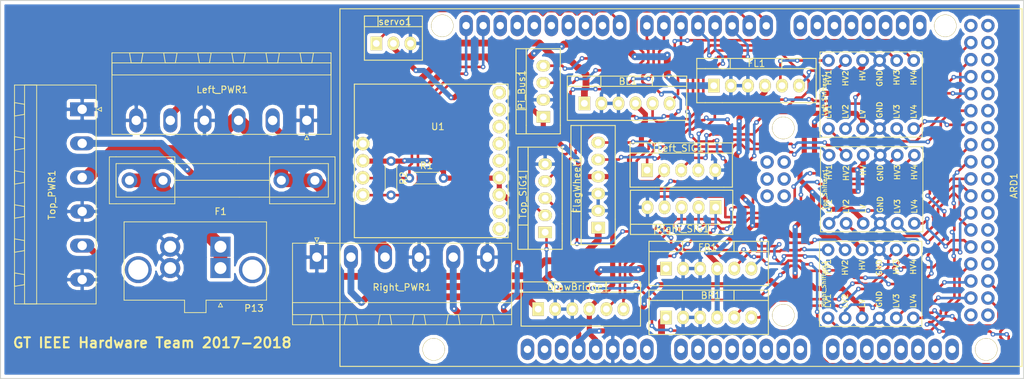
<source format=kicad_pcb>
(kicad_pcb (version 4) (host pcbnew 4.0.5)
  (layers (0 F.Cu signal) (31 B.Cu signal) (34 B.Paste user) (35 F.Paste user) (36 B.SilkS user) (37 F.SilkS user) (38 B.Mask user) (39 F.Mask user) (44 Edge.Cuts user))
  (net 0 "")
  (net 1 +5V)
  (net 2 SCL)
  (net 3 SDA)
  (net 4 MOTOR_GND)
  (net 5 MOTOR_PWR)
  (net 6 +3V3)
  (net 7 +12V)
  (net 8 DrawBridge_SPD)
  (net 9 FrontLeft_DIR)
  (net 10 BackLeft_DIR)
  (net 11 FrontRight_DIR)
  (net 12 BackRight_DIR)
  (net 13 FlagWheel_DIR)
  (net 14 DrawBridge_DIR)
  (net 15 Servo_SPD)
  (net 16 FlagWheel_SPD)
  (net 17 BackRight_SPD)
  (net 18 FrontRight_SPD)
  (net 19 BackLeft_SPD)
  (net 20 FrontLeft_SPD)
  (net 21 Tx_To_Pi)
  (net 22 Rx_From_Pi)
  (net 23 "Net-(U1-Pad1)")
  (net 24 "Net-(U1-Pad2)")
  (net 25 "Net-(U1-Pad3)")
  (net 26 "Net-(U1-Pad4)")
  (net 27 "Net-(U1-Pad5)")
  (net 28 "Net-(U1-Pad8)")
  (net 29 "Net-(U1-Pad9)")
  (net 30 FrontLeft_ENC_A)
  (net 31 FrontLeft_ENC_B)
  (net 32 BackLeft_ENC_A)
  (net 33 BackLeft_ENC_B)
  (net 34 FlagWheel_ENC_A)
  (net 35 FlagWheel_ENC_B)
  (net 36 DrawBridge_ENC_A)
  (net 37 DrawBridge_ENC_B)
  (net 38 FrontRight_ENC_A)
  (net 39 FrontRight_ENC_B)
  (net 40 BackRight_ENC_A)
  (net 41 BackRight_ENC_B)
  (net 42 "Net-(ARD1-Pad92)")
  (net 43 "Net-(ARD1-Pad91)")
  (net 44 "Net-(ARD1-Pad90)")
  (net 45 "Net-(ARD1-Pad87)")
  (net 46 "Net-(ARD1-Pad88)")
  (net 47 "Net-(ARD1-Pad89)")
  (net 48 "Net-(ARD1-Pad17)")
  (net 49 "Net-(ARD1-Pad9)")
  (net 50 "Net-(ARD1-Pad1)")
  (net 51 "Net-(ARD1-Pad43)")
  (net 52 "Net-(ARD1-Pad44)")
  (net 53 "Net-(ARD1-Pad45)")
  (net 54 "Net-(ARD1-Pad46)")
  (net 55 "Net-(ARD1-Pad47)")
  (net 56 "Net-(ARD1-Pad48)")
  (net 57 "Net-(ARD1-Pad49)")
  (net 58 "Net-(ARD1-Pad50)")
  (net 59 "Net-(ARD1-Pad51)")
  (net 60 "Net-(ARD1-Pad52)")
  (net 61 "Net-(ARD1-Pad72)")
  (net 62 "Net-(ARD1-Pad74)")
  (net 63 "Net-(ARD1-Pad76)")
  (net 64 "Net-(ARD1-Pad78)")
  (net 65 "Net-(ARD1-Pad80)")
  (net 66 "Net-(ARD1-Pad85)")
  (net 67 "Net-(ARD1-Pad86)")
  (net 68 "Net-(ARD1-Pad2)")
  (net 69 "Net-(ARD1-Pad3)")
  (net 70 "Net-(ARD1-Pad7)")
  (net 71 "Net-(ARD1-Pad8)")
  (net 72 "Net-(ARD1-Pad10)")
  (net 73 "Net-(ARD1-Pad11)")
  (net 74 "Net-(ARD1-Pad12)")
  (net 75 "Net-(ARD1-Pad13)")
  (net 76 "Net-(ARD1-Pad14)")
  (net 77 "Net-(ARD1-Pad15)")
  (net 78 "Net-(ARD1-Pad16)")
  (net 79 "Net-(ARD1-Pad18)")
  (net 80 "Net-(ARD1-Pad19)")
  (net 81 "Net-(ARD1-Pad20)")
  (net 82 "Net-(ARD1-Pad21)")
  (net 83 "Net-(ARD1-Pad22)")
  (net 84 "Net-(ARD1-Pad23)")
  (net 85 "Net-(ARD1-Pad24)")
  (net 86 "Net-(ARD1-Pad27)")
  (net 87 "Net-(ARD1-Pad28)")
  (net 88 "Net-(ARD1-Pad29)")
  (net 89 "Net-(ARD1-Pad30)")
  (net 90 "Net-(ARD1-Pad31)")
  (net 91 "Net-(ARD1-Pad32)")
  (net 92 "Net-(ARD1-Pad33)")
  (net 93 "Net-(ARD1-Pad54)")
  (net 94 "Net-(ARD1-Pad56)")
  (net 95 "Net-(ARD1-Pad58)")
  (net 96 "Net-(ARD1-Pad60)")
  (net 97 "Net-(ARD1-Pad62)")
  (net 98 "Net-(ARD1-Pad64)")
  (net 99 "Net-(ARD1-Pad66)")
  (net 100 "Net-(ARD1-Pad68)")
  (net 101 "Net-(ARD1-Pad70)")
  (net 102 "Net-(BL1-Pad6)")
  (net 103 "Net-(BL1-Pad1)")
  (net 104 "Net-(BL1-Pad5)")
  (net 105 "Net-(BR1-Pad6)")
  (net 106 "Net-(BR1-Pad1)")
  (net 107 "Net-(BR1-Pad5)")
  (net 108 "Net-(DrawBridge1-Pad6)")
  (net 109 "Net-(DrawBridge1-Pad1)")
  (net 110 "Net-(DrawBridge1-Pad5)")
  (net 111 "Net-(FL1-Pad6)")
  (net 112 "Net-(FL1-Pad1)")
  (net 113 "Net-(FL1-Pad5)")
  (net 114 "Net-(FlagWheel1-Pad6)")
  (net 115 "Net-(FlagWheel1-Pad1)")
  (net 116 "Net-(FlagWheel1-Pad5)")
  (net 117 "Net-(FR1-Pad6)")
  (net 118 "Net-(FR1-Pad1)")
  (net 119 "Net-(FR1-Pad5)")
  (module MotorCapeComponents:Arduino_Due_Shield (layer F.Cu) (at 101.3587 66.7639)
    (fp_text reference ARD1 (at 100.3935 26.4033 90) (layer F.SilkS))
    (fp_text value Arduino_Due_Shield)
    (pad 92 thru_hole circle (at 66.167 22.86) (size 2 2) (drill 1.1) (layers *.Cu *.Mask) (net 42 "Net-(ARD1-Pad92)"))
    (pad 91 thru_hole circle (at 66.167 25.4) (size 2 2) (drill 1.1) (layers *.Cu *.Mask) (net 43 "Net-(ARD1-Pad91)"))
    (pad 90 thru_hole circle (at 66.167 27.94) (size 2 2) (drill 1.1) (layers *.Cu *.Mask) (net 44 "Net-(ARD1-Pad90)"))
    (pad 87 thru_hole circle (at 63.627 27.94) (size 2 2) (drill 1.1) (layers *.Cu *.Mask) (net 45 "Net-(ARD1-Pad87)"))
    (pad 88 thru_hole circle (at 63.627 25.4) (size 2 2) (drill 1.1) (layers *.Cu *.Mask) (net 46 "Net-(ARD1-Pad88)"))
    (pad 89 thru_hole circle (at 63.627 22.86) (size 2 2) (drill 1.1) (layers *.Cu *.Mask) (net 47 "Net-(ARD1-Pad89)"))
    (pad "" np_thru_hole circle (at 66.04 45.72) (size 3.302 3.302) (drill 3.175) (layers *.Cu *.Mask F.SilkS))
    (pad "" np_thru_hole circle (at 13.97 50.8) (size 3.302 3.302) (drill 3.175) (layers *.Cu *.Mask F.SilkS))
    (pad "" np_thru_hole circle (at 15.24 2.54) (size 3.302 3.302) (drill 3.175) (layers *.Cu *.Mask F.SilkS))
    (pad "" np_thru_hole circle (at 66.04 17.78) (size 3.302 3.302) (drill 3.175) (layers *.Cu *.Mask F.SilkS))
    (pad "" np_thru_hole circle (at 96.266 50.8) (size 3.302 3.302) (drill 3.175) (layers *.Cu *.Mask F.SilkS))
    (pad 17 thru_hole oval (at 73.406 50.8) (size 2 3.175) (drill 1.1) (layers *.Cu *.Mask) (net 48 "Net-(ARD1-Pad17)"))
    (pad 9 thru_hole oval (at 50.8 50.8) (size 2 3.175) (drill 1.1) (layers *.Cu *.Mask) (net 49 "Net-(ARD1-Pad9)"))
    (pad 25 thru_hole oval (at 18.796 2.508) (size 2 3.175) (drill 1.1) (layers *.Cu *.Mask) (net 2 SCL))
    (pad 1 thru_hole oval (at 27.94 50.8) (size 2 3.175) (drill 1.1) (layers *.Cu *.Mask) (net 50 "Net-(ARD1-Pad1)"))
    (pad 35 thru_hole oval (at 45.72 2.54) (size 2 3.175) (drill 1.1) (layers *.Cu *.Mask) (net 8 DrawBridge_SPD))
    (pad 43 thru_hole oval (at 68.58 2.54) (size 2 3.175) (drill 1.1) (layers *.Cu *.Mask) (net 51 "Net-(ARD1-Pad43)"))
    (pad 44 thru_hole oval (at 71.12 2.508) (size 2 3.175) (drill 1.1) (layers *.Cu *.Mask) (net 52 "Net-(ARD1-Pad44)"))
    (pad 45 thru_hole oval (at 73.66 2.508) (size 2 3.175) (drill 1.1) (layers *.Cu *.Mask) (net 53 "Net-(ARD1-Pad45)"))
    (pad 46 thru_hole oval (at 76.2 2.508) (size 2 3.175) (drill 1.1) (layers *.Cu *.Mask) (net 54 "Net-(ARD1-Pad46)"))
    (pad 47 thru_hole oval (at 78.74 2.508) (size 2 3.175) (drill 1.1) (layers *.Cu *.Mask) (net 55 "Net-(ARD1-Pad47)"))
    (pad 48 thru_hole oval (at 81.28 2.508) (size 2 3.175) (drill 1.1) (layers *.Cu *.Mask) (net 56 "Net-(ARD1-Pad48)"))
    (pad 49 thru_hole oval (at 83.82 2.508) (size 2 3.175) (drill 1.1) (layers *.Cu *.Mask) (net 57 "Net-(ARD1-Pad49)"))
    (pad 50 thru_hole oval (at 86.36 2.508) (size 2 3.175) (drill 1.1) (layers *.Cu *.Mask) (net 58 "Net-(ARD1-Pad50)"))
    (pad 51 thru_hole circle (at 93.98 2.508) (size 2 2) (drill 1.1) (layers *.Cu *.Mask) (net 59 "Net-(ARD1-Pad51)"))
    (pad 52 thru_hole circle (at 96.52 2.508) (size 2 2) (drill 1.1) (layers *.Cu *.Mask) (net 60 "Net-(ARD1-Pad52)"))
    (pad 53 thru_hole circle (at 93.98 5.048) (size 2 2) (drill 1.1) (layers *.Cu *.Mask) (net 9 FrontLeft_DIR))
    (pad 54 thru_hole circle (at 96.52 5.048) (size 2 2) (drill 1.1) (layers *.Cu *.Mask) (net 93 "Net-(ARD1-Pad54)"))
    (pad 55 thru_hole circle (at 93.98 7.588) (size 2 2) (drill 1.1) (layers *.Cu *.Mask) (net 30 FrontLeft_ENC_A))
    (pad 56 thru_hole circle (at 96.52 7.588) (size 2 2) (drill 1.1) (layers *.Cu *.Mask) (net 94 "Net-(ARD1-Pad56)"))
    (pad 57 thru_hole circle (at 93.98 10.128) (size 2 2) (drill 1.1) (layers *.Cu *.Mask) (net 31 FrontLeft_ENC_B))
    (pad 58 thru_hole circle (at 96.52 10.128) (size 2 2) (drill 1.1) (layers *.Cu *.Mask) (net 95 "Net-(ARD1-Pad58)"))
    (pad 59 thru_hole circle (at 93.98 12.668) (size 2 2) (drill 1.1) (layers *.Cu *.Mask) (net 10 BackLeft_DIR))
    (pad 60 thru_hole circle (at 96.52 12.668) (size 2 2) (drill 1.1) (layers *.Cu *.Mask) (net 96 "Net-(ARD1-Pad60)"))
    (pad 61 thru_hole circle (at 93.98 15.208) (size 2 2) (drill 1.1) (layers *.Cu *.Mask) (net 32 BackLeft_ENC_A))
    (pad 62 thru_hole circle (at 96.52 15.208) (size 2 2) (drill 1.1) (layers *.Cu *.Mask) (net 97 "Net-(ARD1-Pad62)"))
    (pad 63 thru_hole circle (at 93.98 17.748) (size 2 2) (drill 1.1) (layers *.Cu *.Mask) (net 33 BackLeft_ENC_B))
    (pad 64 thru_hole circle (at 96.52 17.748) (size 2 2) (drill 1.1) (layers *.Cu *.Mask) (net 98 "Net-(ARD1-Pad64)"))
    (pad 65 thru_hole circle (at 93.98 20.288) (size 2 2) (drill 1.1) (layers *.Cu *.Mask) (net 11 FrontRight_DIR))
    (pad 66 thru_hole circle (at 96.52 20.288) (size 2 2) (drill 1.1) (layers *.Cu *.Mask) (net 99 "Net-(ARD1-Pad66)"))
    (pad 67 thru_hole circle (at 93.98 22.828) (size 2 2) (drill 1.1) (layers *.Cu *.Mask) (net 13 FlagWheel_DIR))
    (pad 68 thru_hole circle (at 96.52 22.828) (size 2 2) (drill 1.1) (layers *.Cu *.Mask) (net 100 "Net-(ARD1-Pad68)"))
    (pad 69 thru_hole circle (at 93.98 25.368) (size 2 2) (drill 1.1) (layers *.Cu *.Mask) (net 34 FlagWheel_ENC_A))
    (pad 70 thru_hole circle (at 96.52 25.368) (size 2 2) (drill 1.1) (layers *.Cu *.Mask) (net 101 "Net-(ARD1-Pad70)"))
    (pad 71 thru_hole circle (at 93.98 27.908) (size 2 2) (drill 1.1) (layers *.Cu *.Mask) (net 35 FlagWheel_ENC_B))
    (pad 72 thru_hole circle (at 96.52 27.908) (size 2 2) (drill 1.1) (layers *.Cu *.Mask) (net 61 "Net-(ARD1-Pad72)"))
    (pad 73 thru_hole circle (at 93.98 30.448) (size 2 2) (drill 1.1) (layers *.Cu *.Mask) (net 14 DrawBridge_DIR))
    (pad 74 thru_hole circle (at 96.52 30.448) (size 2 2) (drill 1.1) (layers *.Cu *.Mask) (net 62 "Net-(ARD1-Pad74)"))
    (pad 75 thru_hole circle (at 93.98 32.988) (size 2 2) (drill 1.1) (layers *.Cu *.Mask) (net 36 DrawBridge_ENC_A))
    (pad 76 thru_hole circle (at 96.52 32.988) (size 2 2) (drill 1.1) (layers *.Cu *.Mask) (net 63 "Net-(ARD1-Pad76)"))
    (pad 77 thru_hole circle (at 93.98 35.528) (size 2 2) (drill 1.1) (layers *.Cu *.Mask) (net 37 DrawBridge_ENC_B))
    (pad 78 thru_hole circle (at 96.52 35.528) (size 2 2) (drill 1.1) (layers *.Cu *.Mask) (net 64 "Net-(ARD1-Pad78)"))
    (pad 79 thru_hole circle (at 93.98 38.068) (size 2 2) (drill 1.1) (layers *.Cu *.Mask) (net 38 FrontRight_ENC_A))
    (pad 80 thru_hole circle (at 96.52 38.068) (size 2 2) (drill 1.1) (layers *.Cu *.Mask) (net 65 "Net-(ARD1-Pad80)"))
    (pad 81 thru_hole circle (at 93.98 40.608) (size 2 2) (drill 1.1) (layers *.Cu *.Mask) (net 39 FrontRight_ENC_B))
    (pad 82 thru_hole circle (at 96.52 40.608) (size 2 2) (drill 1.1) (layers *.Cu *.Mask) (net 12 BackRight_DIR))
    (pad 83 thru_hole circle (at 93.98 43.148) (size 2 2) (drill 1.1) (layers *.Cu *.Mask) (net 40 BackRight_ENC_A))
    (pad 84 thru_hole circle (at 96.52 43.148) (size 2 2) (drill 1.1) (layers *.Cu *.Mask) (net 41 BackRight_ENC_B))
    (pad 85 thru_hole circle (at 93.98 45.688) (size 2 2) (drill 1.1) (layers *.Cu *.Mask) (net 66 "Net-(ARD1-Pad85)"))
    (pad 86 thru_hole circle (at 96.52 45.688) (size 2 2) (drill 1.1) (layers *.Cu *.Mask) (net 67 "Net-(ARD1-Pad86)"))
    (pad "" np_thru_hole circle (at 90.17 2.54) (size 3.302 3.302) (drill 3.175) (layers *.Cu *.Mask F.SilkS))
    (pad 2 thru_hole oval (at 30.48 50.8) (size 2 3.175) (drill 1.1) (layers *.Cu *.Mask) (net 68 "Net-(ARD1-Pad2)"))
    (pad 3 thru_hole oval (at 33.02 50.8) (size 2 3.175) (drill 1.1) (layers *.Cu *.Mask) (net 69 "Net-(ARD1-Pad3)"))
    (pad 4 thru_hole oval (at 35.56 50.8) (size 2 3.175) (drill 1.1) (layers *.Cu *.Mask) (net 6 +3V3))
    (pad 5 thru_hole oval (at 38.1 50.8) (size 2 3.175) (drill 1.1) (layers *.Cu *.Mask) (net 1 +5V))
    (pad 6 thru_hole oval (at 40.64 50.8) (size 2 3.175) (drill 1.1) (layers *.Cu *.Mask) (net 4 MOTOR_GND))
    (pad 7 thru_hole oval (at 43.18 50.8) (size 2 3.175) (drill 1.1) (layers *.Cu *.Mask) (net 70 "Net-(ARD1-Pad7)"))
    (pad 8 thru_hole oval (at 45.72 50.8) (size 2 3.175) (drill 1.1) (layers *.Cu *.Mask) (net 71 "Net-(ARD1-Pad8)"))
    (pad 10 thru_hole oval (at 53.34 50.8) (size 2 3.175) (drill 1.1) (layers *.Cu *.Mask) (net 72 "Net-(ARD1-Pad10)"))
    (pad 11 thru_hole oval (at 55.88 50.8) (size 2 3.175) (drill 1.1) (layers *.Cu *.Mask) (net 73 "Net-(ARD1-Pad11)"))
    (pad 12 thru_hole oval (at 58.42 50.8) (size 2 3.175) (drill 1.1) (layers *.Cu *.Mask) (net 74 "Net-(ARD1-Pad12)"))
    (pad 13 thru_hole oval (at 60.96 50.8) (size 2 3.175) (drill 1.1) (layers *.Cu *.Mask) (net 75 "Net-(ARD1-Pad13)"))
    (pad 14 thru_hole oval (at 63.5 50.8) (size 2 3.175) (drill 1.1) (layers *.Cu *.Mask) (net 76 "Net-(ARD1-Pad14)"))
    (pad 15 thru_hole oval (at 66.04 50.8) (size 2 3.175) (drill 1.1) (layers *.Cu *.Mask) (net 77 "Net-(ARD1-Pad15)"))
    (pad 16 thru_hole oval (at 68.58 50.8) (size 2 3.175) (drill 1.1) (layers *.Cu *.Mask) (net 78 "Net-(ARD1-Pad16)"))
    (pad 18 thru_hole oval (at 75.946 50.8) (size 2 3.175) (drill 1.1) (layers *.Cu *.Mask) (net 79 "Net-(ARD1-Pad18)"))
    (pad 19 thru_hole oval (at 78.486 50.8) (size 2 3.175) (drill 1.1) (layers *.Cu *.Mask) (net 80 "Net-(ARD1-Pad19)"))
    (pad 20 thru_hole oval (at 81.026 50.8) (size 2 3.175) (drill 1.1) (layers *.Cu *.Mask) (net 81 "Net-(ARD1-Pad20)"))
    (pad 21 thru_hole oval (at 83.566 50.8) (size 2 3.175) (drill 1.1) (layers *.Cu *.Mask) (net 82 "Net-(ARD1-Pad21)"))
    (pad 22 thru_hole oval (at 86.106 50.8) (size 2 3.175) (drill 1.1) (layers *.Cu *.Mask) (net 83 "Net-(ARD1-Pad22)"))
    (pad 23 thru_hole oval (at 88.646 50.8) (size 2 3.175) (drill 1.1) (layers *.Cu *.Mask) (net 84 "Net-(ARD1-Pad23)"))
    (pad 24 thru_hole oval (at 91.186 50.8) (size 2 3.175) (drill 1.1) (layers *.Cu *.Mask) (net 85 "Net-(ARD1-Pad24)"))
    (pad 26 thru_hole oval (at 21.336 2.508) (size 2 3.175) (drill 1.1) (layers *.Cu *.Mask) (net 3 SDA))
    (pad 27 thru_hole oval (at 23.876 2.508) (size 2 3.175) (drill 1.1) (layers *.Cu *.Mask) (net 86 "Net-(ARD1-Pad27)"))
    (pad 28 thru_hole oval (at 26.416 2.508) (size 2 3.175) (drill 1.1) (layers *.Cu *.Mask) (net 87 "Net-(ARD1-Pad28)"))
    (pad 29 thru_hole oval (at 28.956 2.508) (size 2 3.175) (drill 1.1) (layers *.Cu *.Mask) (net 88 "Net-(ARD1-Pad29)"))
    (pad 30 thru_hole oval (at 31.496 2.508) (size 2 3.175) (drill 1.1) (layers *.Cu *.Mask) (net 89 "Net-(ARD1-Pad30)"))
    (pad 31 thru_hole oval (at 34.036 2.508) (size 2 3.175) (drill 1.1) (layers *.Cu *.Mask) (net 90 "Net-(ARD1-Pad31)"))
    (pad 32 thru_hole oval (at 36.576 2.508) (size 2 3.175) (drill 1.1) (layers *.Cu *.Mask) (net 91 "Net-(ARD1-Pad32)"))
    (pad 33 thru_hole oval (at 39.116 2.508) (size 2 3.175) (drill 1.1) (layers *.Cu *.Mask) (net 92 "Net-(ARD1-Pad33)"))
    (pad 34 thru_hole oval (at 41.656 2.508) (size 2 3.175) (drill 1.1) (layers *.Cu *.Mask) (net 15 Servo_SPD))
    (pad 36 thru_hole oval (at 48.26 2.54) (size 2 3.175) (drill 1.1) (layers *.Cu *.Mask) (net 16 FlagWheel_SPD))
    (pad 37 thru_hole oval (at 50.8 2.54) (size 2 3.175) (drill 1.1) (layers *.Cu *.Mask) (net 17 BackRight_SPD))
    (pad 38 thru_hole oval (at 53.34 2.54) (size 2 3.175) (drill 1.1) (layers *.Cu *.Mask) (net 18 FrontRight_SPD))
    (pad 39 thru_hole oval (at 55.88 2.54) (size 2 3.175) (drill 1.1) (layers *.Cu *.Mask) (net 19 BackLeft_SPD))
    (pad 40 thru_hole oval (at 58.42 2.54) (size 2 3.175) (drill 1.1) (layers *.Cu *.Mask) (net 20 FrontLeft_SPD))
    (pad 41 thru_hole oval (at 60.96 2.54) (size 2 3.175) (drill 1.1) (layers *.Cu *.Mask) (net 21 Tx_To_Pi))
    (pad 42 thru_hole oval (at 63.5 2.54) (size 2 3.175) (drill 1.1) (layers *.Cu *.Mask) (net 22 Rx_From_Pi))
  )
  (module MotorCapeComponents:Pin_Header_Latched_1x06 (layer F.Cu) (at 154.5082 80.772 90)
    (fp_text reference FL1 (at 5.842 8.89 180) (layer F.SilkS))
    (fp_text value Motor1)
    (pad 6 thru_hole oval (at 2.54 15.24 90) (size 2.032 1.7272) (drill 1.016) (layers *.Cu *.Mask F.SilkS) (net 111 "Net-(FL1-Pad6)"))
    (pad 1 thru_hole rect (at 2.54 2.54 90) (size 2.032 1.7272) (drill 1.016) (layers *.Cu *.Mask F.SilkS) (net 112 "Net-(FL1-Pad1)"))
    (pad 2 thru_hole oval (at 2.54 5.08 90) (size 2.032 1.7272) (drill 1.016) (layers *.Cu *.Mask F.SilkS) (net 4 MOTOR_GND))
    (pad 3 thru_hole oval (at 2.54 7.62 90) (size 2.032 1.7272) (drill 1.016) (layers *.Cu *.Mask F.SilkS) (net 4 MOTOR_GND))
    (pad 4 thru_hole oval (at 2.54 10.16 90) (size 2.032 1.7272) (drill 1.016) (layers *.Cu *.Mask F.SilkS) (net 1 +5V))
    (pad 5 thru_hole oval (at 2.54 12.7 90) (size 2.032 1.7272) (drill 1.016) (layers *.Cu *.Mask F.SilkS) (net 113 "Net-(FL1-Pad5)"))
  )
  (module Sparkfun_Boards:SPARKFUN_LOGIC_LEVEL_CONVERTER (layer F.Cu) (at 180.4162 107.7976 90)
    (fp_text reference Right_Shifters1 (at 0 -6.985 90) (layer F.SilkS) (effects (font (size 0.6096 0.6096) (thickness 0.127))))
    (fp_text value SPARKFUN_LOGIC_LEVEL_CONVERTER)
    (fp_text user LV1 (at -2.54 -6.35 90) (layer F.SilkS) (effects (font (size 0.8128 0.8128) (thickness 0.1524))))
    (fp_text user LV2 (at -2.54 -3.81 90) (layer F.SilkS) (effects (font (size 0.8128 0.8128) (thickness 0.1524))))
    (fp_text user HV1 (at 2.54 -6.35 90) (layer F.SilkS) (effects (font (size 0.8128 0.8128) (thickness 0.1524))))
    (fp_text user HV2 (at 2.413 -3.81 90) (layer F.SilkS) (effects (font (size 0.8128 0.8128) (thickness 0.1524))))
    (fp_text user LV (at -2.921 -1.27 90) (layer F.SilkS) (effects (font (size 0.8128 0.8128) (thickness 0.1524))))
    (fp_text user GND (at -2.286 1.27 90) (layer F.SilkS) (effects (font (size 0.8128 0.8128) (thickness 0.1524))))
    (fp_text user LV3 (at -2.54 3.81 90) (layer F.SilkS) (effects (font (size 0.8128 0.8128) (thickness 0.1524))))
    (fp_text user LV4 (at -2.54 6.35 90) (layer F.SilkS) (effects (font (size 0.8128 0.8128) (thickness 0.1524))))
    (fp_text user HV (at 2.794 -1.27 90) (layer F.SilkS) (effects (font (size 0.8128 0.8128) (thickness 0.1524))))
    (fp_text user GND (at 2.413 1.27 90) (layer F.SilkS) (effects (font (size 0.8128 0.8128) (thickness 0.1524))))
    (fp_text user HV3 (at 2.54 3.81 90) (layer F.SilkS) (effects (font (size 0.8128 0.8128) (thickness 0.1524))))
    (fp_text user HV4 (at 2.54 6.35 90) (layer F.SilkS) (effects (font (size 0.8128 0.8128) (thickness 0.1524))))
    (pad GND1 thru_hole circle (at -5.08 1.27 90) (size 1.8796 1.8796) (drill 1.016) (layers *.Cu *.Mask) (net 4 MOTOR_GND))
    (pad GND2 thru_hole circle (at 5.08 1.27 90) (size 1.8796 1.8796) (drill 1.016) (layers *.Cu *.Mask) (net 4 MOTOR_GND))
    (pad HV thru_hole circle (at 5.08 -1.27 90) (size 1.8796 1.8796) (drill 1.016) (layers *.Cu *.Mask) (net 1 +5V))
    (pad HV1 thru_hole circle (at 5.08 -6.35 90) (size 1.8796 1.8796) (drill 1.016) (layers *.Cu *.Mask) (net 119 "Net-(FR1-Pad5)"))
    (pad HV2 thru_hole circle (at 5.08 -3.81 90) (size 1.8796 1.8796) (drill 1.016) (layers *.Cu *.Mask) (net 117 "Net-(FR1-Pad6)"))
    (pad HV3 thru_hole circle (at 5.08 3.81 90) (size 1.8796 1.8796) (drill 1.016) (layers *.Cu *.Mask) (net 107 "Net-(BR1-Pad5)"))
    (pad HV4 thru_hole circle (at 5.08 6.35 90) (size 1.8796 1.8796) (drill 1.016) (layers *.Cu *.Mask) (net 105 "Net-(BR1-Pad6)"))
    (pad LV thru_hole circle (at -5.08 -1.27 90) (size 1.8796 1.8796) (drill 1.016) (layers *.Cu *.Mask) (net 6 +3V3))
    (pad LV1 thru_hole circle (at -5.08 -6.35 90) (size 1.8796 1.8796) (drill 1.016) (layers *.Cu *.Mask) (net 38 FrontRight_ENC_A))
    (pad LV2 thru_hole circle (at -5.08 -3.81 90) (size 1.8796 1.8796) (drill 1.016) (layers *.Cu *.Mask) (net 39 FrontRight_ENC_B))
    (pad LV3 thru_hole circle (at -5.08 3.81 90) (size 1.8796 1.8796) (drill 1.016) (layers *.Cu *.Mask) (net 40 BackRight_ENC_A))
    (pad LV4 thru_hole circle (at -5.08 6.35 90) (size 1.8796 1.8796) (drill 1.016) (layers *.Cu *.Mask) (net 41 BackRight_ENC_B))
  )
  (module MotorCapeComponents:Pin_Header_Latched_1x06 (layer F.Cu) (at 128.3462 114.0968 90)
    (fp_text reference DrawBridge1 (at 5.8547 8.4963 360) (layer F.SilkS))
    (fp_text value Motor2)
    (pad 6 thru_hole oval (at 2.54 15.24 90) (size 2.032 1.7272) (drill 1.016) (layers *.Cu *.Mask F.SilkS) (net 108 "Net-(DrawBridge1-Pad6)"))
    (pad 1 thru_hole rect (at 2.54 2.54 90) (size 2.032 1.7272) (drill 1.016) (layers *.Cu *.Mask F.SilkS) (net 109 "Net-(DrawBridge1-Pad1)"))
    (pad 2 thru_hole oval (at 2.54 5.08 90) (size 2.032 1.7272) (drill 1.016) (layers *.Cu *.Mask F.SilkS) (net 4 MOTOR_GND))
    (pad 3 thru_hole oval (at 2.54 7.62 90) (size 2.032 1.7272) (drill 1.016) (layers *.Cu *.Mask F.SilkS) (net 4 MOTOR_GND))
    (pad 4 thru_hole oval (at 2.54 10.16 90) (size 2.032 1.7272) (drill 1.016) (layers *.Cu *.Mask F.SilkS) (net 1 +5V))
    (pad 5 thru_hole oval (at 2.54 12.7 90) (size 2.032 1.7272) (drill 1.016) (layers *.Cu *.Mask F.SilkS) (net 110 "Net-(DrawBridge1-Pad5)"))
  )
  (module Sparkfun_Boards:SPARKFUN_LOGIC_LEVEL_CONVERTER (layer F.Cu) (at 180.4797 79.5655 90)
    (fp_text reference Left_Shifters1 (at 0 -6.985 90) (layer F.SilkS) (effects (font (size 0.6096 0.6096) (thickness 0.127))))
    (fp_text value SPARKFUN_LOGIC_LEVEL_CONVERTER)
    (fp_text user LV1 (at -2.54 -6.35 90) (layer F.SilkS) (effects (font (size 0.8128 0.8128) (thickness 0.1524))))
    (fp_text user LV2 (at -2.54 -3.81 90) (layer F.SilkS) (effects (font (size 0.8128 0.8128) (thickness 0.1524))))
    (fp_text user HV1 (at 2.54 -6.35 90) (layer F.SilkS) (effects (font (size 0.8128 0.8128) (thickness 0.1524))))
    (fp_text user HV2 (at 2.413 -3.81 90) (layer F.SilkS) (effects (font (size 0.8128 0.8128) (thickness 0.1524))))
    (fp_text user LV (at -2.921 -1.27 90) (layer F.SilkS) (effects (font (size 0.8128 0.8128) (thickness 0.1524))))
    (fp_text user GND (at -2.286 1.27 90) (layer F.SilkS) (effects (font (size 0.8128 0.8128) (thickness 0.1524))))
    (fp_text user LV3 (at -2.54 3.81 90) (layer F.SilkS) (effects (font (size 0.8128 0.8128) (thickness 0.1524))))
    (fp_text user LV4 (at -2.54 6.35 90) (layer F.SilkS) (effects (font (size 0.8128 0.8128) (thickness 0.1524))))
    (fp_text user HV (at 2.794 -1.27 90) (layer F.SilkS) (effects (font (size 0.8128 0.8128) (thickness 0.1524))))
    (fp_text user GND (at 2.413 1.27 90) (layer F.SilkS) (effects (font (size 0.8128 0.8128) (thickness 0.1524))))
    (fp_text user HV3 (at 2.54 3.81 90) (layer F.SilkS) (effects (font (size 0.8128 0.8128) (thickness 0.1524))))
    (fp_text user HV4 (at 2.54 6.35 90) (layer F.SilkS) (effects (font (size 0.8128 0.8128) (thickness 0.1524))))
    (pad GND1 thru_hole circle (at -5.08 1.27 90) (size 1.8796 1.8796) (drill 1.016) (layers *.Cu *.Mask) (net 4 MOTOR_GND))
    (pad GND2 thru_hole circle (at 5.08 1.27 90) (size 1.8796 1.8796) (drill 1.016) (layers *.Cu *.Mask) (net 4 MOTOR_GND))
    (pad HV thru_hole circle (at 5.08 -1.27 90) (size 1.8796 1.8796) (drill 1.016) (layers *.Cu *.Mask) (net 1 +5V))
    (pad HV1 thru_hole circle (at 5.08 -6.35 90) (size 1.8796 1.8796) (drill 1.016) (layers *.Cu *.Mask) (net 113 "Net-(FL1-Pad5)"))
    (pad HV2 thru_hole circle (at 5.08 -3.81 90) (size 1.8796 1.8796) (drill 1.016) (layers *.Cu *.Mask) (net 111 "Net-(FL1-Pad6)"))
    (pad HV3 thru_hole circle (at 5.08 3.81 90) (size 1.8796 1.8796) (drill 1.016) (layers *.Cu *.Mask) (net 104 "Net-(BL1-Pad5)"))
    (pad HV4 thru_hole circle (at 5.08 6.35 90) (size 1.8796 1.8796) (drill 1.016) (layers *.Cu *.Mask) (net 102 "Net-(BL1-Pad6)"))
    (pad LV thru_hole circle (at -5.08 -1.27 90) (size 1.8796 1.8796) (drill 1.016) (layers *.Cu *.Mask) (net 6 +3V3))
    (pad LV1 thru_hole circle (at -5.08 -6.35 90) (size 1.8796 1.8796) (drill 1.016) (layers *.Cu *.Mask) (net 30 FrontLeft_ENC_A))
    (pad LV2 thru_hole circle (at -5.08 -3.81 90) (size 1.8796 1.8796) (drill 1.016) (layers *.Cu *.Mask) (net 31 FrontLeft_ENC_B))
    (pad LV3 thru_hole circle (at -5.08 3.81 90) (size 1.8796 1.8796) (drill 1.016) (layers *.Cu *.Mask) (net 32 BackLeft_ENC_A))
    (pad LV4 thru_hole circle (at -5.08 6.35 90) (size 1.8796 1.8796) (drill 1.016) (layers *.Cu *.Mask) (net 33 BackLeft_ENC_B))
  )
  (module MotorCapeComponents:IMU (layer F.Cu) (at 103.505 78.0034)
    (fp_text reference U1 (at 12.446 6.342) (layer F.SilkS))
    (fp_text value IMU)
    (pad 1 thru_hole circle (at 21.59 1.27) (size 2 2) (drill 1.1) (layers *.Cu *.Mask F.SilkS) (net 23 "Net-(U1-Pad1)"))
    (pad 10 thru_hole circle (at 1.27 8.89) (size 2 2) (drill 1.1) (layers *.Cu *.Mask F.SilkS) (net 4 MOTOR_GND))
    (pad 11 thru_hole circle (at 1.27 11.43) (size 2 2) (drill 1.1) (layers *.Cu *.Mask F.SilkS) (net 6 +3V3))
    (pad 12 thru_hole circle (at 1.27 13.97) (size 2 2) (drill 1.1) (layers *.Cu *.Mask F.SilkS) (net 3 SDA))
    (pad 13 thru_hole circle (at 1.27 16.51) (size 2 2) (drill 1.1) (layers *.Cu *.Mask F.SilkS) (net 2 SCL))
    (pad 2 thru_hole circle (at 21.59 3.81) (size 2 2) (drill 1.1) (layers *.Cu *.Mask F.SilkS) (net 24 "Net-(U1-Pad2)"))
    (pad 3 thru_hole circle (at 21.59 6.35) (size 2 2) (drill 1.1) (layers *.Cu *.Mask F.SilkS) (net 25 "Net-(U1-Pad3)"))
    (pad 4 thru_hole circle (at 21.59 8.89) (size 2 2) (drill 1.1) (layers *.Cu *.Mask F.SilkS) (net 26 "Net-(U1-Pad4)"))
    (pad 5 thru_hole circle (at 21.59 11.43) (size 2 2) (drill 1.1) (layers *.Cu *.Mask F.SilkS) (net 27 "Net-(U1-Pad5)"))
    (pad 6 thru_hole circle (at 21.59 13.97) (size 2 2) (drill 1.1) (layers *.Cu *.Mask F.SilkS) (net 6 +3V3))
    (pad 7 thru_hole circle (at 21.59 16.51) (size 2 2) (drill 1.1) (layers *.Cu *.Mask F.SilkS) (net 6 +3V3))
    (pad 8 thru_hole circle (at 21.59 19.05) (size 2 2) (drill 1.1) (layers *.Cu *.Mask F.SilkS) (net 28 "Net-(U1-Pad8)"))
    (pad 9 thru_hole circle (at 21.59 21.59) (size 2 2) (drill 1.1) (layers *.Cu *.Mask F.SilkS) (net 29 "Net-(U1-Pad9)"))
  )
  (module Connectors_Phoenix:PhoenixContact_MSTBA-G_06x5.08mm_Angled (layer F.Cu) (at 97.917 103.8098)
    (fp_text reference Right_PWR1 (at 12.6746 4.4958) (layer F.SilkS))
    (fp_text value DualMotorController_PWR)
    (pad 1 thru_hole rect (at 0 0) (size 2.08 3.6) (drill 1.4) (layers *.Cu *.Mask) (net 4 MOTOR_GND))
    (pad 2 thru_hole oval (at 5.08 0) (size 2.08 3.6) (drill 1.4) (layers *.Cu *.Mask) (net 118 "Net-(FR1-Pad1)"))
    (pad 3 thru_hole oval (at 10.16 0) (size 2.08 3.6) (drill 1.4) (layers *.Cu *.Mask) (net 5 MOTOR_PWR))
    (pad 4 thru_hole oval (at 15.24 0) (size 2.08 3.6) (drill 1.4) (layers *.Cu *.Mask) (net 4 MOTOR_GND))
    (pad 5 thru_hole oval (at 20.32 0) (size 2.08 3.6) (drill 1.4) (layers *.Cu *.Mask) (net 106 "Net-(BR1-Pad1)"))
    (pad 6 thru_hole oval (at 25.4 0) (size 2.08 3.6) (drill 1.4) (layers *.Cu *.Mask) (net 4 MOTOR_GND))
  )
  (module MotorCapeComponents:Pin_Header_Latched_1x06 (layer F.Cu) (at 135.2296 83.4136 90)
    (fp_text reference BL1 (at 5.8166 9.0424 180) (layer F.SilkS))
    (fp_text value Motor2)
    (pad 6 thru_hole oval (at 2.54 15.24 90) (size 2.032 1.7272) (drill 1.016) (layers *.Cu *.Mask F.SilkS) (net 102 "Net-(BL1-Pad6)"))
    (pad 1 thru_hole rect (at 2.54 2.54 90) (size 2.032 1.7272) (drill 1.016) (layers *.Cu *.Mask F.SilkS) (net 103 "Net-(BL1-Pad1)"))
    (pad 2 thru_hole oval (at 2.54 5.08 90) (size 2.032 1.7272) (drill 1.016) (layers *.Cu *.Mask F.SilkS) (net 4 MOTOR_GND))
    (pad 3 thru_hole oval (at 2.54 7.62 90) (size 2.032 1.7272) (drill 1.016) (layers *.Cu *.Mask F.SilkS) (net 4 MOTOR_GND))
    (pad 4 thru_hole oval (at 2.54 10.16 90) (size 2.032 1.7272) (drill 1.016) (layers *.Cu *.Mask F.SilkS) (net 1 +5V))
    (pad 5 thru_hole oval (at 2.54 12.7 90) (size 2.032 1.7272) (drill 1.016) (layers *.Cu *.Mask F.SilkS) (net 104 "Net-(BL1-Pad5)"))
  )
  (module MotorCapeComponents:Pin_Header_Latched_1x06 (layer F.Cu) (at 147.3962 115.3414 90)
    (fp_text reference BR1 (at 5.8166 9.1948 180) (layer F.SilkS))
    (fp_text value Motor2)
    (pad 6 thru_hole oval (at 2.54 15.24 90) (size 2.032 1.7272) (drill 1.016) (layers *.Cu *.Mask F.SilkS) (net 105 "Net-(BR1-Pad6)"))
    (pad 1 thru_hole rect (at 2.54 2.54 90) (size 2.032 1.7272) (drill 1.016) (layers *.Cu *.Mask F.SilkS) (net 106 "Net-(BR1-Pad1)"))
    (pad 2 thru_hole oval (at 2.54 5.08 90) (size 2.032 1.7272) (drill 1.016) (layers *.Cu *.Mask F.SilkS) (net 4 MOTOR_GND))
    (pad 3 thru_hole oval (at 2.54 7.62 90) (size 2.032 1.7272) (drill 1.016) (layers *.Cu *.Mask F.SilkS) (net 4 MOTOR_GND))
    (pad 4 thru_hole oval (at 2.54 10.16 90) (size 2.032 1.7272) (drill 1.016) (layers *.Cu *.Mask F.SilkS) (net 1 +5V))
    (pad 5 thru_hole oval (at 2.54 12.7 90) (size 2.032 1.7272) (drill 1.016) (layers *.Cu *.Mask F.SilkS) (net 107 "Net-(BR1-Pad5)"))
  )
  (module MotorCapeComponents:Fuseholder_horizontal_inline_1_25x0_25_inch (layer F.Cu) (at 97.6338 92.3544 180)
    (fp_text reference F1 (at 14.0462 -4.6482 180) (layer F.SilkS))
    (fp_text value Fuse)
    (pad 2 thru_hole circle (at 22.62 0 180) (size 2.35 2.35) (drill 1.35) (layers *.Cu *.Mask) (net 7 +12V))
    (pad 2 thru_hole circle (at 27.62 0 180) (size 2.35 2.35) (drill 1.35) (layers *.Cu *.Mask) (net 7 +12V))
    (pad 1 thru_hole circle (at 5 0 180) (size 2.35 2.35) (drill 1.35) (layers *.Cu *.Mask) (net 5 MOTOR_PWR))
    (pad 1 thru_hole circle (at 0 0 180) (size 2.35 2.35) (drill 1.35) (layers *.Cu *.Mask) (net 5 MOTOR_PWR))
  )
  (module MotorCapeComponents:Pin_Header_Latched_1x06 (layer F.Cu) (at 142.367 101.9556 180)
    (fp_text reference FlagWheel1 (at 5.7277 8.89 270) (layer F.SilkS))
    (fp_text value Motor1)
    (pad 6 thru_hole oval (at 2.54 15.24 180) (size 2.032 1.7272) (drill 1.016) (layers *.Cu *.Mask F.SilkS) (net 114 "Net-(FlagWheel1-Pad6)"))
    (pad 1 thru_hole rect (at 2.54 2.54 180) (size 2.032 1.7272) (drill 1.016) (layers *.Cu *.Mask F.SilkS) (net 115 "Net-(FlagWheel1-Pad1)"))
    (pad 2 thru_hole oval (at 2.54 5.08 180) (size 2.032 1.7272) (drill 1.016) (layers *.Cu *.Mask F.SilkS) (net 4 MOTOR_GND))
    (pad 3 thru_hole oval (at 2.54 7.62 180) (size 2.032 1.7272) (drill 1.016) (layers *.Cu *.Mask F.SilkS) (net 4 MOTOR_GND))
    (pad 4 thru_hole oval (at 2.54 10.16 180) (size 2.032 1.7272) (drill 1.016) (layers *.Cu *.Mask F.SilkS) (net 1 +5V))
    (pad 5 thru_hole oval (at 2.54 12.7 180) (size 2.032 1.7272) (drill 1.016) (layers *.Cu *.Mask F.SilkS) (net 116 "Net-(FlagWheel1-Pad5)"))
  )
  (module MotorCapeComponents:Pin_Header_Latched_1x06 (layer F.Cu) (at 147.3962 108.0516 90)
    (fp_text reference FR1 (at 5.6896 8.7122 180) (layer F.SilkS))
    (fp_text value Motor1)
    (pad 6 thru_hole oval (at 2.54 15.24 90) (size 2.032 1.7272) (drill 1.016) (layers *.Cu *.Mask F.SilkS) (net 117 "Net-(FR1-Pad6)"))
    (pad 1 thru_hole rect (at 2.54 2.54 90) (size 2.032 1.7272) (drill 1.016) (layers *.Cu *.Mask F.SilkS) (net 118 "Net-(FR1-Pad1)"))
    (pad 2 thru_hole oval (at 2.54 5.08 90) (size 2.032 1.7272) (drill 1.016) (layers *.Cu *.Mask F.SilkS) (net 4 MOTOR_GND))
    (pad 3 thru_hole oval (at 2.54 7.62 90) (size 2.032 1.7272) (drill 1.016) (layers *.Cu *.Mask F.SilkS) (net 4 MOTOR_GND))
    (pad 4 thru_hole oval (at 2.54 10.16 90) (size 2.032 1.7272) (drill 1.016) (layers *.Cu *.Mask F.SilkS) (net 1 +5V))
    (pad 5 thru_hole oval (at 2.54 12.7 90) (size 2.032 1.7272) (drill 1.016) (layers *.Cu *.Mask F.SilkS) (net 119 "Net-(FR1-Pad5)"))
  )
  (module Connectors_Phoenix:PhoenixContact_MSTBA-G_06x5.08mm_Angled (layer F.Cu) (at 96.4184 83.4136 180)
    (fp_text reference Left_PWR1 (at 12.5984 4.572 180) (layer F.SilkS))
    (fp_text value DualMotorController_PWR)
    (pad 1 thru_hole rect (at 0 0 180) (size 2.08 3.6) (drill 1.4) (layers *.Cu *.Mask) (net 4 MOTOR_GND))
    (pad 2 thru_hole oval (at 5.08 0 180) (size 2.08 3.6) (drill 1.4) (layers *.Cu *.Mask) (net 112 "Net-(FL1-Pad1)"))
    (pad 3 thru_hole oval (at 10.16 0 180) (size 2.08 3.6) (drill 1.4) (layers *.Cu *.Mask) (net 5 MOTOR_PWR))
    (pad 4 thru_hole oval (at 15.24 0 180) (size 2.08 3.6) (drill 1.4) (layers *.Cu *.Mask) (net 4 MOTOR_GND))
    (pad 5 thru_hole oval (at 20.32 0 180) (size 2.08 3.6) (drill 1.4) (layers *.Cu *.Mask) (net 103 "Net-(BL1-Pad1)"))
    (pad 6 thru_hole oval (at 25.4 0 180) (size 2.08 3.6) (drill 1.4) (layers *.Cu *.Mask) (net 4 MOTOR_GND))
  )
  (module MotorCapeComponents:Pin_Header_Latched_1x05 (layer F.Cu) (at 144.5768 93.3704 90)
    (fp_text reference Left_SIG1 (at 5.8039 7.5184 180) (layer F.SilkS))
    (fp_text value DualMotorController_SIG)
    (pad 1 thru_hole rect (at 2.54 2.54 90) (size 2.032 1.7272) (drill 1.016) (layers *.Cu *.Mask F.SilkS) (net 9 FrontLeft_DIR))
    (pad 2 thru_hole oval (at 2.54 5.08 90) (size 2.032 1.7272) (drill 1.016) (layers *.Cu *.Mask F.SilkS) (net 20 FrontLeft_SPD))
    (pad 3 thru_hole oval (at 2.54 7.62 90) (size 2.032 1.7272) (drill 1.016) (layers *.Cu *.Mask F.SilkS) (net 10 BackLeft_DIR))
    (pad 4 thru_hole oval (at 2.54 10.16 90) (size 2.032 1.7272) (drill 1.016) (layers *.Cu *.Mask F.SilkS) (net 19 BackLeft_SPD))
    (pad 5 thru_hole oval (at 2.54 12.7 90) (size 2.032 1.7272) (drill 1.016) (layers *.Cu *.Mask F.SilkS) (net 4 MOTOR_GND))
  )
  (module Connectors_Molex:Molex_Sabre_43160-XX02_02x7.49mm_Vertical_BoardLock (layer F.Cu) (at 83.563 105.4354 180)
    (fp_text reference P13 (at -5 -6 180) (layer F.SilkS))
    (fp_text value battery_connector)
    (pad 1 thru_hole rect (at 0 0 180) (size 3 3) (drill 1.78) (layers *.Cu *.Mask) (net 7 +12V))
    (pad 1 thru_hole rect (at 0 3.18 180) (size 3 3) (drill 1.78) (layers *.Cu *.Mask) (net 7 +12V))
    (pad 2 thru_hole circle (at 7.49 0 180) (size 3 3) (drill 1.78) (layers *.Cu *.Mask) (net 4 MOTOR_GND))
    (pad 2 thru_hole circle (at 7.49 3.18 180) (size 3 3) (drill 1.78) (layers *.Cu *.Mask) (net 4 MOTOR_GND))
    (pad "" thru_hole circle (at -4.75 -0.25 180) (size 4 4) (drill 3) (layers *.Cu *.Mask))
    (pad "" thru_hole circle (at 12.24 -0.25 180) (size 4 4) (drill 3) (layers *.Cu *.Mask))
  )
  (module Resistors_THT:R_Axial_DIN0204_L3.6mm_D1.6mm_P5.08mm_Horizontal (layer F.Cu) (at 111.7092 92.0242)
    (fp_text reference R1 (at 2.54 -1.86) (layer F.SilkS))
    (fp_text value R)
    (pad 1 thru_hole circle (at 0 0) (size 1.4 1.4) (drill 0.7) (layers *.Cu *.Mask) (net 3 SDA))
    (pad 2 thru_hole oval (at 5.08 0) (size 1.4 1.4) (drill 0.7) (layers *.Cu *.Mask) (net 6 +3V3))
  )
  (module Resistors_THT:R_Axial_DIN0204_L3.6mm_D1.6mm_P5.08mm_Horizontal (layer F.Cu) (at 108.966 89.4842 270)
    (fp_text reference R2 (at 2.54 -1.86 270) (layer F.SilkS))
    (fp_text value R)
    (pad 1 thru_hole circle (at 0 0 270) (size 1.4 1.4) (drill 0.7) (layers *.Cu *.Mask) (net 6 +3V3))
    (pad 2 thru_hole oval (at 5.08 0 270) (size 1.4 1.4) (drill 0.7) (layers *.Cu *.Mask) (net 2 SCL))
  )
  (module MotorCapeComponents:Pin_Header_Latched_1x05 (layer F.Cu) (at 159.8676 93.8276 270)
    (fp_text reference Right_SIG1 (at 5.7658 7.493 360) (layer F.SilkS))
    (fp_text value DualMotorController_SIG)
    (pad 1 thru_hole rect (at 2.54 2.54 270) (size 2.032 1.7272) (drill 1.016) (layers *.Cu *.Mask F.SilkS) (net 11 FrontRight_DIR))
    (pad 2 thru_hole oval (at 2.54 5.08 270) (size 2.032 1.7272) (drill 1.016) (layers *.Cu *.Mask F.SilkS) (net 18 FrontRight_SPD))
    (pad 3 thru_hole oval (at 2.54 7.62 270) (size 2.032 1.7272) (drill 1.016) (layers *.Cu *.Mask F.SilkS) (net 12 BackRight_DIR))
    (pad 4 thru_hole oval (at 2.54 10.16 270) (size 2.032 1.7272) (drill 1.016) (layers *.Cu *.Mask F.SilkS) (net 17 BackRight_SPD))
    (pad 5 thru_hole oval (at 2.54 12.7 270) (size 2.032 1.7272) (drill 1.016) (layers *.Cu *.Mask F.SilkS) (net 4 MOTOR_GND))
  )
  (module Connectors_Phoenix:PhoenixContact_MSTBA-G_06x5.08mm_Angled (layer F.Cu) (at 62.9666 81.7626 270)
    (fp_text reference Top_PWR1 (at 12.7762 4.5085 270) (layer F.SilkS))
    (fp_text value DualMotorController_PWR)
    (pad 1 thru_hole rect (at 0 0 270) (size 2.08 3.6) (drill 1.4) (layers *.Cu *.Mask) (net 4 MOTOR_GND))
    (pad 2 thru_hole oval (at 5.08 0 270) (size 2.08 3.6) (drill 1.4) (layers *.Cu *.Mask) (net 115 "Net-(FlagWheel1-Pad1)"))
    (pad 3 thru_hole oval (at 10.16 0 270) (size 2.08 3.6) (drill 1.4) (layers *.Cu *.Mask) (net 5 MOTOR_PWR))
    (pad 4 thru_hole oval (at 15.24 0 270) (size 2.08 3.6) (drill 1.4) (layers *.Cu *.Mask) (net 4 MOTOR_GND))
    (pad 5 thru_hole oval (at 20.32 0 270) (size 2.08 3.6) (drill 1.4) (layers *.Cu *.Mask) (net 109 "Net-(DrawBridge1-Pad1)"))
    (pad 6 thru_hole oval (at 25.4 0 270) (size 2.08 3.6) (drill 1.4) (layers *.Cu *.Mask) (net 4 MOTOR_GND))
  )
  (module Sparkfun_Boards:SPARKFUN_LOGIC_LEVEL_CONVERTER (layer F.Cu) (at 180.5686 93.6879 90)
    (fp_text reference Top_Shifters1 (at 0 -6.985 90) (layer F.SilkS) (effects (font (size 0.6096 0.6096) (thickness 0.127))))
    (fp_text value SPARKFUN_LOGIC_LEVEL_CONVERTER)
    (fp_text user LV1 (at -2.54 -6.35 90) (layer F.SilkS) (effects (font (size 0.8128 0.8128) (thickness 0.1524))))
    (fp_text user LV2 (at -2.54 -3.81 90) (layer F.SilkS) (effects (font (size 0.8128 0.8128) (thickness 0.1524))))
    (fp_text user HV1 (at 2.54 -6.35 90) (layer F.SilkS) (effects (font (size 0.8128 0.8128) (thickness 0.1524))))
    (fp_text user HV2 (at 2.413 -3.81 90) (layer F.SilkS) (effects (font (size 0.8128 0.8128) (thickness 0.1524))))
    (fp_text user LV (at -2.921 -1.27 90) (layer F.SilkS) (effects (font (size 0.8128 0.8128) (thickness 0.1524))))
    (fp_text user GND (at -2.286 1.27 90) (layer F.SilkS) (effects (font (size 0.8128 0.8128) (thickness 0.1524))))
    (fp_text user LV3 (at -2.54 3.81 90) (layer F.SilkS) (effects (font (size 0.8128 0.8128) (thickness 0.1524))))
    (fp_text user LV4 (at -2.54 6.35 90) (layer F.SilkS) (effects (font (size 0.8128 0.8128) (thickness 0.1524))))
    (fp_text user HV (at 2.794 -1.27 90) (layer F.SilkS) (effects (font (size 0.8128 0.8128) (thickness 0.1524))))
    (fp_text user GND (at 2.413 1.27 90) (layer F.SilkS) (effects (font (size 0.8128 0.8128) (thickness 0.1524))))
    (fp_text user HV3 (at 2.54 3.81 90) (layer F.SilkS) (effects (font (size 0.8128 0.8128) (thickness 0.1524))))
    (fp_text user HV4 (at 2.54 6.35 90) (layer F.SilkS) (effects (font (size 0.8128 0.8128) (thickness 0.1524))))
    (pad GND1 thru_hole circle (at -5.08 1.27 90) (size 1.8796 1.8796) (drill 1.016) (layers *.Cu *.Mask) (net 4 MOTOR_GND))
    (pad GND2 thru_hole circle (at 5.08 1.27 90) (size 1.8796 1.8796) (drill 1.016) (layers *.Cu *.Mask) (net 4 MOTOR_GND))
    (pad HV thru_hole circle (at 5.08 -1.27 90) (size 1.8796 1.8796) (drill 1.016) (layers *.Cu *.Mask) (net 1 +5V))
    (pad HV1 thru_hole circle (at 5.08 -6.35 90) (size 1.8796 1.8796) (drill 1.016) (layers *.Cu *.Mask) (net 116 "Net-(FlagWheel1-Pad5)"))
    (pad HV2 thru_hole circle (at 5.08 -3.81 90) (size 1.8796 1.8796) (drill 1.016) (layers *.Cu *.Mask) (net 114 "Net-(FlagWheel1-Pad6)"))
    (pad HV3 thru_hole circle (at 5.08 3.81 90) (size 1.8796 1.8796) (drill 1.016) (layers *.Cu *.Mask) (net 110 "Net-(DrawBridge1-Pad5)"))
    (pad HV4 thru_hole circle (at 5.08 6.35 90) (size 1.8796 1.8796) (drill 1.016) (layers *.Cu *.Mask) (net 108 "Net-(DrawBridge1-Pad6)"))
    (pad LV thru_hole circle (at -5.08 -1.27 90) (size 1.8796 1.8796) (drill 1.016) (layers *.Cu *.Mask) (net 6 +3V3))
    (pad LV1 thru_hole circle (at -5.08 -6.35 90) (size 1.8796 1.8796) (drill 1.016) (layers *.Cu *.Mask) (net 34 FlagWheel_ENC_A))
    (pad LV2 thru_hole circle (at -5.08 -3.81 90) (size 1.8796 1.8796) (drill 1.016) (layers *.Cu *.Mask) (net 35 FlagWheel_ENC_B))
    (pad LV3 thru_hole circle (at -5.08 3.81 90) (size 1.8796 1.8796) (drill 1.016) (layers *.Cu *.Mask) (net 36 DrawBridge_ENC_A))
    (pad LV4 thru_hole circle (at -5.08 6.35 90) (size 1.8796 1.8796) (drill 1.016) (layers *.Cu *.Mask) (net 37 DrawBridge_ENC_B))
  )
  (module MotorCapeComponents:Pin_Header_Latched_1x05 (layer F.Cu) (at 134.4676 102.6414 180)
    (fp_text reference Top_SIG1 (at 5.842 7.8994 270) (layer F.SilkS))
    (fp_text value DualMotorController_SIG)
    (pad 1 thru_hole rect (at 2.54 2.54 180) (size 2.032 1.7272) (drill 1.016) (layers *.Cu *.Mask F.SilkS) (net 13 FlagWheel_DIR))
    (pad 2 thru_hole oval (at 2.54 5.08 180) (size 2.032 1.7272) (drill 1.016) (layers *.Cu *.Mask F.SilkS) (net 16 FlagWheel_SPD))
    (pad 3 thru_hole oval (at 2.54 7.62 180) (size 2.032 1.7272) (drill 1.016) (layers *.Cu *.Mask F.SilkS) (net 14 DrawBridge_DIR))
    (pad 4 thru_hole oval (at 2.54 10.16 180) (size 2.032 1.7272) (drill 1.016) (layers *.Cu *.Mask F.SilkS) (net 8 DrawBridge_SPD))
    (pad 5 thru_hole oval (at 2.54 12.7 180) (size 2.032 1.7272) (drill 1.016) (layers *.Cu *.Mask F.SilkS) (net 4 MOTOR_GND))
  )
  (module MotorCapeComponents:Pin_Header_Latched_1x04 (layer F.Cu) (at 134.1882 85.4202 180)
    (fp_text reference Pi_Bus1 (at 5.7658 6.5532 270) (layer F.SilkS))
    (fp_text value Pi_Connector)
    (pad 1 thru_hole rect (at 2.54 2.54 180) (size 2.032 1.7272) (drill 1.016) (layers *.Cu *.Mask F.SilkS) (net 1 +5V))
    (pad 2 thru_hole oval (at 2.54 5.08 180) (size 2.032 1.7272) (drill 1.016) (layers *.Cu *.Mask F.SilkS) (net 4 MOTOR_GND))
    (pad 3 thru_hole oval (at 2.54 7.62 180) (size 2.032 1.7272) (drill 1.016) (layers *.Cu *.Mask F.SilkS) (net 21 Tx_To_Pi))
    (pad 4 thru_hole oval (at 2.54 10.16 180) (size 2.032 1.7272) (drill 1.016) (layers *.Cu *.Mask F.SilkS) (net 22 Rx_From_Pi))
  )
  (module MotorCapeComponents:Pin_Header_Latched_1x03 (layer F.Cu) (at 105.0036 74.4328 90)
    (fp_text reference servo1 (at 5.7512 4.5466 180) (layer F.SilkS))
    (fp_text value "flag_wheel servo")
    (pad 1 thru_hole rect (at 2.5 1.778 90) (size 2.032 1.7272) (drill 1.016) (layers *.Cu *.Mask F.SilkS) (net 15 Servo_SPD))
    (pad 2 thru_hole oval (at 2.5 4.318 90) (size 2.032 1.7272) (drill 1.016) (layers *.Cu *.Mask F.SilkS) (net 1 +5V))
    (pad 3 thru_hole oval (at 2.5 6.858 90) (size 2.032 1.7272) (drill 1.016) (layers *.Cu *.Mask F.SilkS) (net 4 MOTOR_GND))
  )
  (gr_text "GT IEEE Hardware Team 2017-2018" (at 73.406 116.586) (layer F.SilkS) (effects (font (size 1.5 1.5) (thickness 0.3))))
  (gr_line (start 203.2 65.532) (end 50.8 65.532) (layer Edge.Cuts) (width 0.15))
  (gr_line (start 203.2 121.92) (end 203.2 65.532) (layer Edge.Cuts) (width 0.15))
  (gr_line (start 50.8 121.92) (end 203.2 121.92) (layer Edge.Cuts) (width 0.15))
  (gr_line (start 50.8 65.532) (end 50.8 121.92) (layer Edge.Cuts) (width 0.15))
  (segment (start 168.637944 100.58401) (end 170.294289 100.58401) (width 0.762) (layer F.Cu) (net 1))
  (segment (start 170.294289 100.58401) (end 172.046899 98.8314) (width 0.762) (layer F.Cu) (net 1))
  (segment (start 162.814 99.06) (end 167.113934 99.06) (width 0.762) (layer F.Cu) (net 1))
  (segment (start 167.113934 99.06) (end 168.637944 100.58401) (width 0.762) (layer F.Cu) (net 1))
  (segment (start 146.850088 83.573128) (end 146.265902 84.157314) (width 0.762) (layer F.Cu) (net 1))
  (segment (start 146.850088 82.486488) (end 146.850088 83.573128) (width 0.762) (layer F.Cu) (net 1))
  (segment (start 144.487902 92.204657) (end 144.272 92.420559) (width 0.762) (layer F.Cu) (net 1))
  (segment (start 145.3896 80.8736) (end 145.3896 81.026) (width 0.762) (layer F.Cu) (net 1))
  (segment (start 145.3896 81.026) (end 146.850088 82.486488) (width 0.762) (layer F.Cu) (net 1))
  (segment (start 144.487902 88.983314) (end 144.487902 92.204657) (width 0.762) (layer F.Cu) (net 1))
  (segment (start 146.265902 84.157314) (end 146.265902 87.205314) (width 0.762) (layer F.Cu) (net 1))
  (segment (start 146.265902 87.205314) (end 144.487902 88.983314) (width 0.762) (layer F.Cu) (net 1))
  (via (at 161.798 95.273067) (size 0.6858) (drill 0.3302) (layers F.Cu B.Cu) (net 1))
  (segment (start 162.814 99.06) (end 162.814 96.289067) (width 0.762) (layer B.Cu) (net 1))
  (segment (start 162.814 96.289067) (end 161.798 95.273067) (width 0.762) (layer B.Cu) (net 1))
  (segment (start 161.798 95.273067) (end 160.439101 93.914168) (width 0.762) (layer F.Cu) (net 1))
  (segment (start 160.439101 93.914168) (end 160.439101 93.535475) (width 0.762) (layer F.Cu) (net 1))
  (segment (start 148.388804 93.700588) (end 160.273988 93.700588) (width 0.762) (layer F.Cu) (net 1))
  (segment (start 160.439101 88.480899) (end 160.439101 93.535475) (width 0.762) (layer F.Cu) (net 1))
  (segment (start 160.439101 93.535475) (end 160.273988 93.700588) (width 0.762) (layer F.Cu) (net 1))
  (segment (start 148.261795 93.573579) (end 148.388804 93.700588) (width 0.762) (layer F.Cu) (net 1))
  (segment (start 160.782 88.138) (end 160.439101 88.480899) (width 0.762) (layer F.Cu) (net 1))
  (segment (start 160.82174 83.551232) (end 160.82174 88.09826) (width 0.762) (layer B.Cu) (net 1))
  (via (at 160.782 88.138) (size 0.6858) (drill 0.3302) (layers F.Cu B.Cu) (net 1))
  (segment (start 160.82174 88.09826) (end 160.782 88.138) (width 0.762) (layer B.Cu) (net 1))
  (segment (start 161.673932 100.200068) (end 162.814 99.06) (width 0.762) (layer F.Cu) (net 1))
  (segment (start 160.403932 100.200068) (end 161.673932 100.200068) (width 0.762) (layer F.Cu) (net 1))
  (via (at 162.814 99.06) (size 0.6858) (drill 0.3302) (layers F.Cu B.Cu) (net 1))
  (segment (start 136.906 91.44) (end 137.2616 91.7956) (width 0.762) (layer F.Cu) (net 1))
  (segment (start 137.2616 91.7956) (end 139.827 91.7956) (width 0.762) (layer F.Cu) (net 1))
  (segment (start 136.906 89.408) (end 136.906 91.44) (width 0.762) (layer F.Cu) (net 1))
  (segment (start 134.62 87.376) (end 134.874 87.376) (width 0.762) (layer B.Cu) (net 1))
  (segment (start 134.874 87.376) (end 136.906 89.408) (width 0.762) (layer B.Cu) (net 1))
  (via (at 136.906 89.408) (size 0.6858) (drill 0.3302) (layers F.Cu B.Cu) (net 1))
  (segment (start 131.6482 84.4042) (end 134.62 87.376) (width 0.762) (layer F.Cu) (net 1))
  (segment (start 131.6482 82.8802) (end 131.6482 84.4042) (width 0.762) (layer F.Cu) (net 1))
  (via (at 134.62 87.376) (size 0.6858) (drill 0.3302) (layers F.Cu B.Cu) (net 1))
  (segment (start 127.238001 78.244759) (end 127.238001 78.920176) (width 0.762) (layer F.Cu) (net 1))
  (segment (start 131.198025 82.8802) (end 131.6482 82.8802) (width 0.762) (layer F.Cu) (net 1))
  (segment (start 126.123641 77.130399) (end 127.238001 78.244759) (width 0.762) (layer F.Cu) (net 1))
  (segment (start 127.238001 78.920176) (end 131.198025 82.8802) (width 0.762) (layer F.Cu) (net 1))
  (segment (start 122.951999 78.244759) (end 124.066359 77.130399) (width 0.762) (layer F.Cu) (net 1))
  (segment (start 120.156974 78.244759) (end 122.951999 78.244759) (width 0.762) (layer F.Cu) (net 1))
  (segment (start 118.391733 80.01) (end 120.156974 78.244759) (width 0.762) (layer F.Cu) (net 1))
  (segment (start 124.066359 77.130399) (end 126.123641 77.130399) (width 0.762) (layer F.Cu) (net 1))
  (segment (start 117.9068 80.01) (end 118.391733 80.01) (width 0.762) (layer F.Cu) (net 1))
  (segment (start 138.5062 111.5568) (end 138.5062 111.4044) (width 0.762) (layer F.Cu) (net 1))
  (segment (start 138.5062 111.4044) (end 141.985958 107.924642) (width 0.762) (layer F.Cu) (net 1))
  (segment (start 141.985958 107.924642) (end 141.985958 94.742052) (width 0.762) (layer F.Cu) (net 1))
  (segment (start 141.985958 94.742052) (end 141.98601 94.742) (width 0.762) (layer F.Cu) (net 1))
  (segment (start 160.403932 100.200068) (end 159.004 101.6) (width 0.762) (layer F.Cu) (net 1))
  (segment (start 157.244802 103.124) (end 157.48 103.124) (width 0.762) (layer B.Cu) (net 1))
  (segment (start 157.48 103.124) (end 159.004 101.6) (width 0.762) (layer B.Cu) (net 1))
  (via (at 159.004 101.6) (size 0.6858) (drill 0.3302) (layers F.Cu B.Cu) (net 1))
  (segment (start 155.956 103.124) (end 157.244802 103.124) (width 0.762) (layer B.Cu) (net 1))
  (segment (start 157.5562 104.7242) (end 155.956 103.124) (width 0.762) (layer F.Cu) (net 1))
  (segment (start 157.5562 105.5116) (end 157.5562 104.7242) (width 0.762) (layer F.Cu) (net 1))
  (via (at 155.956 103.124) (size 0.6858) (drill 0.3302) (layers F.Cu B.Cu) (net 1))
  (segment (start 145.42502 93.573579) (end 148.261795 93.573579) (width 0.762) (layer F.Cu) (net 1))
  (segment (start 144.272 92.420559) (end 145.42502 93.573579) (width 0.762) (layer F.Cu) (net 1))
  (segment (start 138.5062 113.3348) (end 138.5062 111.5568) (width 0.762) (layer F.Cu) (net 1))
  (segment (start 138.5062 115.183414) (end 138.5062 113.3348) (width 0.762) (layer F.Cu) (net 1))
  (segment (start 139.4587 116.135914) (end 138.5062 115.183414) (width 0.762) (layer F.Cu) (net 1))
  (segment (start 139.4587 117.5639) (end 139.4587 116.135914) (width 0.762) (layer F.Cu) (net 1))
  (segment (start 160.82174 83.551232) (end 160.82174 83.066299) (width 0.762) (layer F.Cu) (net 1))
  (segment (start 164.6682 79.219839) (end 164.6682 78.232) (width 0.762) (layer F.Cu) (net 1))
  (segment (start 160.82174 83.066299) (end 164.6682 79.219839) (width 0.762) (layer F.Cu) (net 1))
  (segment (start 141.98601 94.742) (end 141.98601 93.98) (width 0.762) (layer F.Cu) (net 1))
  (segment (start 144.272 92.420559) (end 144.272 92.45601) (width 0.762) (layer F.Cu) (net 1))
  (segment (start 144.272 92.45601) (end 141.98601 94.742) (width 0.762) (layer F.Cu) (net 1))
  (segment (start 178.430577 90.805) (end 173.709074 90.805) (width 0.762) (layer F.Cu) (net 1))
  (segment (start 173.709074 90.805) (end 172.046899 89.142825) (width 0.762) (layer F.Cu) (net 1))
  (segment (start 172.046899 89.142825) (end 172.046899 88.861899) (width 0.762) (layer F.Cu) (net 1))
  (segment (start 178.562 93.98) (end 178.562 90.936423) (width 0.762) (layer B.Cu) (net 1))
  (segment (start 178.562 90.936423) (end 178.430577 90.805) (width 0.762) (layer B.Cu) (net 1))
  (segment (start 173.006005 95.725995) (end 174.752 93.98) (width 0.762) (layer F.Cu) (net 1))
  (segment (start 174.752 93.98) (end 178.562 93.98) (width 0.762) (layer F.Cu) (net 1))
  (via (at 178.562 93.98) (size 0.6858) (drill 0.3302) (layers F.Cu B.Cu) (net 1))
  (segment (start 172.046899 97.828101) (end 172.046899 96.939099) (width 0.762) (layer F.Cu) (net 1))
  (segment (start 172.046899 96.939099) (end 173.006005 95.979993) (width 0.762) (layer F.Cu) (net 1))
  (segment (start 173.006005 95.979993) (end 173.006005 95.725995) (width 0.762) (layer F.Cu) (net 1))
  (via (at 160.82174 83.551232) (size 0.6858) (drill 0.3302) (layers F.Cu B.Cu) (net 1))
  (segment (start 178.206401 101.777801) (end 179.1462 102.7176) (width 0.762) (layer F.Cu) (net 1))
  (segment (start 178.206401 101.611175) (end 178.206401 101.777801) (width 0.762) (layer F.Cu) (net 1))
  (segment (start 173.552615 100.888799) (end 177.484025 100.888799) (width 0.762) (layer F.Cu) (net 1))
  (segment (start 172.046899 99.383083) (end 173.552615 100.888799) (width 0.762) (layer F.Cu) (net 1))
  (segment (start 177.484025 100.888799) (end 178.206401 101.611175) (width 0.762) (layer F.Cu) (net 1))
  (segment (start 172.046899 98.8314) (end 172.046899 99.383083) (width 0.762) (layer F.Cu) (net 1))
  (segment (start 112.6744 75.9714) (end 113.8682 75.9714) (width 0.762) (layer B.Cu) (net 1))
  (segment (start 113.8682 75.9714) (end 117.9068 80.01) (width 0.762) (layer B.Cu) (net 1))
  (via (at 117.9068 80.01) (size 0.6858) (drill 0.3302) (layers F.Cu B.Cu) (net 1))
  (segment (start 109.3216 71.9328) (end 109.3216 72.6186) (width 0.762) (layer F.Cu) (net 1))
  (segment (start 109.3216 72.6186) (end 112.6744 75.9714) (width 0.762) (layer F.Cu) (net 1))
  (via (at 112.6744 75.9714) (size 0.6858) (drill 0.3302) (layers F.Cu B.Cu) (net 1))
  (segment (start 164.6682 78.232) (end 164.6682 79.032294) (width 0.762) (layer F.Cu) (net 1))
  (segment (start 179.2097 75.465434) (end 179.2097 74.4855) (width 0.762) (layer F.Cu) (net 1))
  (segment (start 173.355 79.375) (end 175.300134 79.375) (width 0.762) (layer F.Cu) (net 1))
  (segment (start 175.300134 79.375) (end 179.2097 75.465434) (width 0.762) (layer F.Cu) (net 1))
  (segment (start 178.4858 90.860223) (end 178.430577 90.805) (width 0.762) (layer B.Cu) (net 1))
  (segment (start 172.046899 98.8314) (end 172.046899 97.828101) (width 0.762) (layer F.Cu) (net 1))
  (segment (start 141.605 91.7956) (end 139.827 91.7956) (width 0.762) (layer F.Cu) (net 1))
  (segment (start 141.98601 92.17661) (end 141.605 91.7956) (width 0.762) (layer F.Cu) (net 1))
  (segment (start 141.98601 93.98) (end 141.98601 92.17661) (width 0.762) (layer F.Cu) (net 1))
  (segment (start 109.3216 71.9328) (end 109.6264 71.9328) (width 0.762) (layer B.Cu) (net 1))
  (segment (start 109.6264 71.9328) (end 109.85499 72.16139) (width 0.762) (layer B.Cu) (net 1))
  (segment (start 109.3216 71.9328) (end 109.3216 72.382975) (width 0.762) (layer F.Cu) (net 1))
  (segment (start 157.5562 112.8014) (end 157.5562 105.5116) (width 0.762) (layer B.Cu) (net 1))
  (segment (start 139.827 91.7956) (end 139.827 91.567) (width 0.762) (layer B.Cu) (net 1))
  (segment (start 139.827 91.567) (end 139.52221 91.26221) (width 0.762) (layer B.Cu) (net 1))
  (via (at 138.5062 111.5568) (size 0.6858) (drill 0.3302) (layers F.Cu B.Cu) (net 1))
  (segment (start 173.142654 82.55) (end 173.142654 79.587346) (width 0.762) (layer B.Cu) (net 1))
  (segment (start 173.142654 79.587346) (end 173.355 79.375) (width 0.762) (layer B.Cu) (net 1))
  (via (at 173.355 79.375) (size 0.6858) (drill 0.3302) (layers F.Cu B.Cu) (net 1))
  (segment (start 172.046899 97.828101) (end 172.085 97.79) (width 0.762) (layer F.Cu) (net 1))
  (segment (start 178.435 90.809423) (end 178.430577 90.805) (width 0.762) (layer B.Cu) (net 1))
  (segment (start 172.085 88.9) (end 172.046899 88.861899) (width 0.762) (layer F.Cu) (net 1))
  (via (at 172.046899 83.645755) (size 0.6858) (drill 0.3302) (layers F.Cu B.Cu) (net 1))
  (segment (start 172.046899 88.861899) (end 172.046899 83.645755) (width 0.762) (layer F.Cu) (net 1))
  (segment (start 172.046899 83.645755) (end 173.142654 82.55) (width 0.762) (layer B.Cu) (net 1))
  (via (at 178.430577 90.805) (size 0.6858) (drill 0.3302) (layers F.Cu B.Cu) (net 1))
  (segment (start 179.2986 88.6079) (end 179.2986 89.936977) (width 0.762) (layer F.Cu) (net 1))
  (segment (start 179.2986 89.936977) (end 178.430577 90.805) (width 0.762) (layer F.Cu) (net 1))
  (segment (start 179.2986 88.6079) (end 179.2986 89.150446) (width 0.762) (layer B.Cu) (net 1))
  (segment (start 119.187646 76.454) (end 120.142 76.454) (width 0.381) (layer F.Cu) (net 2))
  (segment (start 112.980701 82.660945) (end 119.187646 76.454) (width 0.381) (layer F.Cu) (net 2))
  (segment (start 111.051022 94.5642) (end 112.980701 92.634521) (width 0.381) (layer F.Cu) (net 2))
  (segment (start 108.966 94.5642) (end 111.051022 94.5642) (width 0.381) (layer F.Cu) (net 2))
  (segment (start 112.980701 92.634521) (end 112.980701 82.660945) (width 0.381) (layer F.Cu) (net 2))
  (segment (start 120.1547 75.05701) (end 120.1547 76.4413) (width 0.381) (layer B.Cu) (net 2))
  (segment (start 120.1547 76.4413) (end 120.142 76.454) (width 0.381) (layer B.Cu) (net 2))
  (via (at 120.142 76.454) (size 0.6858) (drill 0.3302) (layers F.Cu B.Cu) (net 2))
  (segment (start 120.1547 69.2719) (end 120.1547 75.05701) (width 0.381) (layer B.Cu) (net 2))
  (segment (start 108.966 94.5642) (end 104.8258 94.5642) (width 0.381) (layer F.Cu) (net 2))
  (segment (start 104.8258 94.5642) (end 104.775 94.5134) (width 0.381) (layer F.Cu) (net 2))
  (segment (start 111.7092 92.0242) (end 111.7092 90.223456) (width 0.381) (layer F.Cu) (net 3))
  (segment (start 111.7092 90.223456) (end 112.077508 89.855148) (width 0.381) (layer F.Cu) (net 3))
  (segment (start 112.077508 89.855148) (end 112.077508 82.486492) (width 0.381) (layer F.Cu) (net 3))
  (segment (start 112.077508 82.486492) (end 119.126 75.438) (width 0.381) (layer F.Cu) (net 3))
  (segment (start 119.126 75.438) (end 122.682 75.438) (width 0.381) (layer F.Cu) (net 3))
  (segment (start 122.6947 75.4253) (end 122.682 75.438) (width 0.381) (layer B.Cu) (net 3))
  (segment (start 122.6947 75.2475) (end 122.6947 75.4253) (width 0.381) (layer B.Cu) (net 3))
  (via (at 122.682 75.438) (size 0.6858) (drill 0.3302) (layers F.Cu B.Cu) (net 3))
  (segment (start 111.7346 91.9988) (end 111.7092 92.0242) (width 0.381) (layer B.Cu) (net 3))
  (segment (start 122.6947 69.2719) (end 122.6947 75.2475) (width 0.381) (layer B.Cu) (net 3))
  (segment (start 111.7092 92.0242) (end 104.8258 92.0242) (width 0.381) (layer F.Cu) (net 3))
  (segment (start 104.8258 92.0242) (end 104.775 91.9734) (width 0.381) (layer F.Cu) (net 3))
  (segment (start 108.077 103.8098) (end 108.077 102.7976) (width 2.032) (layer F.Cu) (net 5))
  (segment (start 108.077 102.7976) (end 97.6338 92.3544) (width 2.032) (layer F.Cu) (net 5))
  (segment (start 86.2584 83.4136) (end 85.564457 83.4136) (width 2.032) (layer F.Cu) (net 5))
  (segment (start 85.564457 83.4136) (end 80.862989 88.115068) (width 2.032) (layer F.Cu) (net 5))
  (segment (start 67.534132 88.115068) (end 63.7266 91.9226) (width 2.032) (layer F.Cu) (net 5))
  (segment (start 80.862989 88.115068) (end 67.534132 88.115068) (width 2.032) (layer F.Cu) (net 5))
  (segment (start 63.7266 91.9226) (end 62.9666 91.9226) (width 2.032) (layer F.Cu) (net 5))
  (segment (start 92.6338 92.3544) (end 92.6338 89.789) (width 2.032) (layer F.Cu) (net 5))
  (segment (start 92.6338 89.789) (end 86.2584 83.4136) (width 2.032) (layer F.Cu) (net 5))
  (segment (start 92.6338 92.3544) (end 97.6338 92.3544) (width 2.032) (layer F.Cu) (net 5))
  (segment (start 169.164 99.314) (end 169.164 106.172) (width 0.762) (layer B.Cu) (net 6))
  (segment (start 170.3324 98.1456) (end 169.164 99.314) (width 0.762) (layer F.Cu) (net 6))
  (via (at 169.164 99.314) (size 0.6858) (drill 0.3302) (layers F.Cu B.Cu) (net 6))
  (segment (start 170.3324 96.857534) (end 170.3324 98.1456) (width 0.762) (layer F.Cu) (net 6))
  (segment (start 169.164 108.0135) (end 171.659632 108.0135) (width 0.762) (layer F.Cu) (net 6))
  (segment (start 166.291766 108.0135) (end 169.164 108.0135) (width 0.762) (layer F.Cu) (net 6))
  (segment (start 169.164 108.0135) (end 169.164 106.172) (width 0.762) (layer F.Cu) (net 6))
  (via (at 169.164 106.172) (size 0.6858) (drill 0.3302) (layers F.Cu B.Cu) (net 6))
  (segment (start 148.666199 107.924601) (end 163.535863 107.924601) (width 0.762) (layer F.Cu) (net 6))
  (segment (start 163.535863 107.924601) (end 164.132762 107.327702) (width 0.762) (layer F.Cu) (net 6))
  (segment (start 164.132762 107.327702) (end 165.605968 107.327702) (width 0.762) (layer F.Cu) (net 6))
  (segment (start 165.605968 107.327702) (end 166.291766 108.0135) (width 0.762) (layer F.Cu) (net 6))
  (segment (start 171.659632 108.0135) (end 172.128228 108.482096) (width 0.762) (layer F.Cu) (net 6))
  (segment (start 176.213613 108.482096) (end 179.1462 111.414683) (width 0.762) (layer F.Cu) (net 6))
  (segment (start 172.128228 108.482096) (end 176.213613 108.482096) (width 0.762) (layer F.Cu) (net 6))
  (segment (start 179.1462 111.414683) (end 179.1462 112.8776) (width 0.762) (layer F.Cu) (net 6))
  (segment (start 125.73 111.252) (end 125.73 111.736933) (width 0.762) (layer F.Cu) (net 6))
  (segment (start 125.73 111.736933) (end 128.826457 114.83339) (width 0.762) (layer F.Cu) (net 6))
  (segment (start 128.826457 114.83339) (end 129.031989 114.83339) (width 0.762) (layer F.Cu) (net 6))
  (segment (start 127.762 105.156) (end 127.762 109.22) (width 0.762) (layer B.Cu) (net 6))
  (segment (start 127.762 109.22) (end 125.73 111.252) (width 0.762) (layer B.Cu) (net 6))
  (via (at 125.73 111.252) (size 0.6858) (drill 0.3302) (layers F.Cu B.Cu) (net 6))
  (segment (start 127.8636 96.650358) (end 127.8636 105.0544) (width 0.762) (layer F.Cu) (net 6))
  (segment (start 127.8636 105.0544) (end 127.762 105.156) (width 0.762) (layer F.Cu) (net 6))
  (via (at 127.762 105.156) (size 0.6858) (drill 0.3302) (layers F.Cu B.Cu) (net 6))
  (segment (start 114.3 89.408) (end 115.162949 89.408) (width 0.762) (layer F.Cu) (net 6))
  (segment (start 110.998 89.408) (end 114.3 89.408) (width 0.762) (layer B.Cu) (net 6))
  (via (at 114.3 89.408) (size 0.6858) (drill 0.3302) (layers F.Cu B.Cu) (net 6))
  (segment (start 108.966 89.4842) (end 110.9218 89.4842) (width 0.762) (layer F.Cu) (net 6))
  (segment (start 110.9218 89.4842) (end 110.998 89.408) (width 0.762) (layer F.Cu) (net 6))
  (via (at 110.998 89.408) (size 0.6858) (drill 0.3302) (layers F.Cu B.Cu) (net 6))
  (segment (start 115.162949 89.408) (end 116.7892 91.034251) (width 0.762) (layer F.Cu) (net 6))
  (segment (start 116.7892 91.034251) (end 116.7892 92.0242) (width 0.762) (layer F.Cu) (net 6))
  (segment (start 146.685 109.9058) (end 146.685 110.744) (width 0.762) (layer B.Cu) (net 6))
  (segment (start 139.954 114.808) (end 142.965964 114.808) (width 0.762) (layer F.Cu) (net 6))
  (segment (start 142.965964 114.808) (end 146.685 111.088964) (width 0.762) (layer F.Cu) (net 6))
  (segment (start 146.685 111.088964) (end 146.685 110.744) (width 0.762) (layer F.Cu) (net 6))
  (via (at 146.685 110.744) (size 0.6858) (drill 0.3302) (layers F.Cu B.Cu) (net 6))
  (via (at 139.954 114.808) (size 0.6858) (drill 0.3302) (layers F.Cu B.Cu) (net 6))
  (segment (start 138.571037 114.83339) (end 139.92861 114.83339) (width 0.762) (layer B.Cu) (net 6))
  (segment (start 139.92861 114.83339) (end 139.954 114.808) (width 0.762) (layer B.Cu) (net 6))
  (segment (start 171.375861 82.35951) (end 178.252787 82.35951) (width 0.762) (layer F.Cu) (net 6))
  (segment (start 170.522899 83.212472) (end 171.375861 82.35951) (width 0.762) (layer F.Cu) (net 6))
  (segment (start 179.2097 83.316423) (end 179.2097 84.6455) (width 0.762) (layer F.Cu) (net 6))
  (segment (start 170.522899 89.966995) (end 170.522899 83.212472) (width 0.762) (layer F.Cu) (net 6))
  (segment (start 169.895186 92.26212) (end 169.895186 90.594708) (width 0.762) (layer F.Cu) (net 6))
  (segment (start 171.735996 94.10293) (end 169.895186 92.26212) (width 0.762) (layer F.Cu) (net 6))
  (segment (start 178.252787 82.35951) (end 179.2097 83.316423) (width 0.762) (layer F.Cu) (net 6))
  (segment (start 169.895186 90.594708) (end 170.522899 89.966995) (width 0.762) (layer F.Cu) (net 6))
  (segment (start 170.3324 96.857534) (end 170.3324 96.898667) (width 0.762) (layer F.Cu) (net 6))
  (segment (start 171.735996 95.453938) (end 170.3324 96.857534) (width 0.762) (layer F.Cu) (net 6))
  (segment (start 171.735996 94.10293) (end 171.735996 95.453938) (width 0.762) (layer F.Cu) (net 6))
  (segment (start 174.212497 96.659701) (end 174.212497 96.579431) (width 0.762) (layer B.Cu) (net 6))
  (segment (start 174.212497 96.579431) (end 171.735996 94.10293) (width 0.762) (layer B.Cu) (net 6))
  (via (at 171.735996 94.10293) (size 0.6858) (drill 0.3302) (layers F.Cu B.Cu) (net 6))
  (segment (start 174.244 96.628198) (end 174.212497 96.659701) (width 0.762) (layer B.Cu) (net 6))
  (via (at 174.212497 96.659701) (size 0.6858) (drill 0.3302) (layers F.Cu B.Cu) (net 6))
  (segment (start 146.685 109.9058) (end 148.666199 107.924601) (width 0.762) (layer B.Cu) (net 6))
  (via (at 148.666199 107.924601) (size 0.6858) (drill 0.3302) (layers F.Cu B.Cu) (net 6))
  (segment (start 177.552432 96.659701) (end 174.212497 96.659701) (width 0.762) (layer F.Cu) (net 6))
  (segment (start 177.831842 96.939111) (end 177.552432 96.659701) (width 0.762) (layer F.Cu) (net 6))
  (segment (start 179.2986 98.318899) (end 177.918812 96.939111) (width 0.762) (layer F.Cu) (net 6))
  (segment (start 177.918812 96.939111) (end 177.831842 96.939111) (width 0.762) (layer F.Cu) (net 6))
  (segment (start 179.2986 98.7679) (end 179.2986 98.318899) (width 0.762) (layer F.Cu) (net 6))
  (segment (start 125.095 94.5134) (end 125.726642 94.5134) (width 0.762) (layer F.Cu) (net 6))
  (segment (start 125.726642 94.5134) (end 127.8636 96.650358) (width 0.762) (layer F.Cu) (net 6))
  (segment (start 127.8636 96.650358) (end 127.8636 96.680607) (width 0.762) (layer F.Cu) (net 6))
  (segment (start 136.9187 117.5639) (end 136.9187 115.2144) (width 0.762) (layer F.Cu) (net 6))
  (segment (start 136.9187 115.2144) (end 136.53769 114.83339) (width 0.762) (layer F.Cu) (net 6))
  (segment (start 136.53769 114.83339) (end 129.031989 114.83339) (width 0.762) (layer F.Cu) (net 6))
  (segment (start 116.7892 92.0242) (end 125.0442 92.0242) (width 0.762) (layer F.Cu) (net 6))
  (segment (start 125.0442 92.0242) (end 125.095 91.9734) (width 0.762) (layer F.Cu) (net 6))
  (segment (start 108.966 89.4842) (end 104.8258 89.4842) (width 0.762) (layer F.Cu) (net 6))
  (segment (start 104.8258 89.4842) (end 104.775 89.4334) (width 0.762) (layer F.Cu) (net 6))
  (segment (start 125.095 94.5134) (end 125.095 91.9734) (width 0.762) (layer F.Cu) (net 6))
  (segment (start 136.9187 117.5639) (end 136.9187 116.485727) (width 0.762) (layer F.Cu) (net 6))
  (segment (start 136.9187 117.5639) (end 136.9187 116.485727) (width 0.762) (layer B.Cu) (net 6))
  (segment (start 136.9187 116.485727) (end 138.571037 114.83339) (width 0.762) (layer B.Cu) (net 6))
  (segment (start 179.07 112.2299) (end 179.2097 112.3696) (width 0.762) (layer B.Cu) (net 6))
  (segment (start 83.563 105.4354) (end 83.563 102.2554) (width 2.032) (layer F.Cu) (net 7))
  (segment (start 75.0138 92.3544) (end 75.0138 93.7062) (width 2.032) (layer F.Cu) (net 7))
  (segment (start 75.0138 93.7062) (end 83.563 102.2554) (width 2.032) (layer F.Cu) (net 7))
  (segment (start 75.0138 92.3544) (end 70.0138 92.3544) (width 2.032) (layer F.Cu) (net 7))
  (segment (start 147.853402 78.130402) (end 146.881086 78.130402) (width 0.381) (layer F.Cu) (net 8))
  (segment (start 148.08199 72.27569) (end 147.0787 71.2724) (width 0.381) (layer F.Cu) (net 8))
  (segment (start 147.0787 71.2724) (end 147.0787 69.3039) (width 0.381) (layer F.Cu) (net 8))
  (segment (start 148.08199 75.100694) (end 148.08199 72.27569) (width 0.381) (layer F.Cu) (net 8))
  (segment (start 146.405598 76.777086) (end 148.08199 75.100694) (width 0.381) (layer F.Cu) (net 8))
  (segment (start 146.405598 77.654914) (end 146.405598 76.777086) (width 0.381) (layer F.Cu) (net 8))
  (segment (start 146.881086 78.130402) (end 146.405598 77.654914) (width 0.381) (layer F.Cu) (net 8))
  (segment (start 149.2504 79.5274) (end 147.853402 78.130402) (width 0.381) (layer F.Cu) (net 8))
  (segment (start 152.121713 80.343761) (end 152.121713 81.710687) (width 0.381) (layer B.Cu) (net 8))
  (segment (start 152.121713 81.710687) (end 151.778814 82.053586) (width 0.381) (layer B.Cu) (net 8))
  (segment (start 151.216463 79.438511) (end 152.121713 80.343761) (width 0.381) (layer B.Cu) (net 8))
  (segment (start 151.138247 79.438511) (end 151.216463 79.438511) (width 0.381) (layer B.Cu) (net 8))
  (segment (start 150.884237 79.184501) (end 151.138247 79.438511) (width 0.381) (layer B.Cu) (net 8))
  (segment (start 149.593299 79.184501) (end 150.884237 79.184501) (width 0.381) (layer B.Cu) (net 8))
  (segment (start 149.2504 79.5274) (end 149.593299 79.184501) (width 0.381) (layer B.Cu) (net 8))
  (segment (start 149.606 82.804) (end 151.0284 82.804) (width 0.381) (layer F.Cu) (net 8))
  (segment (start 151.0284 82.804) (end 151.778814 82.053586) (width 0.381) (layer F.Cu) (net 8))
  (segment (start 149.352 83.058) (end 149.606 82.804) (width 0.381) (layer B.Cu) (net 8))
  (segment (start 148.336 83.058) (end 149.352 83.058) (width 0.381) (layer B.Cu) (net 8))
  (via (at 149.606 82.804) (size 0.6858) (drill 0.3302) (layers F.Cu B.Cu) (net 8))
  (segment (start 151.2824 82.55) (end 151.367571 82.464829) (width 0.381) (layer F.Cu) (net 8))
  (segment (start 145.542 83.058) (end 148.336 83.058) (width 0.381) (layer B.Cu) (net 8))
  (segment (start 143.9037 82.764414) (end 145.248414 82.764414) (width 0.381) (layer F.Cu) (net 8))
  (via (at 145.542 83.058) (size 0.6858) (drill 0.3302) (layers F.Cu B.Cu) (net 8))
  (segment (start 145.248414 82.764414) (end 145.542 83.058) (width 0.381) (layer F.Cu) (net 8))
  (segment (start 151.778814 82.053586) (end 151.367571 82.464829) (width 0.381) (layer F.Cu) (net 8))
  (segment (start 141.596234 82.764414) (end 143.418767 82.764414) (width 0.381) (layer F.Cu) (net 8))
  (segment (start 136.461521 87.899127) (end 141.596234 82.764414) (width 0.381) (layer F.Cu) (net 8))
  (segment (start 143.418767 82.764414) (end 143.9037 82.764414) (width 0.381) (layer F.Cu) (net 8))
  (segment (start 133.550541 91.2368) (end 136.461521 88.32582) (width 0.381) (layer F.Cu) (net 8))
  (segment (start 133.3246 91.2368) (end 133.550541 91.2368) (width 0.381) (layer F.Cu) (net 8))
  (segment (start 132.08 92.4814) (end 133.3246 91.2368) (width 0.381) (layer F.Cu) (net 8))
  (segment (start 136.461521 88.32582) (end 136.461521 87.899127) (width 0.381) (layer F.Cu) (net 8))
  (segment (start 131.9276 92.4814) (end 132.08 92.4814) (width 0.381) (layer F.Cu) (net 8))
  (segment (start 151.778813 82.053586) (end 151.778814 82.053586) (width 0.381) (layer F.Cu) (net 8))
  (via (at 151.778814 82.053586) (size 0.6858) (drill 0.3302) (layers F.Cu B.Cu) (net 8))
  (segment (start 151.760842 82.071557) (end 151.778813 82.053586) (width 0.381) (layer F.Cu) (net 8))
  (via (at 149.2504 79.5274) (size 0.6858) (drill 0.3302) (layers F.Cu B.Cu) (net 8))
  (segment (start 153.934845 84.759801) (end 155.318033 83.376613) (width 0.381) (layer F.Cu) (net 9))
  (segment (start 152.773863 85.242423) (end 153.256485 84.759801) (width 0.381) (layer F.Cu) (net 9))
  (segment (start 149.830869 85.242423) (end 152.773863 85.242423) (width 0.381) (layer F.Cu) (net 9))
  (segment (start 148.107424 86.965868) (end 149.830869 85.242423) (width 0.381) (layer F.Cu) (net 9))
  (segment (start 153.256485 84.759801) (end 153.934845 84.759801) (width 0.381) (layer F.Cu) (net 9))
  (segment (start 148.107424 87.968097) (end 148.107424 86.965868) (width 0.381) (layer F.Cu) (net 9))
  (segment (start 147.1168 90.8304) (end 147.1168 88.958721) (width 0.381) (layer F.Cu) (net 9))
  (segment (start 155.588815 83.376613) (end 155.931714 83.033714) (width 0.381) (layer F.Cu) (net 9))
  (segment (start 147.1168 88.958721) (end 148.107424 87.968097) (width 0.381) (layer F.Cu) (net 9))
  (segment (start 155.318033 83.376613) (end 155.588815 83.376613) (width 0.381) (layer F.Cu) (net 9))
  (segment (start 171.196 80.264) (end 171.680933 80.264) (width 0.381) (layer F.Cu) (net 9))
  (segment (start 171.680933 80.264) (end 171.934922 80.517989) (width 0.381) (layer F.Cu) (net 9))
  (segment (start 171.934922 80.517989) (end 175.706365 80.517989) (width 0.381) (layer F.Cu) (net 9))
  (segment (start 167.756044 80.317137) (end 171.142863 80.317137) (width 0.381) (layer B.Cu) (net 9))
  (segment (start 171.142863 80.317137) (end 171.196 80.264) (width 0.381) (layer B.Cu) (net 9))
  (via (at 171.196 80.264) (size 0.6858) (drill 0.3302) (layers F.Cu B.Cu) (net 9))
  (segment (start 179.744967 76.479387) (end 175.706365 80.517989) (width 0.381) (layer F.Cu) (net 9))
  (segment (start 190.671213 76.479387) (end 179.744967 76.479387) (width 0.381) (layer F.Cu) (net 9))
  (segment (start 195.3387 71.8119) (end 190.671213 76.479387) (width 0.381) (layer F.Cu) (net 9))
  (segment (start 165.448377 80.317137) (end 167.271111 80.317137) (width 0.381) (layer F.Cu) (net 9))
  (segment (start 162.497119 83.268395) (end 165.448377 80.317137) (width 0.381) (layer F.Cu) (net 9))
  (segment (start 161.268888 84.63074) (end 162.497119 83.402509) (width 0.381) (layer F.Cu) (net 9))
  (segment (start 159.082487 83.77382) (end 159.939407 84.63074) (width 0.381) (layer F.Cu) (net 9))
  (segment (start 167.271111 80.317137) (end 167.756044 80.317137) (width 0.381) (layer F.Cu) (net 9))
  (segment (start 162.497119 83.402509) (end 162.497119 83.268395) (width 0.381) (layer F.Cu) (net 9))
  (via (at 167.756044 80.317137) (size 0.6858) (drill 0.3302) (layers F.Cu B.Cu) (net 9))
  (segment (start 159.082487 83.288887) (end 159.082487 83.77382) (width 0.381) (layer F.Cu) (net 9))
  (segment (start 159.939407 84.63074) (end 161.268888 84.63074) (width 0.381) (layer F.Cu) (net 9))
  (segment (start 156.186887 83.288887) (end 155.931714 83.033714) (width 0.381) (layer B.Cu) (net 9))
  (segment (start 159.082487 83.288887) (end 156.186887 83.288887) (width 0.381) (layer B.Cu) (net 9))
  (via (at 155.931714 83.033714) (size 0.6858) (drill 0.3302) (layers F.Cu B.Cu) (net 9))
  (via (at 159.082487 83.288887) (size 0.6858) (drill 0.3302) (layers F.Cu B.Cu) (net 9))
  (segment (start 177.156724 80.907276) (end 176.784 81.28) (width 0.381) (layer F.Cu) (net 10))
  (segment (start 156.439323 85.648183) (end 155.95439 85.648183) (width 0.381) (layer F.Cu) (net 10))
  (segment (start 192.659 79.375) (end 182.972752 79.375) (width 0.381) (layer F.Cu) (net 10))
  (segment (start 181.440476 80.907276) (end 177.156724 80.907276) (width 0.381) (layer F.Cu) (net 10))
  (segment (start 182.972752 79.375) (end 181.440476 80.907276) (width 0.381) (layer F.Cu) (net 10))
  (segment (start 176.784 81.28) (end 169.418 81.28) (width 0.381) (layer F.Cu) (net 10))
  (segment (start 169.418 81.28) (end 168.402 82.296) (width 0.381) (layer F.Cu) (net 10))
  (segment (start 168.402 82.296) (end 166.116 82.296) (width 0.381) (layer F.Cu) (net 10))
  (segment (start 166.116 82.296) (end 162.9156 85.4964) (width 0.381) (layer F.Cu) (net 10))
  (segment (start 162.9156 85.4964) (end 156.591106 85.4964) (width 0.381) (layer F.Cu) (net 10))
  (segment (start 156.591106 85.4964) (end 156.439323 85.648183) (width 0.381) (layer F.Cu) (net 10))
  (segment (start 155.95439 85.648183) (end 155.95439 88.842364) (width 0.381) (layer B.Cu) (net 10))
  (segment (start 155.310806 89.001015) (end 155.795739 89.001015) (width 0.381) (layer F.Cu) (net 10))
  (segment (start 153.873785 89.001015) (end 155.310806 89.001015) (width 0.381) (layer F.Cu) (net 10))
  (segment (start 155.95439 88.842364) (end 155.795739 89.001015) (width 0.381) (layer B.Cu) (net 10))
  (segment (start 152.1968 90.678) (end 153.873785 89.001015) (width 0.381) (layer F.Cu) (net 10))
  (via (at 155.795739 89.001015) (size 0.6858) (drill 0.3302) (layers F.Cu B.Cu) (net 10))
  (via (at 155.95439 85.648183) (size 0.6858) (drill 0.3302) (layers F.Cu B.Cu) (net 10))
  (segment (start 152.1968 90.8304) (end 152.1968 90.678) (width 0.381) (layer F.Cu) (net 10))
  (segment (start 195.3387 79.4319) (end 192.7159 79.4319) (width 0.381) (layer B.Cu) (net 10))
  (segment (start 192.7159 79.4319) (end 192.659 79.375) (width 0.381) (layer B.Cu) (net 10))
  (via (at 192.659 79.375) (size 0.6858) (drill 0.3302) (layers F.Cu B.Cu) (net 10))
  (segment (start 189.457733 104.545533) (end 189.457733 105.750578) (width 0.381) (layer B.Cu) (net 11))
  (segment (start 188.9506 104.0384) (end 189.457733 104.545533) (width 0.381) (layer B.Cu) (net 11))
  (segment (start 187.870244 107.823) (end 189.114834 106.57841) (width 0.381) (layer F.Cu) (net 11))
  (segment (start 183.0832 107.823) (end 187.870244 107.823) (width 0.381) (layer F.Cu) (net 11))
  (via (at 189.457733 106.235511) (size 0.6858) (drill 0.3302) (layers F.Cu B.Cu) (net 11))
  (segment (start 189.114834 106.57841) (end 189.457733 106.235511) (width 0.381) (layer F.Cu) (net 11))
  (segment (start 189.457733 105.750578) (end 189.457733 106.235511) (width 0.381) (layer B.Cu) (net 11))
  (segment (start 172.926548 105.85449) (end 173.765873 106.693815) (width 0.381) (layer F.Cu) (net 11))
  (segment (start 170.373148 105.85449) (end 172.926548 105.85449) (width 0.381) (layer F.Cu) (net 11))
  (segment (start 173.765873 106.693815) (end 177.737615 106.693815) (width 0.381) (layer F.Cu) (net 11))
  (segment (start 177.927 106.8832) (end 179.143867 106.8832) (width 0.381) (layer F.Cu) (net 11))
  (segment (start 169.611148 105.09249) (end 170.373148 105.85449) (width 0.381) (layer F.Cu) (net 11))
  (segment (start 167.421441 106.133901) (end 168.462852 105.09249) (width 0.381) (layer F.Cu) (net 11))
  (segment (start 177.737615 106.693815) (end 177.927 106.8832) (width 0.381) (layer F.Cu) (net 11))
  (segment (start 167.297099 106.133901) (end 167.421441 106.133901) (width 0.381) (layer F.Cu) (net 11))
  (segment (start 166.9542 106.4768) (end 167.297099 106.133901) (width 0.381) (layer F.Cu) (net 11))
  (segment (start 168.462852 105.09249) (end 169.611148 105.09249) (width 0.381) (layer F.Cu) (net 11))
  (segment (start 179.143867 106.8832) (end 179.6288 106.8832) (width 0.381) (layer F.Cu) (net 11))
  (segment (start 164.452301 109.207299) (end 164.7952 108.8644) (width 0.381) (layer F.Cu) (net 11))
  (segment (start 146.058246 107.12451) (end 149.144336 110.2106) (width 0.381) (layer F.Cu) (net 11))
  (segment (start 144.58949 106.417754) (end 145.296246 107.12451) (width 0.381) (layer F.Cu) (net 11))
  (segment (start 151.13 103.632) (end 147.764498 103.632) (width 0.381) (layer F.Cu) (net 11))
  (segment (start 147.091409 104.305089) (end 145.448646 104.30509) (width 0.381) (layer F.Cu) (net 11))
  (segment (start 145.448646 104.30509) (end 144.58949 105.164246) (width 0.381) (layer F.Cu) (net 11))
  (segment (start 163.449 110.2106) (end 164.452301 109.207299) (width 0.381) (layer F.Cu) (net 11))
  (segment (start 149.144336 110.2106) (end 163.449 110.2106) (width 0.381) (layer F.Cu) (net 11))
  (segment (start 144.58949 105.164246) (end 144.58949 106.417754) (width 0.381) (layer F.Cu) (net 11))
  (segment (start 145.296246 107.12451) (end 146.058246 107.12451) (width 0.381) (layer F.Cu) (net 11))
  (segment (start 147.764498 103.632) (end 147.091409 104.305089) (width 0.381) (layer F.Cu) (net 11))
  (segment (start 156.972 99.822) (end 156.629101 100.164899) (width 0.381) (layer F.Cu) (net 11))
  (segment (start 156.629101 100.164899) (end 154.851098 100.164899) (width 0.381) (layer F.Cu) (net 11))
  (segment (start 153.504907 101.51109) (end 153.162008 101.853989) (width 0.381) (layer F.Cu) (net 11))
  (segment (start 152.908011 101.853989) (end 153.162008 101.853989) (width 0.381) (layer B.Cu) (net 11))
  (segment (start 154.851098 100.164899) (end 153.504907 101.51109) (width 0.381) (layer F.Cu) (net 11))
  (segment (start 151.13 103.632) (end 152.908011 101.853989) (width 0.381) (layer B.Cu) (net 11))
  (via (at 153.162008 101.853989) (size 0.6858) (drill 0.3302) (layers F.Cu B.Cu) (net 11))
  (via (at 151.13 103.632) (size 0.6858) (drill 0.3302) (layers F.Cu B.Cu) (net 11))
  (via (at 156.972 99.822) (size 0.6858) (drill 0.3302) (layers F.Cu B.Cu) (net 11))
  (segment (start 157.3276 97.7646) (end 157.3276 99.4664) (width 0.381) (layer B.Cu) (net 11))
  (segment (start 157.3276 99.4664) (end 156.972 99.822) (width 0.381) (layer B.Cu) (net 11))
  (segment (start 191.376895 97.45002) (end 191.376895 96.965087) (width 0.381) (layer F.Cu) (net 11))
  (segment (start 191.376895 101.041303) (end 191.376895 97.45002) (width 0.381) (layer F.Cu) (net 11))
  (segment (start 188.9506 104.0384) (end 188.9506 103.467598) (width 0.381) (layer F.Cu) (net 11))
  (segment (start 188.9506 103.467598) (end 191.376895 101.041303) (width 0.381) (layer F.Cu) (net 11))
  (segment (start 189.23 94.310202) (end 188.887101 94.653101) (width 0.381) (layer F.Cu) (net 11))
  (segment (start 191.199087 96.965087) (end 191.376895 96.965087) (width 0.381) (layer B.Cu) (net 11))
  (segment (start 188.887101 94.653101) (end 191.199087 96.965087) (width 0.381) (layer B.Cu) (net 11))
  (via (at 188.887101 94.653101) (size 0.6858) (drill 0.3302) (layers F.Cu B.Cu) (net 11))
  (segment (start 189.23 93.218) (end 189.23 94.310202) (width 0.381) (layer F.Cu) (net 11))
  (via (at 191.376895 96.965087) (size 0.6858) (drill 0.3302) (layers F.Cu B.Cu) (net 11))
  (segment (start 191.0842 91.3064) (end 191.0842 91.3638) (width 0.381) (layer F.Cu) (net 11))
  (segment (start 191.0842 91.3638) (end 189.23 93.218) (width 0.381) (layer F.Cu) (net 11))
  (segment (start 195.3387 87.0519) (end 191.0842 91.3064) (width 0.381) (layer F.Cu) (net 11))
  (via (at 188.9506 104.0384) (size 0.6858) (drill 0.3302) (layers F.Cu B.Cu) (net 11))
  (segment (start 179.6288 106.8832) (end 182.1434 106.8832) (width 0.381) (layer B.Cu) (net 11))
  (segment (start 182.1434 106.8832) (end 183.0832 107.823) (width 0.381) (layer B.Cu) (net 11))
  (via (at 183.0832 107.823) (size 0.6858) (drill 0.3302) (layers F.Cu B.Cu) (net 11))
  (via (at 179.6288 106.8832) (size 0.6858) (drill 0.3302) (layers F.Cu B.Cu) (net 11))
  (via (at 166.9542 106.4768) (size 0.6858) (drill 0.3302) (layers F.Cu B.Cu) (net 11))
  (segment (start 164.7952 108.6358) (end 166.9542 106.4768) (width 0.381) (layer B.Cu) (net 11))
  (segment (start 164.7952 108.8644) (end 164.7952 108.6358) (width 0.381) (layer B.Cu) (net 11))
  (via (at 164.7952 108.8644) (size 0.6858) (drill 0.3302) (layers F.Cu B.Cu) (net 11))
  (segment (start 157.3276 96.3676) (end 157.3276 97.7646) (width 0.381) (layer B.Cu) (net 11))
  (segment (start 152.723083 102.768399) (end 153.707297 102.768399) (width 0.381) (layer F.Cu) (net 12))
  (segment (start 170.472904 104.8766) (end 169.926783 104.330479) (width 0.381) (layer F.Cu) (net 12))
  (segment (start 158.204703 102.768399) (end 159.834351 102.768402) (width 0.381) (layer F.Cu) (net 12))
  (segment (start 166.078224 103.363008) (end 166.078224 103.847941) (width 0.381) (layer B.Cu) (net 12))
  (segment (start 166.078224 102.615101) (end 166.078224 103.363008) (width 0.381) (layer B.Cu) (net 12))
  (segment (start 159.834351 102.768402) (end 160.916775 101.685978) (width 0.381) (layer F.Cu) (net 12))
  (segment (start 166.421123 104.19084) (end 166.078224 103.847941) (width 0.381) (layer F.Cu) (net 12))
  (segment (start 167.068762 104.838479) (end 166.421123 104.19084) (width 0.381) (layer F.Cu) (net 12))
  (segment (start 163.261144 101.685978) (end 163.746686 102.17152) (width 0.381) (layer F.Cu) (net 12))
  (segment (start 168.147217 104.330479) (end 167.639217 104.838479) (width 0.381) (layer F.Cu) (net 12))
  (segment (start 160.916775 101.685978) (end 163.261144 101.685978) (width 0.381) (layer F.Cu) (net 12))
  (segment (start 171.5262 104.8766) (end 170.472904 104.8766) (width 0.381) (layer F.Cu) (net 12))
  (segment (start 153.707297 102.768399) (end 155.193217 101.282479) (width 0.381) (layer F.Cu) (net 12))
  (segment (start 166.790725 101.9026) (end 166.078224 102.615101) (width 0.381) (layer B.Cu) (net 12))
  (segment (start 169.926783 104.330479) (end 168.147217 104.330479) (width 0.381) (layer F.Cu) (net 12))
  (segment (start 151.892 99.06) (end 151.892 101.937316) (width 0.381) (layer F.Cu) (net 12))
  (segment (start 167.639217 104.838479) (end 167.068762 104.838479) (width 0.381) (layer F.Cu) (net 12))
  (segment (start 151.892 101.937316) (end 152.723083 102.768399) (width 0.381) (layer F.Cu) (net 12))
  (via (at 166.078224 103.847941) (size 0.6858) (drill 0.3302) (layers F.Cu B.Cu) (net 12))
  (segment (start 155.193217 101.282479) (end 156.718783 101.282479) (width 0.381) (layer F.Cu) (net 12))
  (segment (start 156.718783 101.282479) (end 158.204703 102.768399) (width 0.381) (layer F.Cu) (net 12))
  (segment (start 163.746686 102.17152) (end 166.521805 102.17152) (width 0.381) (layer F.Cu) (net 12))
  (segment (start 166.521805 102.17152) (end 166.790725 101.9026) (width 0.381) (layer F.Cu) (net 12))
  (via (at 166.790725 101.9026) (size 0.6858) (drill 0.3302) (layers F.Cu B.Cu) (net 12))
  (via (at 151.892 99.06) (size 0.6858) (drill 0.3302) (layers F.Cu B.Cu) (net 12))
  (segment (start 152.2476 96.3676) (end 152.2476 98.7044) (width 0.381) (layer B.Cu) (net 12))
  (segment (start 152.2476 98.7044) (end 151.892 99.06) (width 0.381) (layer B.Cu) (net 12))
  (segment (start 198.691501 119.786401) (end 174.177251 119.786401) (width 0.381) (layer F.Cu) (net 12))
  (segment (start 200.212211 116.221527) (end 200.212211 118.265691) (width 0.381) (layer F.Cu) (net 12))
  (segment (start 199.745598 114.877086) (end 199.745598 115.754914) (width 0.381) (layer F.Cu) (net 12))
  (segment (start 174.177251 119.786401) (end 173.82165 119.4308) (width 0.381) (layer F.Cu) (net 12))
  (segment (start 200.212211 114.410473) (end 199.745598 114.877086) (width 0.381) (layer F.Cu) (net 12))
  (segment (start 200.212211 109.705411) (end 200.212211 114.410473) (width 0.381) (layer F.Cu) (net 12))
  (segment (start 197.8787 107.3719) (end 200.212211 109.705411) (width 0.381) (layer F.Cu) (net 12))
  (segment (start 200.212211 118.265691) (end 198.691501 119.786401) (width 0.381) (layer F.Cu) (net 12))
  (segment (start 199.745598 115.754914) (end 200.212211 116.221527) (width 0.381) (layer F.Cu) (net 12))
  (segment (start 174.17725 119.7864) (end 173.82165 119.4308) (width 0.381) (layer F.Cu) (net 12))
  (segment (start 173.82165 119.4308) (end 172.466001 118.075151) (width 0.381) (layer F.Cu) (net 12))
  (segment (start 172.442929 112.448175) (end 172.442929 111.963242) (width 0.381) (layer F.Cu) (net 12))
  (segment (start 172.466001 118.075151) (end 172.466001 112.471247) (width 0.381) (layer F.Cu) (net 12))
  (segment (start 172.466001 112.471247) (end 172.442929 112.448175) (width 0.381) (layer F.Cu) (net 12))
  (via (at 172.442929 111.963242) (size 0.6858) (drill 0.3302) (layers F.Cu B.Cu) (net 12))
  (segment (start 172.442929 105.793329) (end 172.442929 111.478309) (width 0.381) (layer B.Cu) (net 12))
  (segment (start 171.5262 104.8766) (end 172.442929 105.793329) (width 0.381) (layer B.Cu) (net 12))
  (segment (start 172.442929 111.478309) (end 172.442929 111.963242) (width 0.381) (layer B.Cu) (net 12))
  (via (at 171.5262 104.8766) (size 0.6858) (drill 0.3302) (layers F.Cu B.Cu) (net 12))
  (segment (start 147.828 114.046) (end 147.828 110.403075) (width 0.381) (layer F.Cu) (net 13))
  (segment (start 147.828 110.403075) (end 147.8534 110.377675) (width 0.381) (layer F.Cu) (net 13))
  (segment (start 150.622 114.668302) (end 148.450302 114.668302) (width 0.381) (layer B.Cu) (net 13))
  (segment (start 148.450302 114.668302) (end 147.828 114.046) (width 0.381) (layer B.Cu) (net 13))
  (via (at 147.828 114.046) (size 0.6858) (drill 0.3302) (layers F.Cu B.Cu) (net 13))
  (via (at 150.622 114.668302) (size 0.6858) (drill 0.3302) (layers F.Cu B.Cu) (net 13))
  (segment (start 152.488899 114.769901) (end 150.723599 114.769901) (width 0.381) (layer F.Cu) (net 13))
  (segment (start 150.723599 114.769901) (end 150.622 114.668302) (width 0.381) (layer F.Cu) (net 13))
  (segment (start 145.009941 108.458) (end 145.086122 108.381819) (width 0.381) (layer B.Cu) (net 13))
  (segment (start 145.857544 108.381819) (end 145.77192 108.381819) (width 0.381) (layer F.Cu) (net 13))
  (via (at 145.429021 108.03892) (size 0.6858) (drill 0.3302) (layers F.Cu B.Cu) (net 13))
  (segment (start 138.9888 108.458) (end 145.009941 108.458) (width 0.381) (layer B.Cu) (net 13))
  (segment (start 145.086122 108.381819) (end 145.429021 108.03892) (width 0.381) (layer B.Cu) (net 13))
  (segment (start 147.8534 110.377675) (end 145.857544 108.381819) (width 0.381) (layer F.Cu) (net 13))
  (segment (start 145.77192 108.381819) (end 145.429021 108.03892) (width 0.381) (layer F.Cu) (net 13))
  (segment (start 198.628 115.316) (end 198.1962 114.8842) (width 0.381) (layer F.Cu) (net 13))
  (segment (start 198.1962 114.8842) (end 190.6524 114.8842) (width 0.381) (layer F.Cu) (net 13))
  (segment (start 200.66 115.316) (end 198.628 115.316) (width 0.381) (layer B.Cu) (net 13))
  (via (at 198.628 115.316) (size 0.6858) (drill 0.3302) (layers F.Cu B.Cu) (net 13))
  (segment (start 200.974221 115.630221) (end 200.66 115.316) (width 0.381) (layer F.Cu) (net 13))
  (segment (start 200.974221 116.586) (end 200.974221 115.630221) (width 0.381) (layer F.Cu) (net 13))
  (via (at 200.66 115.316) (size 0.6858) (drill 0.3302) (layers F.Cu B.Cu) (net 13))
  (segment (start 199.007135 120.548411) (end 200.974221 118.581325) (width 0.381) (layer F.Cu) (net 13))
  (segment (start 200.974221 118.581325) (end 200.974221 116.586) (width 0.381) (layer F.Cu) (net 13))
  (segment (start 194.9704 120.700811) (end 196.799189 120.700811) (width 0.381) (layer F.Cu) (net 13))
  (segment (start 196.799189 120.700811) (end 196.951589 120.548411) (width 0.381) (layer F.Cu) (net 13))
  (segment (start 196.951589 120.548411) (end 199.007135 120.548411) (width 0.381) (layer F.Cu) (net 13))
  (segment (start 192.532 100.076) (end 192.874899 99.733101) (width 0.381) (layer F.Cu) (net 13))
  (segment (start 192.874899 98.365743) (end 192.78599 98.276834) (width 0.381) (layer F.Cu) (net 13))
  (segment (start 192.874899 99.733101) (end 192.874899 98.365743) (width 0.381) (layer F.Cu) (net 13))
  (segment (start 192.78599 98.276834) (end 192.78599 97.474366) (width 0.381) (layer F.Cu) (net 13))
  (segment (start 192.78599 97.474366) (end 192.874899 97.385457) (width 0.381) (layer F.Cu) (net 13))
  (segment (start 192.874899 97.385457) (end 192.874899 95.846899) (width 0.381) (layer F.Cu) (net 13))
  (segment (start 192.874899 95.846899) (end 192.786 95.758) (width 0.381) (layer F.Cu) (net 13))
  (segment (start 192.786 103.632) (end 192.786 100.33) (width 0.381) (layer B.Cu) (net 13))
  (segment (start 192.786 100.33) (end 192.532 100.076) (width 0.381) (layer B.Cu) (net 13))
  (via (at 192.532 100.076) (size 0.6858) (drill 0.3302) (layers F.Cu B.Cu) (net 13))
  (segment (start 192.8876 105.0036) (end 192.8876 103.7336) (width 0.381) (layer F.Cu) (net 13))
  (segment (start 192.8876 103.7336) (end 192.786 103.632) (width 0.381) (layer F.Cu) (net 13))
  (via (at 192.786 103.632) (size 0.6858) (drill 0.3302) (layers F.Cu B.Cu) (net 13))
  (segment (start 192.786 91.694) (end 192.786 95.758) (width 0.381) (layer B.Cu) (net 13))
  (segment (start 193.294 91.186) (end 192.786 91.694) (width 0.381) (layer B.Cu) (net 13))
  (via (at 192.786 95.758) (size 0.6858) (drill 0.3302) (layers F.Cu B.Cu) (net 13))
  (segment (start 195.3387 89.5919) (end 194.8881 89.5919) (width 0.381) (layer F.Cu) (net 13))
  (segment (start 194.8881 89.5919) (end 193.294 91.186) (width 0.381) (layer F.Cu) (net 13))
  (via (at 193.294 91.186) (size 0.6858) (drill 0.3302) (layers F.Cu B.Cu) (net 13))
  (segment (start 194.485467 120.700811) (end 194.9704 120.700811) (width 0.381) (layer F.Cu) (net 13))
  (segment (start 171.703991 118.390785) (end 174.014017 120.700811) (width 0.381) (layer F.Cu) (net 13))
  (segment (start 171.361092 114.769901) (end 171.703991 115.1128) (width 0.381) (layer F.Cu) (net 13))
  (segment (start 174.014017 120.700811) (end 194.485467 120.700811) (width 0.381) (layer F.Cu) (net 13))
  (segment (start 152.488899 114.769901) (end 171.361092 114.769901) (width 0.381) (layer F.Cu) (net 13))
  (segment (start 171.703991 115.1128) (end 171.703991 118.390785) (width 0.381) (layer F.Cu) (net 13))
  (segment (start 190.855601 111.785399) (end 190.855601 112.198913) (width 0.381) (layer F.Cu) (net 13))
  (segment (start 192.8876 109.7534) (end 190.855601 111.785399) (width 0.381) (layer F.Cu) (net 13))
  (segment (start 192.8876 105.0036) (end 192.8876 109.7534) (width 0.381) (layer F.Cu) (net 13))
  (segment (start 190.855601 112.198913) (end 189.554613 113.499901) (width 0.381) (layer F.Cu) (net 13))
  (segment (start 189.554613 113.499901) (end 189.141099 113.499901) (width 0.381) (layer F.Cu) (net 13))
  (segment (start 189.141099 113.499901) (end 188.7982 113.8428) (width 0.381) (layer F.Cu) (net 13))
  (segment (start 188.7982 113.8428) (end 189.611 113.8428) (width 0.381) (layer B.Cu) (net 13))
  (segment (start 189.611 113.8428) (end 190.6524 114.8842) (width 0.381) (layer B.Cu) (net 13))
  (via (at 190.6524 114.8842) (size 0.6858) (drill 0.3302) (layers F.Cu B.Cu) (net 13))
  (via (at 188.7982 113.8428) (size 0.6858) (drill 0.3302) (layers F.Cu B.Cu) (net 13))
  (segment (start 132.1308 102.6414) (end 132.1308 100.3046) (width 0.381) (layer F.Cu) (net 13))
  (segment (start 132.1308 100.3046) (end 131.9276 100.1014) (width 0.381) (layer F.Cu) (net 13))
  (segment (start 133.6294 108.2548) (end 132.1308 106.7562) (width 0.381) (layer B.Cu) (net 13))
  (segment (start 132.1308 106.7562) (end 132.1308 102.6414) (width 0.381) (layer B.Cu) (net 13))
  (via (at 132.1308 102.6414) (size 0.6858) (drill 0.3302) (layers F.Cu B.Cu) (net 13))
  (segment (start 138.9888 108.458) (end 133.8326 108.458) (width 0.381) (layer F.Cu) (net 13))
  (segment (start 133.8326 108.458) (end 133.6294 108.2548) (width 0.381) (layer F.Cu) (net 13))
  (via (at 133.6294 108.2548) (size 0.6858) (drill 0.3302) (layers F.Cu B.Cu) (net 13))
  (via (at 138.9888 108.458) (size 0.6858) (drill 0.3302) (layers F.Cu B.Cu) (net 13))
  (segment (start 184.912 105.664) (end 185.254899 105.321101) (width 0.381) (layer F.Cu) (net 14))
  (segment (start 193.376679 102.717598) (end 193.397433 102.738352) (width 0.381) (layer F.Cu) (net 14))
  (segment (start 185.254899 105.321101) (end 189.743583 105.321101) (width 0.381) (layer F.Cu) (net 14))
  (segment (start 189.743583 105.321101) (end 192.347086 102.717598) (width 0.381) (layer F.Cu) (net 14))
  (segment (start 192.347086 102.717598) (end 193.376679 102.717598) (width 0.381) (layer F.Cu) (net 14))
  (segment (start 193.397433 102.738352) (end 193.740332 103.081251) (width 0.381) (layer F.Cu) (net 14))
  (segment (start 182.118 104.902) (end 184.15 104.902) (width 0.381) (layer B.Cu) (net 14))
  (segment (start 184.15 104.902) (end 184.912 105.664) (width 0.381) (layer B.Cu) (net 14))
  (via (at 184.912 105.664) (size 0.6858) (drill 0.3302) (layers F.Cu B.Cu) (net 14))
  (segment (start 181.240586 105.779414) (end 182.118 104.902) (width 0.381) (layer F.Cu) (net 14))
  (segment (start 179.386295 105.779414) (end 181.240586 105.779414) (width 0.381) (layer F.Cu) (net 14))
  (via (at 182.118 104.902) (size 0.6858) (drill 0.3302) (layers F.Cu B.Cu) (net 14))
  (segment (start 166.895577 104.773879) (end 167.491368 104.178088) (width 0.381) (layer B.Cu) (net 14))
  (segment (start 167.491368 104.178088) (end 167.491368 103.693155) (width 0.381) (layer B.Cu) (net 14))
  (segment (start 164.948721 104.773879) (end 166.895577 104.773879) (width 0.381) (layer B.Cu) (net 14))
  (segment (start 167.616055 103.568468) (end 167.491368 103.693155) (width 0.381) (layer F.Cu) (net 14))
  (segment (start 170.500161 103.568468) (end 167.616055 103.568468) (width 0.381) (layer F.Cu) (net 14))
  (segment (start 170.651393 103.7197) (end 170.500161 103.568468) (width 0.381) (layer F.Cu) (net 14))
  (via (at 167.491368 103.693155) (size 0.6858) (drill 0.3302) (layers F.Cu B.Cu) (net 14))
  (segment (start 158.051598 103.692939) (end 160.467061 103.692939) (width 0.381) (layer F.Cu) (net 14))
  (segment (start 156.403148 102.04449) (end 158.051598 103.692939) (width 0.381) (layer F.Cu) (net 14))
  (segment (start 154.022932 103.53041) (end 155.508852 102.04449) (width 0.381) (layer F.Cu) (net 14))
  (segment (start 152.407448 103.53041) (end 154.022932 103.53041) (width 0.381) (layer F.Cu) (net 14))
  (segment (start 155.508852 102.04449) (end 156.403148 102.04449) (width 0.381) (layer F.Cu) (net 14))
  (segment (start 150.683883 100.918203) (end 150.683883 101.806845) (width 0.381) (layer F.Cu) (net 14))
  (segment (start 160.467061 103.692939) (end 161.150301 103.009699) (width 0.381) (layer F.Cu) (net 14))
  (segment (start 150.683883 101.806845) (end 152.407448 103.53041) (width 0.381) (layer F.Cu) (net 14))
  (segment (start 161.150301 103.009699) (end 161.4932 102.6668) (width 0.381) (layer F.Cu) (net 14))
  (segment (start 148.394176 99.502754) (end 148.737075 99.159855) (width 0.381) (layer F.Cu) (net 14))
  (segment (start 143.47191 99.9744) (end 147.92253 99.9744) (width 0.381) (layer F.Cu) (net 14))
  (segment (start 150.495423 100.918203) (end 150.683883 100.918203) (width 0.381) (layer B.Cu) (net 14))
  (segment (start 148.737075 99.159855) (end 150.495423 100.918203) (width 0.381) (layer B.Cu) (net 14))
  (via (at 148.737075 99.159855) (size 0.6858) (drill 0.3302) (layers F.Cu B.Cu) (net 14))
  (via (at 150.683883 100.918203) (size 0.6858) (drill 0.3302) (layers F.Cu B.Cu) (net 14))
  (segment (start 147.92253 99.9744) (end 148.394176 99.502754) (width 0.381) (layer F.Cu) (net 14))
  (segment (start 193.740332 98.810268) (end 193.740332 102.596318) (width 0.381) (layer B.Cu) (net 14))
  (segment (start 193.740332 102.596318) (end 193.740332 103.081251) (width 0.381) (layer B.Cu) (net 14))
  (segment (start 195.3387 97.2119) (end 193.740332 98.810268) (width 0.381) (layer B.Cu) (net 14))
  (via (at 193.740332 103.081251) (size 0.6858) (drill 0.3302) (layers F.Cu B.Cu) (net 14))
  (segment (start 170.651393 103.7197) (end 172.145072 103.7197) (width 0.381) (layer B.Cu) (net 14))
  (segment (start 174.689719 105.779414) (end 174.204786 105.779414) (width 0.381) (layer F.Cu) (net 14))
  (segment (start 172.145072 103.7197) (end 173.861887 105.436515) (width 0.381) (layer B.Cu) (net 14))
  (via (at 174.204786 105.779414) (size 0.6858) (drill 0.3302) (layers F.Cu B.Cu) (net 14))
  (segment (start 179.386295 105.779414) (end 174.689719 105.779414) (width 0.381) (layer F.Cu) (net 14))
  (segment (start 173.861887 105.436515) (end 174.204786 105.779414) (width 0.381) (layer B.Cu) (net 14))
  (segment (start 162.582737 103.756337) (end 163.032131 103.756337) (width 0.381) (layer B.Cu) (net 14))
  (segment (start 161.4932 102.6668) (end 162.582737 103.756337) (width 0.381) (layer B.Cu) (net 14))
  (segment (start 163.517064 103.756337) (end 163.032131 103.756337) (width 0.381) (layer F.Cu) (net 14))
  (segment (start 163.931179 103.756337) (end 163.517064 103.756337) (width 0.381) (layer F.Cu) (net 14))
  (segment (start 164.948721 104.773879) (end 163.931179 103.756337) (width 0.381) (layer F.Cu) (net 14))
  (via (at 163.032131 103.756337) (size 0.6858) (drill 0.3302) (layers F.Cu B.Cu) (net 14))
  (via (at 170.651393 103.7197) (size 0.6858) (drill 0.3302) (layers F.Cu B.Cu) (net 14))
  (via (at 164.948721 104.773879) (size 0.6858) (drill 0.3302) (layers F.Cu B.Cu) (net 14))
  (via (at 161.4932 102.6668) (size 0.6858) (drill 0.3302) (layers F.Cu B.Cu) (net 14))
  (segment (start 136.665402 101.816602) (end 141.629708 101.816602) (width 0.381) (layer B.Cu) (net 14))
  (segment (start 141.629708 101.816602) (end 143.47191 99.9744) (width 0.381) (layer B.Cu) (net 14))
  (via (at 143.47191 99.9744) (size 0.6858) (drill 0.3302) (layers F.Cu B.Cu) (net 14))
  (segment (start 131.9276 95.0214) (end 132.08 95.0214) (width 0.381) (layer F.Cu) (net 14))
  (segment (start 132.08 95.0214) (end 136.665402 99.606802) (width 0.381) (layer F.Cu) (net 14))
  (segment (start 136.665402 99.606802) (end 136.665402 101.816602) (width 0.381) (layer F.Cu) (net 14))
  (via (at 136.665402 101.816602) (size 0.6858) (drill 0.3302) (layers F.Cu B.Cu) (net 14))
  (segment (start 106.7816 71.9328) (end 106.7816 71.752033) (width 0.381) (layer F.Cu) (net 15))
  (segment (start 136.04564 67.11289) (end 136.52215 67.5894) (width 0.381) (layer F.Cu) (net 15))
  (segment (start 141.44319 67.11289) (end 143.0147 68.6844) (width 0.381) (layer F.Cu) (net 15))
  (segment (start 106.7816 71.752033) (end 111.452234 67.081399) (width 0.381) (layer F.Cu) (net 15))
  (segment (start 111.452234 67.081399) (end 128.394149 67.081399) (width 0.381) (layer F.Cu) (net 15))
  (segment (start 139.34725 67.5894) (end 139.82376 67.11289) (width 0.381) (layer F.Cu) (net 15))
  (segment (start 128.394149 67.081399) (end 128.42564 67.11289) (width 0.381) (layer F.Cu) (net 15))
  (segment (start 139.06215 67.5894) (end 139.34725 67.5894) (width 0.381) (layer F.Cu) (net 15))
  (segment (start 128.42564 67.11289) (end 130.96564 67.11289) (width 0.381) (layer F.Cu) (net 15))
  (segment (start 130.96564 67.11289) (end 131.54375 67.691) (width 0.381) (layer F.Cu) (net 15))
  (segment (start 131.54375 67.691) (end 131.62565 67.691) (width 0.381) (layer F.Cu) (net 15))
  (segment (start 131.62565 67.691) (end 132.20376 67.11289) (width 0.381) (layer F.Cu) (net 15))
  (segment (start 132.20376 67.11289) (end 133.50564 67.11289) (width 0.381) (layer F.Cu) (net 15))
  (segment (start 133.50564 67.11289) (end 134.03295 67.6402) (width 0.381) (layer F.Cu) (net 15))
  (segment (start 134.03295 67.6402) (end 134.21645 67.6402) (width 0.381) (layer F.Cu) (net 15))
  (segment (start 134.21645 67.6402) (end 134.74376 67.11289) (width 0.381) (layer F.Cu) (net 15))
  (segment (start 139.82376 67.11289) (end 141.44319 67.11289) (width 0.381) (layer F.Cu) (net 15))
  (segment (start 134.74376 67.11289) (end 136.04564 67.11289) (width 0.381) (layer F.Cu) (net 15))
  (segment (start 136.52215 67.5894) (end 136.80725 67.5894) (width 0.381) (layer F.Cu) (net 15))
  (segment (start 138.58564 67.11289) (end 139.06215 67.5894) (width 0.381) (layer F.Cu) (net 15))
  (segment (start 136.80725 67.5894) (end 137.28376 67.11289) (width 0.381) (layer F.Cu) (net 15))
  (segment (start 137.28376 67.11289) (end 138.58564 67.11289) (width 0.381) (layer F.Cu) (net 15))
  (segment (start 143.0147 68.6844) (end 143.0147 69.2719) (width 0.381) (layer F.Cu) (net 15))
  (segment (start 145.034 77.216) (end 143.499354 78.750646) (width 0.381) (layer F.Cu) (net 16))
  (segment (start 143.499354 78.750646) (end 139.421405 78.750646) (width 0.381) (layer F.Cu) (net 16))
  (segment (start 147.32 77.216) (end 145.034 77.216) (width 0.381) (layer B.Cu) (net 16))
  (via (at 145.034 77.216) (size 0.6858) (drill 0.3302) (layers F.Cu B.Cu) (net 16))
  (segment (start 148.90749 75.62851) (end 147.32 77.216) (width 0.381) (layer F.Cu) (net 16))
  (via (at 147.32 77.216) (size 0.6858) (drill 0.3302) (layers F.Cu B.Cu) (net 16))
  (segment (start 148.90749 73.160248) (end 148.90749 75.62851) (width 0.381) (layer F.Cu) (net 16))
  (segment (start 149.6187 71.611536) (end 149.6187 72.45349) (width 0.381) (layer F.Cu) (net 16))
  (segment (start 149.6187 72.45349) (end 149.614248 72.45349) (width 0.381) (layer F.Cu) (net 16))
  (segment (start 149.614248 72.45349) (end 148.90749 73.160248) (width 0.381) (layer F.Cu) (net 16))
  (segment (start 149.6187 71.611536) (end 149.625004 71.61784) (width 0.381) (layer F.Cu) (net 16))
  (segment (start 149.6187 69.3039) (end 149.6187 71.611536) (width 0.381) (layer F.Cu) (net 16))
  (segment (start 135.69951 87.823148) (end 135.69951 79.155932) (width 0.381) (layer F.Cu) (net 16))
  (segment (start 135.067148 88.45551) (end 135.69951 87.823148) (width 0.381) (layer F.Cu) (net 16))
  (segment (start 130.21309 95.99929) (end 130.21309 89.294353) (width 0.381) (layer F.Cu) (net 16))
  (segment (start 134.172852 88.45551) (end 135.067148 88.45551) (width 0.381) (layer F.Cu) (net 16))
  (segment (start 130.21309 89.294353) (end 131.305933 88.20151) (width 0.381) (layer F.Cu) (net 16))
  (segment (start 131.7752 97.5614) (end 130.21309 95.99929) (width 0.381) (layer F.Cu) (net 16))
  (segment (start 131.9276 97.5614) (end 131.7752 97.5614) (width 0.381) (layer F.Cu) (net 16))
  (segment (start 135.69951 79.155932) (end 135.723219 79.132223) (width 0.381) (layer F.Cu) (net 16))
  (segment (start 135.723219 79.132223) (end 136.066118 78.789324) (width 0.381) (layer F.Cu) (net 16))
  (segment (start 133.918852 88.20151) (end 134.172852 88.45551) (width 0.381) (layer F.Cu) (net 16))
  (segment (start 131.305933 88.20151) (end 133.918852 88.20151) (width 0.381) (layer F.Cu) (net 16))
  (segment (start 139.421405 78.750646) (end 136.104796 78.750646) (width 0.381) (layer B.Cu) (net 16))
  (segment (start 136.104796 78.750646) (end 136.066118 78.789324) (width 0.381) (layer B.Cu) (net 16))
  (via (at 136.066118 78.789324) (size 0.6858) (drill 0.3302) (layers F.Cu B.Cu) (net 16))
  (via (at 139.421405 78.750646) (size 0.6858) (drill 0.3302) (layers F.Cu B.Cu) (net 16))
  (segment (start 149.6187 69.8914) (end 149.6187 69.3039) (width 0.381) (layer B.Cu) (net 16))
  (segment (start 153.132291 81.628958) (end 153.132291 82.113891) (width 0.381) (layer F.Cu) (net 17))
  (segment (start 153.132291 73.805371) (end 153.132291 81.628958) (width 0.381) (layer F.Cu) (net 17))
  (segment (start 152.1587 69.3039) (end 152.1587 72.83178) (width 0.381) (layer F.Cu) (net 17))
  (segment (start 152.1587 72.83178) (end 153.132291 73.805371) (width 0.381) (layer F.Cu) (net 17))
  (via (at 150.622 92.468669) (size 0.6858) (drill 0.3302) (layers F.Cu B.Cu) (net 17))
  (segment (start 158.83891 91.629847) (end 157.923847 92.54491) (width 0.381) (layer F.Cu) (net 17))
  (segment (start 158.4198 89.0524) (end 158.83891 89.47151) (width 0.381) (layer F.Cu) (net 17))
  (segment (start 157.923847 92.54491) (end 151.183174 92.54491) (width 0.381) (layer F.Cu) (net 17))
  (segment (start 150.279101 92.811568) (end 150.622 92.468669) (width 0.381) (layer B.Cu) (net 17))
  (segment (start 151.183174 92.54491) (end 151.106933 92.468669) (width 0.381) (layer F.Cu) (net 17))
  (segment (start 158.83891 89.47151) (end 158.83891 91.629847) (width 0.381) (layer F.Cu) (net 17))
  (segment (start 149.7076 93.383069) (end 150.279101 92.811568) (width 0.381) (layer B.Cu) (net 17))
  (segment (start 151.106933 92.468669) (end 150.622 92.468669) (width 0.381) (layer F.Cu) (net 17))
  (segment (start 149.7076 96.3676) (end 149.7076 93.383069) (width 0.381) (layer B.Cu) (net 17))
  (segment (start 156.894093 86.562584) (end 157.045867 86.41081) (width 0.381) (layer F.Cu) (net 17))
  (segment (start 154.507584 86.562584) (end 156.894093 86.562584) (width 0.381) (layer F.Cu) (net 17))
  (segment (start 157.045867 86.41081) (end 157.5308 86.41081) (width 0.381) (layer F.Cu) (net 17))
  (segment (start 153.6954 85.7504) (end 154.507584 86.562584) (width 0.381) (layer F.Cu) (net 17))
  (segment (start 153.47519 85.53019) (end 153.6954 85.7504) (width 0.381) (layer B.Cu) (net 17))
  (segment (start 153.47519 82.45679) (end 153.47519 85.53019) (width 0.381) (layer B.Cu) (net 17))
  (via (at 153.6954 85.7504) (size 0.6858) (drill 0.3302) (layers F.Cu B.Cu) (net 17))
  (via (at 153.132291 82.113891) (size 0.6858) (drill 0.3302) (layers F.Cu B.Cu) (net 17))
  (segment (start 153.47519 82.45679) (end 153.132291 82.113891) (width 0.381) (layer B.Cu) (net 17))
  (segment (start 158.4198 89.0524) (end 157.5308 88.1634) (width 0.381) (layer B.Cu) (net 17))
  (via (at 157.5308 86.41081) (size 0.6858) (drill 0.3302) (layers F.Cu B.Cu) (net 17))
  (segment (start 157.5308 88.1634) (end 157.5308 86.895743) (width 0.381) (layer B.Cu) (net 17))
  (segment (start 157.5308 86.895743) (end 157.5308 86.41081) (width 0.381) (layer B.Cu) (net 17))
  (segment (start 149.7076 96.3676) (end 149.7076 96.2152) (width 0.381) (layer F.Cu) (net 17))
  (via (at 158.4198 89.0524) (size 0.6858) (drill 0.3302) (layers F.Cu B.Cu) (net 17))
  (segment (start 163.068 88.6968) (end 162.1409 89.6239) (width 0.381) (layer F.Cu) (net 18))
  (segment (start 162.1409 89.6239) (end 162.1409 94.089311) (width 0.381) (layer F.Cu) (net 18))
  (segment (start 162.1409 94.089311) (end 162.877508 94.825919) (width 0.381) (layer F.Cu) (net 18))
  (segment (start 162.877508 94.825919) (end 162.877508 95.734833) (width 0.381) (layer F.Cu) (net 18))
  (segment (start 162.877508 95.734833) (end 162.259766 96.352575) (width 0.381) (layer F.Cu) (net 18))
  (segment (start 162.259766 96.352575) (end 160.040019 96.352575) (width 0.381) (layer F.Cu) (net 18))
  (segment (start 160.040019 96.352575) (end 160.020006 96.372588) (width 0.381) (layer F.Cu) (net 18))
  (segment (start 160.020006 96.372588) (end 159.677107 96.715487) (width 0.381) (layer F.Cu) (net 18))
  (segment (start 158.519067 99.568) (end 159.004 99.568) (width 0.381) (layer F.Cu) (net 18))
  (segment (start 157.410913 98.907599) (end 158.071314 99.568) (width 0.381) (layer F.Cu) (net 18))
  (segment (start 158.071314 99.568) (end 158.519067 99.568) (width 0.381) (layer F.Cu) (net 18))
  (segment (start 155.577334 98.907599) (end 157.410913 98.907599) (width 0.381) (layer F.Cu) (net 18))
  (segment (start 155.424933 99.06) (end 155.577334 98.907599) (width 0.381) (layer F.Cu) (net 18))
  (segment (start 154.94 99.06) (end 155.424933 99.06) (width 0.381) (layer F.Cu) (net 18))
  (segment (start 159.004 99.568) (end 159.677107 98.894893) (width 0.381) (layer B.Cu) (net 18))
  (via (at 159.004 99.568) (size 0.6858) (drill 0.3302) (layers F.Cu B.Cu) (net 18))
  (via (at 154.94 99.06) (size 0.6858) (drill 0.3302) (layers F.Cu B.Cu) (net 18))
  (segment (start 154.7876 96.3676) (end 154.7876 98.9076) (width 0.381) (layer B.Cu) (net 18))
  (segment (start 154.7876 98.9076) (end 154.94 99.06) (width 0.381) (layer B.Cu) (net 18))
  (segment (start 159.677107 97.20042) (end 159.677107 96.715487) (width 0.381) (layer B.Cu) (net 18))
  (segment (start 159.677107 98.894893) (end 159.677107 97.20042) (width 0.381) (layer B.Cu) (net 18))
  (via (at 159.677107 96.715487) (size 0.6858) (drill 0.3302) (layers F.Cu B.Cu) (net 18))
  (segment (start 165.584839 81.533989) (end 163.754419 83.364409) (width 0.381) (layer F.Cu) (net 18))
  (segment (start 169.356364 80.00999) (end 167.832365 81.533989) (width 0.381) (layer F.Cu) (net 18))
  (segment (start 171.18331 78.978842) (end 170.152162 80.00999) (width 0.381) (layer F.Cu) (net 18))
  (segment (start 171.18331 77.485158) (end 171.18331 78.978842) (width 0.381) (layer F.Cu) (net 18))
  (segment (start 166.685082 72.98693) (end 171.18331 77.485158) (width 0.381) (layer F.Cu) (net 18))
  (segment (start 163.754419 83.364409) (end 163.41152 83.707308) (width 0.381) (layer F.Cu) (net 18))
  (segment (start 166.624 72.98693) (end 166.685082 72.98693) (width 0.381) (layer F.Cu) (net 18))
  (segment (start 167.832365 81.533989) (end 165.584839 81.533989) (width 0.381) (layer F.Cu) (net 18))
  (segment (start 170.152162 80.00999) (end 169.356364 80.00999) (width 0.381) (layer F.Cu) (net 18))
  (segment (start 163.068 84.050828) (end 163.068621 84.050207) (width 0.381) (layer B.Cu) (net 18))
  (segment (start 163.068 88.6968) (end 163.068 84.050828) (width 0.381) (layer B.Cu) (net 18))
  (via (at 163.41152 83.707308) (size 0.6858) (drill 0.3302) (layers F.Cu B.Cu) (net 18))
  (segment (start 163.068621 84.050207) (end 163.41152 83.707308) (width 0.381) (layer B.Cu) (net 18))
  (segment (start 166.624 72.98693) (end 166.8272 72.98693) (width 0.381) (layer F.Cu) (net 18))
  (segment (start 157.109428 72.98693) (end 166.624 72.98693) (width 0.381) (layer F.Cu) (net 18))
  (segment (start 163.068 88.6968) (end 163.134789 88.6968) (width 0.381) (layer B.Cu) (net 18))
  (segment (start 156.373979 73.722379) (end 157.109428 72.98693) (width 0.381) (layer F.Cu) (net 18))
  (segment (start 156.27021 71.46291) (end 156.27021 73.61861) (width 0.381) (layer B.Cu) (net 18))
  (segment (start 156.27021 73.61861) (end 156.373979 73.722379) (width 0.381) (layer B.Cu) (net 18))
  (via (at 156.373979 73.722379) (size 0.6858) (drill 0.3302) (layers F.Cu B.Cu) (net 18))
  (via (at 163.068 88.6968) (size 0.6858) (drill 0.3302) (layers F.Cu B.Cu) (net 18))
  (segment (start 154.6987 69.3039) (end 154.6987 69.8914) (width 0.381) (layer B.Cu) (net 18))
  (segment (start 154.6987 69.8914) (end 156.27021 71.46291) (width 0.381) (layer B.Cu) (net 18))
  (segment (start 154.813 85.4202) (end 154.8892 85.4202) (width 0.381) (layer F.Cu) (net 19))
  (segment (start 155.486099 76.657199) (end 155.625799 76.517499) (width 0.381) (layer F.Cu) (net 19))
  (segment (start 154.8892 85.4202) (end 157.2006 83.1088) (width 0.381) (layer F.Cu) (net 19))
  (segment (start 157.2006 83.1088) (end 157.2006 81.521302) (width 0.381) (layer F.Cu) (net 19))
  (segment (start 157.2006 81.521302) (end 155.486099 79.806801) (width 0.381) (layer F.Cu) (net 19))
  (segment (start 155.486099 79.806801) (end 155.486099 76.657199) (width 0.381) (layer F.Cu) (net 19))
  (segment (start 155.625799 76.517499) (end 156.347368 76.517499) (width 0.381) (layer F.Cu) (net 19))
  (segment (start 156.347368 76.517499) (end 157.909467 74.9554) (width 0.381) (layer F.Cu) (net 19))
  (segment (start 157.909467 74.9554) (end 158.3944 74.9554) (width 0.381) (layer F.Cu) (net 19))
  (segment (start 154.813 85.4202) (end 154.813 90.7542) (width 0.381) (layer B.Cu) (net 19))
  (segment (start 154.813 90.7542) (end 154.7368 90.8304) (width 0.381) (layer B.Cu) (net 19))
  (via (at 154.813 85.4202) (size 0.6858) (drill 0.3302) (layers F.Cu B.Cu) (net 19))
  (via (at 158.3944 74.9554) (size 0.6858) (drill 0.3302) (layers F.Cu B.Cu) (net 19))
  (segment (start 158.369 73.90133) (end 158.369 74.93) (width 0.381) (layer B.Cu) (net 19))
  (segment (start 158.369 74.93) (end 158.3944 74.9554) (width 0.381) (layer B.Cu) (net 19))
  (segment (start 154.7368 90.8304) (end 154.7368 90.678) (width 0.381) (layer B.Cu) (net 19))
  (via (at 154.7368 90.8304) (size 0.6858) (drill 0.3302) (layers F.Cu B.Cu) (net 19))
  (segment (start 157.2387 69.3039) (end 157.2387 72.77103) (width 0.381) (layer B.Cu) (net 19))
  (segment (start 157.2387 72.77103) (end 158.369 73.90133) (width 0.381) (layer B.Cu) (net 19))
  (segment (start 145.872166 92.494068) (end 148.145532 92.494068) (width 0.381) (layer F.Cu) (net 20))
  (segment (start 147.345413 87.652462) (end 145.567413 89.430462) (width 0.381) (layer F.Cu) (net 20))
  (segment (start 154.724088 76.341564) (end 154.724088 80.690329) (width 0.381) (layer F.Cu) (net 20))
  (segment (start 148.145532 92.494068) (end 149.6568 90.9828) (width 0.381) (layer F.Cu) (net 20))
  (segment (start 145.567413 89.430462) (end 145.567413 92.189314) (width 0.381) (layer F.Cu) (net 20))
  (segment (start 155.310163 75.755489) (end 154.724088 76.341564) (width 0.381) (layer F.Cu) (net 20))
  (segment (start 147.345413 86.650233) (end 147.345413 87.652462) (width 0.381) (layer F.Cu) (net 20))
  (segment (start 149.6568 90.9828) (end 149.6568 90.8304) (width 0.381) (layer F.Cu) (net 20))
  (segment (start 152.458228 84.480412) (end 149.515234 84.480412) (width 0.381) (layer F.Cu) (net 20))
  (segment (start 155.209647 81.175888) (end 155.209647 82.407353) (width 0.381) (layer F.Cu) (net 20))
  (segment (start 154.724088 80.690329) (end 155.209647 81.175888) (width 0.381) (layer F.Cu) (net 20))
  (segment (start 157.730292 73.914) (end 155.888804 75.755488) (width 0.381) (layer F.Cu) (net 20))
  (segment (start 145.567413 92.189314) (end 145.872166 92.494068) (width 0.381) (layer F.Cu) (net 20))
  (segment (start 153.61921 83.99779) (end 152.94085 83.99779) (width 0.381) (layer F.Cu) (net 20))
  (segment (start 152.94085 83.99779) (end 152.458228 84.480412) (width 0.381) (layer F.Cu) (net 20))
  (segment (start 155.209647 82.407353) (end 153.61921 83.99779) (width 0.381) (layer F.Cu) (net 20))
  (segment (start 162.1028 73.914) (end 157.730292 73.914) (width 0.381) (layer F.Cu) (net 20))
  (segment (start 149.515234 84.480412) (end 147.345413 86.650233) (width 0.381) (layer F.Cu) (net 20))
  (segment (start 155.888804 75.755488) (end 155.310163 75.755489) (width 0.381) (layer F.Cu) (net 20))
  (segment (start 162.1028 73.914) (end 162.1028 72.2155) (width 0.381) (layer B.Cu) (net 20))
  (segment (start 162.1028 72.2155) (end 159.7787 69.8914) (width 0.381) (layer B.Cu) (net 20))
  (segment (start 159.7787 69.8914) (end 159.7787 69.3039) (width 0.381) (layer B.Cu) (net 20))
  (via (at 162.1028 73.914) (size 0.6858) (drill 0.3302) (layers F.Cu B.Cu) (net 20))
  (segment (start 149.6568 90.8304) (end 149.6568 90.678) (width 0.381) (layer B.Cu) (net 20))
  (segment (start 160.0708 69.596) (end 159.7787 69.3039) (width 0.381) (layer B.Cu) (net 20))
  (segment (start 159.7787 69.57385) (end 159.7787 69.3039) (width 0.381) (layer B.Cu) (net 20))
  (segment (start 145.50719 71.168504) (end 145.50719 67.533456) (width 0.381) (layer F.Cu) (net 21))
  (segment (start 145.50719 67.533456) (end 145.895756 67.14489) (width 0.381) (layer F.Cu) (net 21))
  (segment (start 139.446 75.946) (end 146.159038 75.946) (width 0.381) (layer F.Cu) (net 21))
  (segment (start 147.294577 74.810461) (end 147.294577 72.955891) (width 0.381) (layer F.Cu) (net 21))
  (segment (start 162.3187 68.7164) (end 162.3187 69.3039) (width 0.381) (layer F.Cu) (net 21))
  (segment (start 145.895756 67.14489) (end 160.74719 67.14489) (width 0.381) (layer F.Cu) (net 21))
  (segment (start 146.159038 75.946) (end 147.294577 74.810461) (width 0.381) (layer F.Cu) (net 21))
  (segment (start 147.294577 72.955891) (end 145.50719 71.168504) (width 0.381) (layer F.Cu) (net 21))
  (segment (start 160.74719 67.14489) (end 162.3187 68.7164) (width 0.381) (layer F.Cu) (net 21))
  (segment (start 136.651992 77.228732) (end 138.163268 77.228732) (width 0.381) (layer B.Cu) (net 21))
  (segment (start 138.163268 77.228732) (end 139.446 75.946) (width 0.381) (layer B.Cu) (net 21))
  (via (at 139.446 75.946) (size 0.6858) (drill 0.3302) (layers F.Cu B.Cu) (net 21))
  (segment (start 136.309093 77.571631) (end 136.651992 77.228732) (width 0.381) (layer F.Cu) (net 21))
  (segment (start 131.6482 77.8002) (end 136.080524 77.8002) (width 0.381) (layer F.Cu) (net 21))
  (segment (start 136.080524 77.8002) (end 136.309093 77.571631) (width 0.381) (layer F.Cu) (net 21))
  (via (at 136.651992 77.228732) (size 0.6858) (drill 0.3302) (layers F.Cu B.Cu) (net 21))
  (segment (start 132.130697 77.317703) (end 131.6482 77.8002) (width 0.381) (layer F.Cu) (net 21))
  (segment (start 162.3187 69.3039) (end 162.3187 69.8914) (width 0.381) (layer F.Cu) (net 21))
  (segment (start 162.3187 69.3039) (end 162.3187 69.8914) (width 0.381) (layer B.Cu) (net 21))
  (segment (start 144.534246 74.86651) (end 140.716 74.86651) (width 0.381) (layer F.Cu) (net 22))
  (segment (start 137.414 74.168) (end 140.01749 74.168) (width 0.381) (layer F.Cu) (net 22))
  (segment (start 140.01749 74.168) (end 140.716 74.86651) (width 0.381) (layer F.Cu) (net 22))
  (segment (start 134.874 75.692) (end 135.89 75.692) (width 0.381) (layer B.Cu) (net 22))
  (via (at 137.414 74.168) (size 0.6858) (drill 0.3302) (layers F.Cu B.Cu) (net 22))
  (segment (start 135.89 75.692) (end 137.414 74.168) (width 0.381) (layer B.Cu) (net 22))
  (segment (start 144.788246 75.12051) (end 144.534246 74.86651) (width 0.381) (layer F.Cu) (net 22))
  (segment (start 145.906882 75.12051) (end 144.788246 75.12051) (width 0.381) (layer F.Cu) (net 22))
  (segment (start 146.532566 73.271526) (end 146.532566 74.494826) (width 0.381) (layer F.Cu) (net 22))
  (segment (start 146.532566 74.494826) (end 145.906882 75.12051) (width 0.381) (layer F.Cu) (net 22))
  (segment (start 144.745179 71.484139) (end 146.532566 73.271526) (width 0.381) (layer F.Cu) (net 22))
  (segment (start 144.745179 67.217821) (end 144.745179 71.484139) (width 0.381) (layer F.Cu) (net 22))
  (segment (start 162.4871 66.3448) (end 145.6182 66.3448) (width 0.381) (layer F.Cu) (net 22))
  (segment (start 164.8587 68.7164) (end 162.4871 66.3448) (width 0.381) (layer F.Cu) (net 22))
  (segment (start 164.8587 69.3039) (end 164.8587 68.7164) (width 0.381) (layer F.Cu) (net 22))
  (segment (start 145.6182 66.3448) (end 144.745179 67.217821) (width 0.381) (layer F.Cu) (net 22))
  (segment (start 134.4422 75.2602) (end 134.874 75.692) (width 0.381) (layer F.Cu) (net 22))
  (segment (start 131.6482 75.2602) (end 134.4422 75.2602) (width 0.381) (layer F.Cu) (net 22))
  (via (at 134.874 75.692) (size 0.6858) (drill 0.3302) (layers F.Cu B.Cu) (net 22))
  (segment (start 193.767199 75.923401) (end 194.338701 75.351899) (width 0.381) (layer F.Cu) (net 30))
  (segment (start 193.767199 79.645841) (end 193.767199 75.923401) (width 0.381) (layer F.Cu) (net 30))
  (segment (start 190.093589 83.319451) (end 193.767199 79.645841) (width 0.381) (layer F.Cu) (net 30))
  (segment (start 174.1297 84.6455) (end 176.022001 86.537801) (width 0.381) (layer F.Cu) (net 30))
  (segment (start 190.093588 83.573452) (end 190.093589 83.319451) (width 0.381) (layer F.Cu) (net 30))
  (segment (start 187.129239 86.537801) (end 190.093588 83.573452) (width 0.381) (layer F.Cu) (net 30))
  (segment (start 194.338701 75.351899) (end 195.3387 74.3519) (width 0.381) (layer F.Cu) (net 30))
  (segment (start 176.022001 86.537801) (end 187.129239 86.537801) (width 0.381) (layer F.Cu) (net 30))
  (segment (start 192.786 76.962) (end 195.2686 76.962) (width 0.381) (layer B.Cu) (net 31))
  (segment (start 195.2686 76.962) (end 195.3387 76.8919) (width 0.381) (layer B.Cu) (net 31))
  (segment (start 190.677802 78.612998) (end 191.135002 78.612998) (width 0.381) (layer F.Cu) (net 31))
  (segment (start 191.135002 78.612998) (end 192.786 76.962) (width 0.381) (layer F.Cu) (net 31))
  (via (at 192.786 76.962) (size 0.6858) (drill 0.3302) (layers F.Cu B.Cu) (net 31))
  (segment (start 190.677802 78.612998) (end 179.522072 78.612998) (width 0.381) (layer F.Cu) (net 31))
  (segment (start 178.142204 83.172996) (end 178.142204 80.477799) (width 0.381) (layer B.Cu) (net 31))
  (segment (start 178.142204 80.477799) (end 178.142204 79.992866) (width 0.381) (layer B.Cu) (net 31))
  (via (at 178.142204 79.992866) (size 0.6858) (drill 0.3302) (layers F.Cu B.Cu) (net 31))
  (segment (start 176.6697 84.6455) (end 178.142204 83.172996) (width 0.381) (layer B.Cu) (net 31))
  (segment (start 179.522072 78.612998) (end 178.485103 79.649967) (width 0.381) (layer F.Cu) (net 31))
  (segment (start 178.485103 79.649967) (end 178.142204 79.992866) (width 0.381) (layer F.Cu) (net 31))
  (segment (start 195.3326 76.8858) (end 195.3387 76.8919) (width 0.381) (layer B.Cu) (net 31))
  (segment (start 176.6697 84.6455) (end 176.6697 84.384894) (width 0.381) (layer F.Cu) (net 31))
  (segment (start 192.518786 81.9719) (end 193.924487 81.9719) (width 0.381) (layer F.Cu) (net 32))
  (segment (start 193.924487 81.9719) (end 195.3387 81.9719) (width 0.381) (layer F.Cu) (net 32))
  (segment (start 190.855599 84.683601) (end 190.855599 83.635087) (width 0.381) (layer F.Cu) (net 32))
  (segment (start 190.855599 83.635087) (end 192.518786 81.9719) (width 0.381) (layer F.Cu) (net 32))
  (segment (start 188.9252 86.614) (end 190.855599 84.683601) (width 0.381) (layer F.Cu) (net 32))
  (segment (start 184.2897 84.6455) (end 186.2582 86.614) (width 0.381) (layer B.Cu) (net 32))
  (segment (start 186.2582 86.614) (end 188.9252 86.614) (width 0.381) (layer B.Cu) (net 32))
  (via (at 188.9252 86.614) (size 0.6858) (drill 0.3302) (layers F.Cu B.Cu) (net 32))
  (segment (start 191.77 84.074) (end 194.9008 84.074) (width 0.381) (layer F.Cu) (net 33))
  (segment (start 194.9008 84.074) (end 195.3387 84.5119) (width 0.381) (layer F.Cu) (net 33))
  (segment (start 191.262 83.566) (end 191.77 84.074) (width 0.381) (layer B.Cu) (net 33))
  (segment (start 188.468 83.566) (end 191.262 83.566) (width 0.381) (layer B.Cu) (net 33))
  (via (at 191.77 84.074) (size 0.6858) (drill 0.3302) (layers F.Cu B.Cu) (net 33))
  (segment (start 186.8297 84.6455) (end 187.3885 84.6455) (width 0.381) (layer F.Cu) (net 33))
  (segment (start 187.3885 84.6455) (end 188.468 83.566) (width 0.381) (layer F.Cu) (net 33))
  (via (at 188.468 83.566) (size 0.6858) (drill 0.3302) (layers F.Cu B.Cu) (net 33))
  (segment (start 192.478808 92.1319) (end 190.278494 94.332214) (width 0.381) (layer F.Cu) (net 34))
  (segment (start 190.278494 94.332214) (end 190.278494 94.586214) (width 0.381) (layer F.Cu) (net 34))
  (segment (start 188.001607 96.863101) (end 180.526869 96.863101) (width 0.381) (layer F.Cu) (net 34))
  (segment (start 190.278494 94.586214) (end 188.001607 96.863101) (width 0.381) (layer F.Cu) (net 34))
  (segment (start 180.526869 96.863101) (end 180.041936 96.863101) (width 0.381) (layer F.Cu) (net 34))
  (segment (start 195.3387 92.1319) (end 192.478808 92.1319) (width 0.381) (layer F.Cu) (net 34))
  (segment (start 179.557003 96.863101) (end 180.041936 96.863101) (width 0.381) (layer B.Cu) (net 34))
  (segment (start 175.158399 97.828101) (end 175.496902 97.828101) (width 0.381) (layer B.Cu) (net 34))
  (segment (start 176.461902 96.863101) (end 179.557003 96.863101) (width 0.381) (layer B.Cu) (net 34))
  (segment (start 174.2186 98.7679) (end 175.158399 97.828101) (width 0.381) (layer B.Cu) (net 34))
  (segment (start 175.496902 97.828101) (end 176.461902 96.863101) (width 0.381) (layer B.Cu) (net 34))
  (via (at 180.041936 96.863101) (size 0.6858) (drill 0.3302) (layers F.Cu B.Cu) (net 34))
  (segment (start 195.3387 94.439054) (end 195.3387 94.6719) (width 0.381) (layer F.Cu) (net 35))
  (segment (start 194.117635 93.217989) (end 195.3387 94.439054) (width 0.381) (layer F.Cu) (net 35))
  (segment (start 192.724365 93.217989) (end 194.117635 93.217989) (width 0.381) (layer F.Cu) (net 35))
  (segment (start 189.687187 96.255167) (end 192.724365 93.217989) (width 0.381) (layer F.Cu) (net 35))
  (segment (start 189.687187 97.782549) (end 189.687187 96.255167) (width 0.381) (layer F.Cu) (net 35))
  (segment (start 189.763387 97.858749) (end 189.687187 97.782549) (width 0.381) (layer F.Cu) (net 35))
  (segment (start 188.257335 100.660201) (end 189.763387 99.154149) (width 0.381) (layer F.Cu) (net 35))
  (segment (start 189.763387 99.154149) (end 189.763387 97.858749) (width 0.381) (layer F.Cu) (net 35))
  (segment (start 178.782085 100.660201) (end 188.257335 100.660201) (width 0.381) (layer F.Cu) (net 35))
  (segment (start 177.829583 99.707699) (end 178.782085 100.660201) (width 0.381) (layer F.Cu) (net 35))
  (segment (start 176.7586 98.7679) (end 177.698399 99.707699) (width 0.381) (layer F.Cu) (net 35))
  (segment (start 177.698399 99.707699) (end 177.829583 99.707699) (width 0.381) (layer F.Cu) (net 35))
  (segment (start 193.700401 97.637599) (end 193.548 97.79) (width 0.381) (layer F.Cu) (net 36))
  (segment (start 190.449198 96.599612) (end 192.81481 94.234) (width 0.381) (layer F.Cu) (net 36))
  (segment (start 190.449198 97.466914) (end 190.449198 96.599612) (width 0.381) (layer F.Cu) (net 36))
  (segment (start 193.700401 95.119591) (end 193.700401 97.637599) (width 0.381) (layer F.Cu) (net 36))
  (segment (start 192.81481 94.234) (end 193.700401 95.119591) (width 0.381) (layer F.Cu) (net 36))
  (segment (start 190.525397 99.985626) (end 190.525397 97.543113) (width 0.381) (layer F.Cu) (net 36))
  (segment (start 188.936422 101.574601) (end 190.525397 99.985626) (width 0.381) (layer F.Cu) (net 36))
  (segment (start 190.525397 97.543113) (end 190.449198 97.466914) (width 0.381) (layer F.Cu) (net 36))
  (segment (start 193.548 97.79) (end 193.548 97.9612) (width 0.381) (layer F.Cu) (net 36))
  (segment (start 193.548 97.9612) (end 195.3387 99.7519) (width 0.381) (layer F.Cu) (net 36))
  (segment (start 193.548 97.79) (end 193.555116 97.79) (width 0.381) (layer F.Cu) (net 36))
  (segment (start 184.3786 98.7679) (end 185.889901 100.279201) (width 0.381) (layer B.Cu) (net 36))
  (segment (start 185.889901 100.279201) (end 187.641022 100.279201) (width 0.381) (layer B.Cu) (net 36))
  (segment (start 187.641022 100.279201) (end 188.936422 101.574601) (width 0.381) (layer B.Cu) (net 36))
  (via (at 188.936422 101.574601) (size 0.6858) (drill 0.3302) (layers F.Cu B.Cu) (net 36))
  (segment (start 191.92147 101.850042) (end 191.578571 102.192941) (width 0.381) (layer F.Cu) (net 37))
  (segment (start 192.479611 101.291901) (end 191.92147 101.850042) (width 0.381) (layer F.Cu) (net 37))
  (segment (start 194.338701 101.291901) (end 192.479611 101.291901) (width 0.381) (layer F.Cu) (net 37))
  (segment (start 195.3387 102.2919) (end 194.338701 101.291901) (width 0.381) (layer F.Cu) (net 37))
  (segment (start 191.235672 101.850042) (end 191.578571 102.192941) (width 0.381) (layer B.Cu) (net 37))
  (segment (start 188.828342 99.442712) (end 191.235672 101.850042) (width 0.381) (layer B.Cu) (net 37))
  (segment (start 188.828342 98.096448) (end 188.828342 99.442712) (width 0.381) (layer B.Cu) (net 37))
  (via (at 191.578571 102.192941) (size 0.6858) (drill 0.3302) (layers F.Cu B.Cu) (net 37))
  (segment (start 186.9186 98.7679) (end 188.247677 98.7679) (width 0.381) (layer F.Cu) (net 37))
  (via (at 188.828342 98.096448) (size 0.6858) (drill 0.3302) (layers F.Cu B.Cu) (net 37))
  (segment (start 188.247677 98.7679) (end 188.828342 98.187235) (width 0.381) (layer F.Cu) (net 37))
  (segment (start 188.828342 98.187235) (end 188.828342 98.096448) (width 0.381) (layer F.Cu) (net 37))
  (segment (start 194.338701 105.831899) (end 195.3387 104.8319) (width 0.381) (layer F.Cu) (net 38))
  (segment (start 193.649611 110.069035) (end 193.649611 106.520989) (width 0.381) (layer F.Cu) (net 38))
  (segment (start 193.649611 106.520989) (end 194.338701 105.831899) (width 0.381) (layer F.Cu) (net 38))
  (segment (start 191.617612 112.101034) (end 193.649611 110.069035) (width 0.381) (layer F.Cu) (net 38))
  (segment (start 174.0662 112.8776) (end 175.958501 114.769901) (width 0.381) (layer F.Cu) (net 38))
  (segment (start 191.617612 112.514548) (end 191.617612 112.101034) (width 0.381) (layer F.Cu) (net 38))
  (segment (start 189.362259 114.769901) (end 191.617612 112.514548) (width 0.381) (layer F.Cu) (net 38))
  (segment (start 175.958501 114.769901) (end 189.362259 114.769901) (width 0.381) (layer F.Cu) (net 38))
  (segment (start 192.8114 107.569) (end 191.399846 107.569) (width 0.381) (layer B.Cu) (net 39))
  (via (at 191.399846 107.569) (size 0.6858) (drill 0.3302) (layers F.Cu B.Cu) (net 39))
  (segment (start 180.240838 110.896392) (end 180.373676 111.02923) (width 0.381) (layer B.Cu) (net 39))
  (segment (start 180.373676 111.02923) (end 180.716575 111.372129) (width 0.381) (layer B.Cu) (net 39))
  (segment (start 176.6062 112.8776) (end 176.6062 111.796246) (width 0.381) (layer B.Cu) (net 39))
  (segment (start 176.6062 111.796246) (end 177.506054 110.896392) (width 0.381) (layer B.Cu) (net 39))
  (segment (start 177.506054 110.896392) (end 180.240838 110.896392) (width 0.381) (layer B.Cu) (net 39))
  (segment (start 188.555035 110.413811) (end 191.399846 107.569) (width 0.381) (layer F.Cu) (net 39))
  (segment (start 181.674893 110.413811) (end 188.555035 110.413811) (width 0.381) (layer F.Cu) (net 39))
  (segment (start 180.716575 111.372129) (end 181.674893 110.413811) (width 0.381) (layer F.Cu) (net 39))
  (segment (start 192.8114 107.569) (end 195.1416 107.569) (width 0.381) (layer B.Cu) (net 39))
  (segment (start 195.1416 107.569) (end 195.3387 107.3719) (width 0.381) (layer B.Cu) (net 39))
  (via (at 180.716575 111.372129) (size 0.6858) (drill 0.3302) (layers F.Cu B.Cu) (net 39))
  (segment (start 185.165999 111.937801) (end 184.2262 112.8776) (width 0.381) (layer F.Cu) (net 40))
  (segment (start 189.179178 111.175822) (end 185.927978 111.175822) (width 0.381) (layer F.Cu) (net 40))
  (segment (start 190.5 109.855) (end 189.179178 111.175822) (width 0.381) (layer F.Cu) (net 40))
  (segment (start 185.927978 111.175822) (end 185.165999 111.937801) (width 0.381) (layer F.Cu) (net 40))
  (segment (start 195.3387 109.9119) (end 190.5569 109.9119) (width 0.381) (layer B.Cu) (net 40))
  (segment (start 190.5569 109.9119) (end 190.5 109.855) (width 0.381) (layer B.Cu) (net 40))
  (via (at 190.5 109.855) (size 0.6858) (drill 0.3302) (layers F.Cu B.Cu) (net 40))
  (segment (start 189.9412 111.76) (end 189.598301 112.102899) (width 0.381) (layer F.Cu) (net 41))
  (segment (start 189.598301 112.102899) (end 188.869978 112.102899) (width 0.381) (layer F.Cu) (net 41))
  (segment (start 188.869978 112.102899) (end 188.095277 112.8776) (width 0.381) (layer F.Cu) (net 41))
  (segment (start 188.095277 112.8776) (end 186.7662 112.8776) (width 0.381) (layer F.Cu) (net 41))
  (segment (start 190.8048 112.6236) (end 189.9412 111.76) (width 0.381) (layer B.Cu) (net 41))
  (via (at 189.9412 111.76) (size 0.6858) (drill 0.3302) (layers F.Cu B.Cu) (net 41))
  (segment (start 192.5574 112.6236) (end 190.8048 112.6236) (width 0.381) (layer B.Cu) (net 41))
  (segment (start 198.633021 114.023401) (end 193.957201 114.023401) (width 0.381) (layer F.Cu) (net 41))
  (segment (start 193.957201 114.023401) (end 192.5574 112.6236) (width 0.381) (layer F.Cu) (net 41))
  (via (at 192.5574 112.6236) (size 0.6858) (drill 0.3302) (layers F.Cu B.Cu) (net 41))
  (segment (start 198.633021 114.023401) (end 199.450201 113.206221) (width 0.381) (layer F.Cu) (net 41))
  (segment (start 199.450201 113.206221) (end 199.450201 111.483401) (width 0.381) (layer F.Cu) (net 41))
  (segment (start 199.450201 111.483401) (end 198.878699 110.911899) (width 0.381) (layer F.Cu) (net 41))
  (segment (start 198.878699 110.911899) (end 197.8787 109.9119) (width 0.381) (layer F.Cu) (net 41))
  (segment (start 151.7142 79.4766) (end 151.7142 73.464926) (width 0.381) (layer F.Cu) (net 102))
  (segment (start 151.7142 73.464926) (end 151.2316 72.982326) (width 0.381) (layer F.Cu) (net 102))
  (segment (start 151.2316 72.982326) (end 151.2316 72.087533) (width 0.381) (layer F.Cu) (net 102))
  (segment (start 150.4696 80.8736) (end 150.4696 80.7212) (width 0.381) (layer F.Cu) (net 102))
  (segment (start 150.4696 80.7212) (end 151.7142 79.4766) (width 0.381) (layer F.Cu) (net 102))
  (segment (start 151.2316 72.087533) (end 151.2316 71.6026) (width 0.381) (layer F.Cu) (net 102))
  (segment (start 153.1112 71.501) (end 151.3332 71.501) (width 0.381) (layer B.Cu) (net 102))
  (segment (start 151.3332 71.501) (end 151.2316 71.6026) (width 0.381) (layer B.Cu) (net 102))
  (via (at 151.2316 71.6026) (size 0.6858) (drill 0.3302) (layers F.Cu B.Cu) (net 102))
  (segment (start 153.14929 71.46291) (end 153.1112 71.501) (width 0.381) (layer F.Cu) (net 102))
  (segment (start 156.07029 71.46291) (end 153.14929 71.46291) (width 0.381) (layer F.Cu) (net 102))
  (via (at 153.1112 71.501) (size 0.6858) (drill 0.3302) (layers F.Cu B.Cu) (net 102))
  (segment (start 156.07029 71.46291) (end 183.80711 71.46291) (width 0.381) (layer F.Cu) (net 102))
  (segment (start 186.8297 74.4855) (end 183.80711 71.46291) (width 0.381) (layer F.Cu) (net 102))
  (segment (start 150.328668 80.732668) (end 150.4696 80.8736) (width 0.381) (layer F.Cu) (net 102))
  (segment (start 150.2918 80.6958) (end 150.4696 80.8736) (width 0.1524) (layer B.Cu) (net 102))
  (segment (start 138.010902 78.600298) (end 137.7696 78.8416) (width 1.016) (layer F.Cu) (net 103))
  (segment (start 136.761727 75.526901) (end 136.974077 75.526901) (width 1.016) (layer F.Cu) (net 103))
  (segment (start 135.288515 74.053689) (end 136.761727 75.526901) (width 1.016) (layer F.Cu) (net 103))
  (segment (start 137.7696 78.8416) (end 137.7696 80.8736) (width 1.016) (layer F.Cu) (net 103))
  (segment (start 131.084816 71.88199) (end 133.256515 74.053689) (width 1.016) (layer F.Cu) (net 103))
  (segment (start 112.940348 77.762111) (end 118.820469 71.88199) (width 1.016) (layer F.Cu) (net 103))
  (segment (start 109.507647 77.762111) (end 112.940348 77.762111) (width 1.016) (layer F.Cu) (net 103))
  (segment (start 107.767736 76.0222) (end 109.507647 77.762111) (width 1.016) (layer F.Cu) (net 103))
  (segment (start 133.256515 74.053689) (end 135.288515 74.053689) (width 1.016) (layer F.Cu) (net 103))
  (segment (start 82.7298 76.0222) (end 107.767736 76.0222) (width 1.016) (layer F.Cu) (net 103))
  (segment (start 118.820469 71.88199) (end 131.084816 71.88199) (width 1.016) (layer F.Cu) (net 103))
  (segment (start 76.0984 82.6536) (end 82.7298 76.0222) (width 1.016) (layer F.Cu) (net 103))
  (segment (start 76.0984 83.4136) (end 76.0984 82.6536) (width 1.016) (layer F.Cu) (net 103))
  (segment (start 136.974077 75.526901) (end 138.010902 76.563726) (width 1.016) (layer F.Cu) (net 103))
  (segment (start 138.010902 76.563726) (end 138.010902 78.600298) (width 1.016) (layer F.Cu) (net 103))
  (segment (start 137.7696 81.026) (end 137.7696 80.8736) (width 1.016) (layer F.Cu) (net 103))
  (segment (start 183.349901 73.545701) (end 184.2897 74.4855) (width 0.381) (layer F.Cu) (net 104))
  (segment (start 153.949412 75.745508) (end 154.965412 74.729508) (width 0.381) (layer F.Cu) (net 104))
  (segment (start 147.9296 80.8736) (end 147.9296 82.988914) (width 0.381) (layer F.Cu) (net 104))
  (segment (start 151.809334 83.235779) (end 153.303575 83.235779) (width 0.381) (layer F.Cu) (net 104))
  (segment (start 154.447636 81.706611) (end 153.949412 81.208387) (width 0.381) (layer F.Cu) (net 104))
  (segment (start 147.9296 82.988914) (end 148.659087 83.718401) (width 0.381) (layer F.Cu) (net 104))
  (segment (start 153.949412 81.208387) (end 153.949412 75.745508) (width 0.381) (layer F.Cu) (net 104))
  (segment (start 154.965412 73.837788) (end 156.57828 72.22492) (width 0.381) (layer F.Cu) (net 104))
  (segment (start 153.303575 83.235779) (end 154.447636 82.091718) (width 0.381) (layer F.Cu) (net 104))
  (segment (start 182.02912 72.22492) (end 183.349901 73.545701) (width 0.381) (layer F.Cu) (net 104))
  (segment (start 151.326712 83.718401) (end 151.809334 83.235779) (width 0.381) (layer F.Cu) (net 104))
  (segment (start 154.965412 74.729508) (end 154.965412 73.837788) (width 0.381) (layer F.Cu) (net 104))
  (segment (start 156.57828 72.22492) (end 182.02912 72.22492) (width 0.381) (layer F.Cu) (net 104))
  (segment (start 148.659087 83.718401) (end 151.326712 83.718401) (width 0.381) (layer F.Cu) (net 104))
  (segment (start 154.447636 82.091718) (end 154.447636 81.706611) (width 0.381) (layer F.Cu) (net 104))
  (segment (start 147.9296 80.7212) (end 147.9296 80.8736) (width 0.1524) (layer F.Cu) (net 104))
  (segment (start 180.891341 108.559621) (end 179.074889 108.559621) (width 0.381) (layer F.Cu) (net 105))
  (segment (start 183.794412 105.65655) (end 180.891341 108.559621) (width 0.381) (layer F.Cu) (net 105))
  (segment (start 185.826401 103.657399) (end 185.523503 103.657399) (width 0.381) (layer F.Cu) (net 105))
  (segment (start 185.523503 103.657399) (end 183.794413 105.386489) (width 0.381) (layer F.Cu) (net 105))
  (segment (start 186.7662 102.7176) (end 185.826401 103.657399) (width 0.381) (layer F.Cu) (net 105))
  (segment (start 183.794413 105.386489) (end 183.794412 105.65655) (width 0.381) (layer F.Cu) (net 105))
  (segment (start 179.074889 108.559621) (end 178.589956 108.559621) (width 0.381) (layer F.Cu) (net 105))
  (segment (start 176.030706 111.118871) (end 175.974004 111.118871) (width 0.381) (layer B.Cu) (net 105))
  (segment (start 178.589956 108.559621) (end 176.030706 111.118871) (width 0.381) (layer B.Cu) (net 105))
  (segment (start 175.419032 111.048832) (end 175.489071 111.118871) (width 0.381) (layer F.Cu) (net 105))
  (segment (start 170.944049 111.048832) (end 175.419032 111.048832) (width 0.381) (layer F.Cu) (net 105))
  (segment (start 170.156616 110.261399) (end 170.944049 111.048832) (width 0.381) (layer F.Cu) (net 105))
  (segment (start 162.6362 112.8014) (end 163.8808 112.8014) (width 0.381) (layer F.Cu) (net 105))
  (segment (start 166.420801 110.261399) (end 170.156616 110.261399) (width 0.381) (layer F.Cu) (net 105))
  (segment (start 163.8808 112.8014) (end 166.420801 110.261399) (width 0.381) (layer F.Cu) (net 105))
  (via (at 175.974004 111.118871) (size 0.6858) (drill 0.3302) (layers F.Cu B.Cu) (net 105))
  (segment (start 175.489071 111.118871) (end 175.974004 111.118871) (width 0.381) (layer F.Cu) (net 105))
  (via (at 178.589956 108.559621) (size 0.6858) (drill 0.3302) (layers F.Cu B.Cu) (net 105))
  (segment (start 163.2458 112.1918) (end 162.6362 112.8014) (width 0.1524) (layer B.Cu) (net 105))
  (segment (start 118.364 111.506) (end 127.53341 120.67541) (width 1.016) (layer F.Cu) (net 106))
  (segment (start 127.53341 120.67541) (end 148.156159 120.67541) (width 1.016) (layer F.Cu) (net 106))
  (segment (start 118.237 103.8098) (end 118.237 111.379) (width 1.016) (layer B.Cu) (net 106))
  (segment (start 118.237 111.379) (end 118.364 111.506) (width 1.016) (layer B.Cu) (net 106))
  (via (at 118.364 111.506) (size 0.6858) (drill 0.3302) (layers F.Cu B.Cu) (net 106))
  (segment (start 149.263098 119.568471) (end 149.263098 113.474502) (width 1.016) (layer F.Cu) (net 106))
  (segment (start 148.156159 120.67541) (end 149.263098 119.568471) (width 1.016) (layer F.Cu) (net 106))
  (segment (start 149.263098 113.474502) (end 149.9362 112.8014) (width 1.016) (layer F.Cu) (net 106))
  (segment (start 183.032402 105.340914) (end 180.575714 107.797602) (width 0.381) (layer F.Cu) (net 107))
  (segment (start 179.189886 107.797602) (end 179.037495 107.645211) (width 0.381) (layer F.Cu) (net 107))
  (segment (start 180.575714 107.797602) (end 179.189886 107.797602) (width 0.381) (layer F.Cu) (net 107))
  (segment (start 183.032402 103.911398) (end 183.032402 105.340914) (width 0.381) (layer F.Cu) (net 107))
  (segment (start 184.2262 102.7176) (end 183.032402 103.911398) (width 0.381) (layer F.Cu) (net 107))
  (segment (start 177.823166 107.645211) (end 177.699515 107.768862) (width 0.381) (layer F.Cu) (net 107))
  (segment (start 179.037495 107.645211) (end 177.823166 107.645211) (width 0.381) (layer F.Cu) (net 107))
  (segment (start 177.699515 107.768862) (end 175.71345 109.754927) (width 0.381) (layer B.Cu) (net 107))
  (segment (start 165.721645 109.422001) (end 170.496464 109.422001) (width 0.381) (layer F.Cu) (net 107))
  (segment (start 175.228517 110.084367) (end 175.71345 110.084367) (width 0.381) (layer F.Cu) (net 107))
  (segment (start 164.171036 110.97261) (end 165.721645 109.422001) (width 0.381) (layer F.Cu) (net 107))
  (segment (start 161.772589 110.972611) (end 164.171036 110.97261) (width 0.381) (layer F.Cu) (net 107))
  (segment (start 160.0962 112.649) (end 161.772589 110.972611) (width 0.381) (layer F.Cu) (net 107))
  (segment (start 170.496464 109.422001) (end 171.15883 110.084367) (width 0.381) (layer F.Cu) (net 107))
  (segment (start 175.71345 109.754927) (end 175.71345 110.084367) (width 0.381) (layer B.Cu) (net 107))
  (segment (start 171.15883 110.084367) (end 175.228517 110.084367) (width 0.381) (layer F.Cu) (net 107))
  (via (at 175.71345 110.084367) (size 0.6858) (drill 0.3302) (layers F.Cu B.Cu) (net 107))
  (via (at 177.699515 107.768862) (size 0.6858) (drill 0.3302) (layers F.Cu B.Cu) (net 107))
  (segment (start 160.0962 112.649) (end 160.0962 112.8014) (width 0.1524) (layer F.Cu) (net 107))
  (segment (start 143.5862 110.1598) (end 143.827479 109.918521) (width 0.381) (layer F.Cu) (net 108))
  (segment (start 170.023635 95.609431) (end 170.023635 94.976898) (width 0.381) (layer F.Cu) (net 108))
  (segment (start 151.453097 98.145589) (end 157.726549 98.145589) (width 0.381) (layer F.Cu) (net 108))
  (segment (start 162.366852 97.98049) (end 167.652576 97.98049) (width 0.381) (layer F.Cu) (net 108))
  (segment (start 150.977599 98.621087) (end 151.453097 98.145589) (width 0.381) (layer F.Cu) (net 108))
  (segment (start 161.726255 98.621087) (end 162.366852 97.98049) (width 0.381) (layer F.Cu) (net 108))
  (segment (start 150.977599 99.324845) (end 150.977599 98.621087) (width 0.381) (layer F.Cu) (net 108))
  (segment (start 146.759364 103.54308) (end 150.977599 99.324845) (width 0.381) (layer F.Cu) (net 108))
  (segment (start 157.726549 98.145589) (end 158.202047 98.621087) (width 0.381) (layer F.Cu) (net 108))
  (segment (start 143.827479 104.848611) (end 145.13301 103.54308) (width 0.381) (layer F.Cu) (net 108))
  (segment (start 143.827479 109.918521) (end 143.827479 104.848611) (width 0.381) (layer F.Cu) (net 108))
  (segment (start 167.652576 97.98049) (end 170.023635 95.609431) (width 0.381) (layer F.Cu) (net 108))
  (segment (start 143.5862 111.5568) (end 143.5862 110.1598) (width 0.381) (layer F.Cu) (net 108))
  (segment (start 170.023635 94.976898) (end 170.023635 94.491965) (width 0.381) (layer F.Cu) (net 108))
  (segment (start 158.202047 98.621087) (end 161.726255 98.621087) (width 0.381) (layer F.Cu) (net 108))
  (segment (start 145.13301 103.54308) (end 146.759364 103.54308) (width 0.381) (layer F.Cu) (net 108))
  (segment (start 172.4406 92.6084) (end 172.732689 92.900489) (width 0.381) (layer F.Cu) (net 108))
  (segment (start 185.978801 89.547699) (end 186.9186 88.6079) (width 0.381) (layer F.Cu) (net 108))
  (segment (start 172.732689 92.900489) (end 182.626011 92.900489) (width 0.381) (layer F.Cu) (net 108))
  (segment (start 182.626011 92.900489) (end 185.978801 89.547699) (width 0.381) (layer F.Cu) (net 108))
  (segment (start 170.023635 93.425165) (end 170.023635 94.007032) (width 0.381) (layer B.Cu) (net 108))
  (segment (start 170.0784 93.3704) (end 170.8404 92.6084) (width 0.381) (layer B.Cu) (net 108))
  (segment (start 170.0784 93.3704) (end 170.023635 93.425165) (width 0.381) (layer B.Cu) (net 108))
  (via (at 170.023635 94.491965) (size 0.6858) (drill 0.3302) (layers F.Cu B.Cu) (net 108))
  (via (at 172.4406 92.6084) (size 0.6858) (drill 0.3302) (layers F.Cu B.Cu) (net 108))
  (segment (start 170.023635 94.007032) (end 170.023635 94.491965) (width 0.381) (layer B.Cu) (net 108))
  (segment (start 170.8404 92.6084) (end 172.4406 92.6084) (width 0.381) (layer B.Cu) (net 108))
  (segment (start 143.5862 111.5568) (end 143.5862 111.4044) (width 0.381) (layer F.Cu) (net 108))
  (segment (start 127.020826 109.728) (end 127.109727 109.639099) (width 1.016) (layer F.Cu) (net 109))
  (segment (start 103.940534 112.090208) (end 105.203066 112.090208) (width 1.016) (layer F.Cu) (net 109))
  (segment (start 128.968499 109.639099) (end 130.8862 111.5568) (width 1.016) (layer F.Cu) (net 109))
  (segment (start 101.764269 109.913943) (end 103.940534 112.090208) (width 1.016) (layer F.Cu) (net 109))
  (segment (start 70.104 109.913943) (end 101.764269 109.913943) (width 1.016) (layer F.Cu) (net 109))
  (segment (start 107.565274 109.728) (end 127.020826 109.728) (width 1.016) (layer F.Cu) (net 109))
  (segment (start 105.203066 112.090208) (end 107.565274 109.728) (width 1.016) (layer F.Cu) (net 109))
  (segment (start 65.7826 105.592543) (end 70.104 109.913943) (width 1.016) (layer F.Cu) (net 109))
  (segment (start 127.109727 109.639099) (end 128.968499 109.639099) (width 1.016) (layer F.Cu) (net 109))
  (segment (start 65.7826 104.1386) (end 65.7826 105.592543) (width 1.016) (layer F.Cu) (net 109))
  (segment (start 63.7266 102.0826) (end 65.7826 104.1386) (width 1.016) (layer F.Cu) (net 109))
  (segment (start 62.9666 102.0826) (end 63.7266 102.0826) (width 1.016) (layer F.Cu) (net 109))
  (segment (start 167.336941 97.218479) (end 169.097201 95.458219) (width 0.381) (layer F.Cu) (net 110))
  (segment (start 169.097201 95.458219) (end 169.097201 93.445724) (width 0.381) (layer F.Cu) (net 110))
  (segment (start 158.648401 94.780099) (end 158.762701 94.894399) (width 0.381) (layer F.Cu) (net 110))
  (segment (start 146.443729 102.781069) (end 149.796486 99.428312) (width 0.381) (layer F.Cu) (net 110))
  (segment (start 144.817375 102.781069) (end 146.443729 102.781069) (width 0.381) (layer F.Cu) (net 110))
  (segment (start 162.051217 97.218479) (end 167.336941 97.218479) (width 0.381) (layer F.Cu) (net 110))
  (segment (start 158.762701 94.894399) (end 158.762701 97.840801) (width 0.381) (layer F.Cu) (net 110))
  (segment (start 146.520553 94.65309) (end 147.814647 94.65309) (width 0.381) (layer F.Cu) (net 110))
  (segment (start 161.428895 97.840801) (end 162.051217 97.218479) (width 0.381) (layer F.Cu) (net 110))
  (segment (start 145.60549 95.568153) (end 146.520553 94.65309) (width 0.381) (layer F.Cu) (net 110))
  (segment (start 147.814647 94.65309) (end 147.941656 94.780099) (width 0.381) (layer F.Cu) (net 110))
  (segment (start 146.520553 98.08211) (end 145.60549 97.167047) (width 0.381) (layer F.Cu) (net 110))
  (segment (start 149.796486 98.08211) (end 146.520553 98.08211) (width 0.381) (layer F.Cu) (net 110))
  (segment (start 149.796486 99.428312) (end 149.796486 98.08211) (width 0.381) (layer F.Cu) (net 110))
  (segment (start 141.0462 111.5568) (end 143.065468 109.537532) (width 0.381) (layer F.Cu) (net 110))
  (segment (start 143.065468 109.537532) (end 143.065469 104.532975) (width 0.381) (layer F.Cu) (net 110))
  (segment (start 143.065469 104.532975) (end 144.817375 102.781069) (width 0.381) (layer F.Cu) (net 110))
  (segment (start 169.097201 93.445724) (end 168.941448 93.289971) (width 0.381) (layer F.Cu) (net 110))
  (segment (start 147.941656 94.780099) (end 158.648401 94.780099) (width 0.381) (layer F.Cu) (net 110))
  (segment (start 158.762701 97.840801) (end 161.428895 97.840801) (width 0.381) (layer F.Cu) (net 110))
  (segment (start 145.60549 97.167047) (end 145.60549 95.568153) (width 0.381) (layer F.Cu) (net 110))
  (segment (start 172.598787 91.307941) (end 171.86602 91.307941) (width 0.381) (layer F.Cu) (net 110))
  (segment (start 173.429324 92.138478) (end 172.598787 91.307941) (width 0.381) (layer F.Cu) (net 110))
  (segment (start 180.848022 92.138478) (end 173.429324 92.138478) (width 0.381) (layer F.Cu) (net 110))
  (segment (start 184.3786 88.6079) (end 180.848022 92.138478) (width 0.381) (layer F.Cu) (net 110))
  (segment (start 171.86602 91.307941) (end 171.381087 91.307941) (width 0.381) (layer F.Cu) (net 110))
  (segment (start 170.896154 91.307941) (end 171.381087 91.307941) (width 0.381) (layer B.Cu) (net 110))
  (segment (start 169.284347 92.919748) (end 170.896154 91.307941) (width 0.381) (layer B.Cu) (net 110))
  (segment (start 168.941448 93.289971) (end 169.284347 92.947072) (width 0.381) (layer B.Cu) (net 110))
  (segment (start 169.284347 92.947072) (end 169.284347 92.919748) (width 0.381) (layer B.Cu) (net 110))
  (via (at 171.381087 91.307941) (size 0.6858) (drill 0.3302) (layers F.Cu B.Cu) (net 110))
  (via (at 168.941448 93.289971) (size 0.6858) (drill 0.3302) (layers F.Cu B.Cu) (net 110))
  (segment (start 171.219055 76.227745) (end 171.219055 76.761145) (width 0.381) (layer B.Cu) (net 111))
  (segment (start 171.219055 76.761145) (end 169.7482 78.232) (width 0.381) (layer B.Cu) (net 111))
  (segment (start 175.158399 75.996801) (end 171.449999 75.996801) (width 0.381) (layer F.Cu) (net 111))
  (segment (start 171.449999 75.996801) (end 171.219055 76.227745) (width 0.381) (layer F.Cu) (net 111))
  (via (at 171.219055 76.227745) (size 0.6858) (drill 0.3302) (layers F.Cu B.Cu) (net 111))
  (segment (start 175.158399 75.996801) (end 176.6697 74.4855) (width 0.381) (layer F.Cu) (net 111))
  (segment (start 150.114 73.66) (end 150.114 76.708) (width 1.016) (layer F.Cu) (net 112))
  (segment (start 150.114 76.708) (end 150.368 76.962) (width 1.016) (layer F.Cu) (net 112))
  (segment (start 145.288 73.914) (end 149.86 73.914) (width 1.016) (layer B.Cu) (net 112))
  (segment (start 149.86 73.914) (end 150.114 73.66) (width 1.016) (layer B.Cu) (net 112))
  (via (at 150.114 73.66) (size 0.6858) (drill 0.3302) (layers F.Cu B.Cu) (net 112))
  (segment (start 157.0482 78.232) (end 151.638 78.232) (width 1.016) (layer B.Cu) (net 112))
  (segment (start 151.638 78.232) (end 150.368 76.962) (width 1.016) (layer B.Cu) (net 112))
  (via (at 150.368 76.962) (size 0.6858) (drill 0.3302) (layers F.Cu B.Cu) (net 112))
  (segment (start 142.9258 72.8472) (end 144.2212 72.8472) (width 1.016) (layer F.Cu) (net 112))
  (segment (start 144.2212 72.8472) (end 145.288 73.914) (width 1.016) (layer F.Cu) (net 112))
  (via (at 145.288 73.914) (size 0.6858) (drill 0.3302) (layers F.Cu B.Cu) (net 112))
  (segment (start 142.582901 72.504301) (end 142.9258 72.8472) (width 1.016) (layer F.Cu) (net 112))
  (segment (start 134.708899 72.047101) (end 142.125701 72.047101) (width 1.016) (layer F.Cu) (net 112))
  (segment (start 134.366 72.39) (end 134.708899 72.047101) (width 1.016) (layer F.Cu) (net 112))
  (segment (start 142.125701 72.047101) (end 142.582901 72.504301) (width 1.016) (layer F.Cu) (net 112))
  (segment (start 133.604 72.39) (end 134.366 72.39) (width 1.016) (layer B.Cu) (net 112))
  (via (at 134.366 72.39) (size 0.6858) (drill 0.3302) (layers F.Cu B.Cu) (net 112))
  (segment (start 131.318 72.39) (end 133.604 72.39) (width 1.016) (layer B.Cu) (net 112))
  (segment (start 130.302 73.406) (end 131.318 72.39) (width 1.016) (layer B.Cu) (net 112))
  (segment (start 124.968 75.692) (end 128.016 75.692) (width 1.016) (layer F.Cu) (net 112))
  (segment (start 128.016 75.692) (end 130.302 73.406) (width 1.016) (layer F.Cu) (net 112))
  (via (at 130.302 73.406) (size 0.6858) (drill 0.3302) (layers F.Cu B.Cu) (net 112))
  (segment (start 123.228101 73.952101) (end 124.968 75.692) (width 1.016) (layer F.Cu) (net 112))
  (segment (start 118.905635 73.952101) (end 123.228101 73.952101) (width 1.016) (layer F.Cu) (net 112))
  (segment (start 93.902401 86.737601) (end 101.424902 86.737601) (width 1.016) (layer F.Cu) (net 112))
  (segment (start 91.3384 84.1736) (end 93.902401 86.737601) (width 1.016) (layer F.Cu) (net 112))
  (segment (start 101.424902 86.737601) (end 108.876381 79.286122) (width 1.016) (layer F.Cu) (net 112))
  (segment (start 91.3384 83.4136) (end 91.3384 84.1736) (width 1.016) (layer F.Cu) (net 112))
  (segment (start 113.571614 79.286122) (end 118.905635 73.952101) (width 1.016) (layer F.Cu) (net 112))
  (segment (start 108.876381 79.286122) (end 113.571614 79.286122) (width 1.016) (layer F.Cu) (net 112))
  (segment (start 157.0482 78.0796) (end 157.0482 78.232) (width 1.016) (layer B.Cu) (net 112))
  (segment (start 166.966797 74.561803) (end 166.966797 77.990597) (width 0.381) (layer F.Cu) (net 113))
  (segment (start 166.966797 77.990597) (end 167.2082 78.232) (width 0.381) (layer F.Cu) (net 113))
  (segment (start 169.479155 74.487845) (end 167.040755 74.487845) (width 0.381) (layer B.Cu) (net 113))
  (segment (start 167.040755 74.487845) (end 166.966797 74.561803) (width 0.381) (layer B.Cu) (net 113))
  (via (at 166.966797 74.561803) (size 0.6858) (drill 0.3302) (layers F.Cu B.Cu) (net 113))
  (segment (start 174.1297 74.4855) (end 169.4815 74.4855) (width 0.381) (layer F.Cu) (net 113))
  (segment (start 169.4815 74.4855) (end 169.479155 74.487845) (width 0.381) (layer F.Cu) (net 113))
  (via (at 169.479155 74.487845) (size 0.6858) (drill 0.3302) (layers F.Cu B.Cu) (net 113))
  (segment (start 149.160236 87.324594) (end 149.021834 87.462996) (width 0.381) (layer F.Cu) (net 114))
  (segment (start 159.905722 86.29648) (end 158.876991 87.325211) (width 0.381) (layer F.Cu) (net 114))
  (segment (start 168.96192 87.275521) (end 168.6052 86.918801) (width 0.381) (layer F.Cu) (net 114))
  (segment (start 157.091887 87.325211) (end 157.09127 87.324594) (width 0.381) (layer F.Cu) (net 114))
  (segment (start 162.434834 86.29648) (end 159.905722 86.29648) (width 0.381) (layer F.Cu) (net 114))
  (segment (start 163.057155 86.918801) (end 162.434834 86.29648) (width 0.381) (layer F.Cu) (net 114))
  (segment (start 158.876991 87.325211) (end 157.091887 87.325211) (width 0.381) (layer F.Cu) (net 114))
  (segment (start 168.6052 86.918801) (end 163.057155 86.918801) (width 0.381) (layer F.Cu) (net 114))
  (segment (start 157.09127 87.324594) (end 149.160236 87.324594) (width 0.381) (layer F.Cu) (net 114))
  (segment (start 145.034 86.614) (end 147.051646 86.614) (width 0.381) (layer B.Cu) (net 114))
  (segment (start 147.900642 87.462996) (end 148.536901 87.462996) (width 0.381) (layer B.Cu) (net 114))
  (segment (start 147.051646 86.614) (end 147.900642 87.462996) (width 0.381) (layer B.Cu) (net 114))
  (segment (start 148.536901 87.462996) (end 149.021834 87.462996) (width 0.381) (layer B.Cu) (net 114))
  (segment (start 139.827 86.7156) (end 144.9324 86.7156) (width 0.381) (layer F.Cu) (net 114))
  (segment (start 144.9324 86.7156) (end 145.034 86.614) (width 0.381) (layer F.Cu) (net 114))
  (via (at 149.021834 87.462996) (size 0.6858) (drill 0.3302) (layers F.Cu B.Cu) (net 114))
  (via (at 145.034 86.614) (size 0.6858) (drill 0.3302) (layers F.Cu B.Cu) (net 114))
  (segment (start 172.928907 86.716022) (end 169.521419 86.716022) (width 0.381) (layer B.Cu) (net 114))
  (segment (start 169.521419 86.716022) (end 168.96192 87.275521) (width 0.381) (layer B.Cu) (net 114))
  (via (at 168.96192 87.275521) (size 0.6858) (drill 0.3302) (layers F.Cu B.Cu) (net 114))
  (segment (start 173.558827 86.716022) (end 173.939404 87.096599) (width 0.381) (layer F.Cu) (net 114))
  (segment (start 173.939404 87.096599) (end 175.247299 87.096599) (width 0.381) (layer F.Cu) (net 114))
  (segment (start 175.247299 87.096599) (end 175.818801 87.668101) (width 0.381) (layer F.Cu) (net 114))
  (segment (start 175.818801 87.668101) (end 176.7586 88.6079) (width 0.381) (layer F.Cu) (net 114))
  (segment (start 172.928907 86.716022) (end 173.558827 86.716022) (width 0.381) (layer B.Cu) (net 114))
  (via (at 173.558827 86.716022) (size 0.6858) (drill 0.3302) (layers F.Cu B.Cu) (net 114))
  (segment (start 140.4366 87.3252) (end 139.827 86.7156) (width 0.1524) (layer F.Cu) (net 114))
  (segment (start 131.8916 104.355887) (end 136.766313 104.355887) (width 1.016) (layer F.Cu) (net 115))
  (segment (start 129.65641 106.591077) (end 131.8916 104.355887) (width 1.016) (layer F.Cu) (net 115))
  (segment (start 125.758293 106.679979) (end 125.847195 106.591077) (width 1.016) (layer F.Cu) (net 115))
  (segment (start 94.589579 106.679979) (end 125.758293 106.679979) (width 1.016) (layer F.Cu) (net 115))
  (segment (start 78.613 90.7034) (end 94.589579 106.679979) (width 1.016) (layer F.Cu) (net 115))
  (segment (start 139.827 101.2952) (end 139.827 99.4156) (width 1.016) (layer F.Cu) (net 115))
  (segment (start 125.847195 106.591077) (end 129.65641 106.591077) (width 1.016) (layer F.Cu) (net 115))
  (segment (start 136.766313 104.355887) (end 139.827 101.2952) (width 1.016) (layer F.Cu) (net 115))
  (segment (start 78.613 90.7034) (end 74.7522 86.8426) (width 1.016) (layer B.Cu) (net 115))
  (segment (start 74.7522 86.8426) (end 73.7108 86.8426) (width 1.016) (layer B.Cu) (net 115))
  (via (at 78.613 90.7034) (size 0.6858) (drill 0.3302) (layers F.Cu B.Cu) (net 115))
  (segment (start 62.9666 86.8426) (end 73.7108 86.8426) (width 1.016) (layer B.Cu) (net 115))
  (segment (start 148.73847 89.115156) (end 148.253537 89.115156) (width 0.381) (layer F.Cu) (net 116))
  (segment (start 160.221358 87.05849) (end 159.192626 88.087222) (width 0.381) (layer F.Cu) (net 116))
  (segment (start 156.776251 88.087221) (end 156.775635 88.086605) (width 0.381) (layer F.Cu) (net 116))
  (segment (start 169.036999 88.4936) (end 168.6941 88.150701) (width 0.381) (layer F.Cu) (net 116))
  (segment (start 161.229148 87.05849) (end 160.221358 87.05849) (width 0.381) (layer F.Cu) (net 116))
  (segment (start 161.85147 87.680812) (end 161.229148 87.05849) (width 0.381) (layer F.Cu) (net 116))
  (segment (start 167.908434 87.680812) (end 161.85147 87.680812) (width 0.381) (layer F.Cu) (net 116))
  (segment (start 168.378323 88.150701) (end 167.908434 87.680812) (width 0.381) (layer F.Cu) (net 116))
  (segment (start 168.6941 88.150701) (end 168.378323 88.150701) (width 0.381) (layer F.Cu) (net 116))
  (segment (start 149.767021 88.086605) (end 148.73847 89.115156) (width 0.381) (layer F.Cu) (net 116))
  (segment (start 156.775635 88.086605) (end 149.767021 88.086605) (width 0.381) (layer F.Cu) (net 116))
  (segment (start 159.192626 88.087222) (end 156.776251 88.087221) (width 0.381) (layer F.Cu) (net 116))
  (segment (start 143.256 88.9) (end 148.038381 88.9) (width 0.381) (layer B.Cu) (net 116))
  (segment (start 148.038381 88.9) (end 148.253537 89.115156) (width 0.381) (layer B.Cu) (net 116))
  (segment (start 139.827 89.2556) (end 142.9004 89.2556) (width 0.381) (layer F.Cu) (net 116))
  (via (at 143.256 88.9) (size 0.6858) (drill 0.3302) (layers F.Cu B.Cu) (net 116))
  (segment (start 142.9004 89.2556) (end 143.256 88.9) (width 0.381) (layer F.Cu) (net 116))
  (via (at 148.253537 89.115156) (size 0.6858) (drill 0.3302) (layers F.Cu B.Cu) (net 116))
  (segment (start 173.1391 87.5284) (end 170.002199 87.5284) (width 0.381) (layer B.Cu) (net 116))
  (segment (start 170.002199 87.5284) (end 169.036999 88.4936) (width 0.381) (layer B.Cu) (net 116))
  (via (at 169.036999 88.4936) (size 0.6858) (drill 0.3302) (layers F.Cu B.Cu) (net 116))
  (segment (start 174.2186 88.6079) (end 173.1391 87.5284) (width 0.381) (layer B.Cu) (net 116))
  (segment (start 167.441494 100.914219) (end 164.528499 100.914219) (width 0.381) (layer F.Cu) (net 117))
  (segment (start 168.190796 101.663521) (end 167.441494 100.914219) (width 0.381) (layer F.Cu) (net 117))
  (segment (start 172.085 101.2444) (end 171.665879 101.663521) (width 0.381) (layer F.Cu) (net 117))
  (segment (start 164.528499 100.914219) (end 164.1856 101.257118) (width 0.381) (layer F.Cu) (net 117))
  (segment (start 171.665879 101.663521) (end 168.190796 101.663521) (width 0.381) (layer F.Cu) (net 117))
  (segment (start 172.085 101.2444) (end 172.569933 101.2444) (width 0.381) (layer B.Cu) (net 117))
  (segment (start 172.569933 101.2444) (end 172.608034 101.206299) (width 0.381) (layer B.Cu) (net 117))
  (segment (start 172.608034 101.206299) (end 175.094899 101.206299) (width 0.381) (layer B.Cu) (net 117))
  (segment (start 175.094899 101.206299) (end 175.666401 101.777801) (width 0.381) (layer B.Cu) (net 117))
  (segment (start 175.666401 101.777801) (end 176.6062 102.7176) (width 0.381) (layer B.Cu) (net 117))
  (via (at 172.085 101.2444) (size 0.6858) (drill 0.3302) (layers F.Cu B.Cu) (net 117))
  (segment (start 164.1856 101.742051) (end 164.1856 101.257118) (width 0.381) (layer B.Cu) (net 117))
  (segment (start 164.1856 103.9622) (end 164.1856 101.742051) (width 0.381) (layer B.Cu) (net 117))
  (segment (start 162.6362 105.5116) (end 164.1856 103.9622) (width 0.381) (layer B.Cu) (net 117))
  (via (at 164.1856 101.257118) (size 0.6858) (drill 0.3302) (layers F.Cu B.Cu) (net 117))
  (segment (start 162.9156 105.791) (end 162.6362 105.5116) (width 0.381) (layer F.Cu) (net 117))
  (segment (start 163.269198 106.144598) (end 162.6362 105.5116) (width 0.1524) (layer F.Cu) (net 117))
  (segment (start 106.93401 108.20399) (end 104.914699 110.223301) (width 1.016) (layer F.Cu) (net 118))
  (segment (start 126.389559 108.20399) (end 106.93401 108.20399) (width 1.016) (layer F.Cu) (net 118))
  (segment (start 126.478461 108.115088) (end 126.389559 108.20399) (width 1.016) (layer F.Cu) (net 118))
  (segment (start 131.006096 108.115088) (end 126.478461 108.115088) (width 1.016) (layer F.Cu) (net 118))
  (segment (start 139.522212 106.387898) (end 132.733286 106.387898) (width 1.016) (layer F.Cu) (net 118))
  (segment (start 140.24611 105.664) (end 139.522212 106.387898) (width 1.016) (layer F.Cu) (net 118))
  (segment (start 104.914699 110.223301) (end 104.5718 110.5662) (width 1.016) (layer F.Cu) (net 118))
  (segment (start 132.733286 106.387898) (end 131.006096 108.115088) (width 1.016) (layer F.Cu) (net 118))
  (segment (start 145.796 105.664) (end 140.24611 105.664) (width 1.016) (layer B.Cu) (net 118))
  (segment (start 145.9484 105.5116) (end 145.796 105.664) (width 1.016) (layer F.Cu) (net 118))
  (via (at 145.796 105.664) (size 0.6858) (drill 0.3302) (layers F.Cu B.Cu) (net 118))
  (segment (start 149.9362 105.5116) (end 145.9484 105.5116) (width 1.016) (layer F.Cu) (net 118))
  (segment (start 149.7838 105.664) (end 149.9362 105.5116) (width 1.016) (layer B.Cu) (net 118))
  (via (at 140.24611 105.664) (size 0.6858) (drill 0.3302) (layers F.Cu B.Cu) (net 118))
  (segment (start 102.997 103.8098) (end 102.997 108.9914) (width 1.016) (layer B.Cu) (net 118))
  (segment (start 102.997 108.9914) (end 104.5718 110.5662) (width 1.016) (layer B.Cu) (net 118))
  (via (at 104.5718 110.5662) (size 0.6858) (drill 0.3302) (layers F.Cu B.Cu) (net 118))
  (segment (start 160.0962 105.3592) (end 162.699677 102.755723) (width 0.381) (layer F.Cu) (net 119))
  (segment (start 166.897676 102.933531) (end 167.052454 102.778753) (width 0.381) (layer F.Cu) (net 119))
  (segment (start 163.253243 102.755723) (end 163.431051 102.933531) (width 0.381) (layer F.Cu) (net 119))
  (segment (start 163.431051 102.933531) (end 166.897676 102.933531) (width 0.381) (layer F.Cu) (net 119))
  (segment (start 167.052454 102.778753) (end 169.890101 102.778753) (width 0.381) (layer F.Cu) (net 119))
  (segment (start 169.890101 102.778753) (end 170.051291 102.617563) (width 0.381) (layer F.Cu) (net 119))
  (segment (start 170.051291 102.617563) (end 170.536224 102.617563) (width 0.381) (layer F.Cu) (net 119))
  (segment (start 162.699677 102.755723) (end 163.253243 102.755723) (width 0.381) (layer F.Cu) (net 119))
  (segment (start 160.0962 105.5116) (end 160.0962 105.3592) (width 0.381) (layer F.Cu) (net 119))
  (segment (start 174.0662 102.7176) (end 170.636261 102.7176) (width 0.381) (layer B.Cu) (net 119))
  (segment (start 170.636261 102.7176) (end 170.536224 102.617563) (width 0.381) (layer B.Cu) (net 119))
  (via (at 170.536224 102.617563) (size 0.6858) (drill 0.3302) (layers F.Cu B.Cu) (net 119))
  (zone (net 4) (net_name MOTOR_GND) (layer B.Cu) (connect_pads (clearance 0.508)) (min_thickness 0.254) (fill yes (arc_segments 16) (thermal_gap 0.508) (thermal_bridge_width 0.508))
    (polygon (pts (xy 50.8 65.532) (xy 50.8 121.92) (xy 203.2 121.92) (xy 203.2 65.532)))
  )
)
</source>
